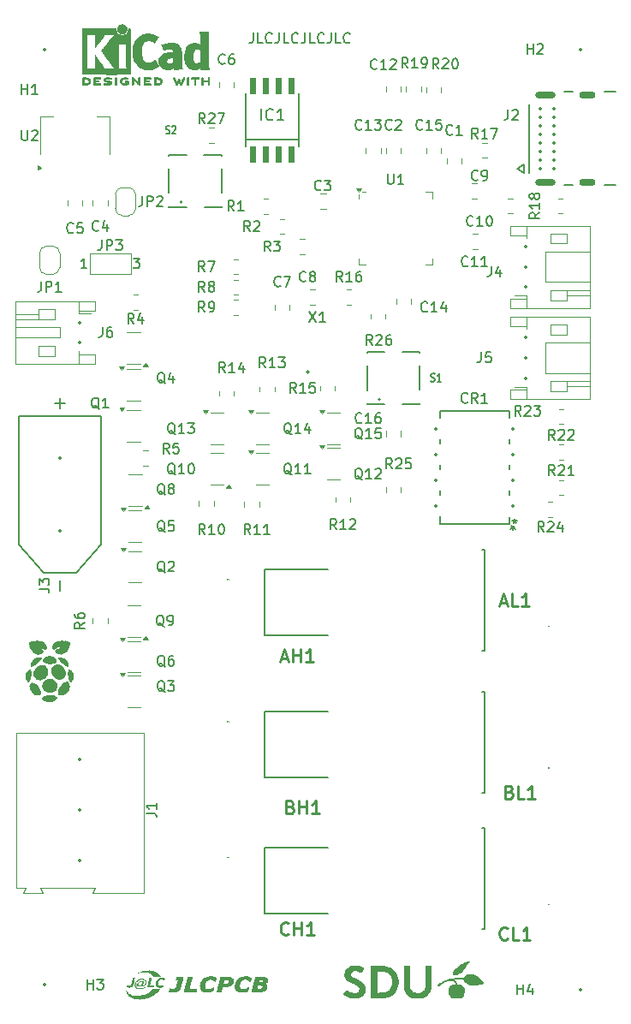
<source format=gbr>
%TF.GenerationSoftware,KiCad,Pcbnew,8.0.5*%
%TF.CreationDate,2024-11-27T15:50:39+01:00*%
%TF.ProjectId,escPCB,65736350-4342-42e6-9b69-6361645f7063,rev?*%
%TF.SameCoordinates,Original*%
%TF.FileFunction,Legend,Top*%
%TF.FilePolarity,Positive*%
%FSLAX46Y46*%
G04 Gerber Fmt 4.6, Leading zero omitted, Abs format (unit mm)*
G04 Created by KiCad (PCBNEW 8.0.5) date 2024-11-27 15:50:39*
%MOMM*%
%LPD*%
G01*
G04 APERTURE LIST*
%ADD10C,0.150000*%
%ADD11C,0.254000*%
%ADD12C,0.010000*%
%ADD13C,0.000000*%
%ADD14C,0.120000*%
%ADD15C,0.152400*%
%ADD16C,0.203200*%
%ADD17C,0.200000*%
%ADD18C,0.100000*%
%ADD19C,0.127000*%
%ADD20C,0.350000*%
%ADD21O,1.600000X0.700000*%
%ADD22O,2.000000X0.700000*%
G04 APERTURE END LIST*
D10*
X84122493Y-50869819D02*
X84122493Y-51584104D01*
X84122493Y-51584104D02*
X84074874Y-51726961D01*
X84074874Y-51726961D02*
X83979636Y-51822200D01*
X83979636Y-51822200D02*
X83836779Y-51869819D01*
X83836779Y-51869819D02*
X83741541Y-51869819D01*
X85074874Y-51869819D02*
X84598684Y-51869819D01*
X84598684Y-51869819D02*
X84598684Y-50869819D01*
X85979636Y-51774580D02*
X85932017Y-51822200D01*
X85932017Y-51822200D02*
X85789160Y-51869819D01*
X85789160Y-51869819D02*
X85693922Y-51869819D01*
X85693922Y-51869819D02*
X85551065Y-51822200D01*
X85551065Y-51822200D02*
X85455827Y-51726961D01*
X85455827Y-51726961D02*
X85408208Y-51631723D01*
X85408208Y-51631723D02*
X85360589Y-51441247D01*
X85360589Y-51441247D02*
X85360589Y-51298390D01*
X85360589Y-51298390D02*
X85408208Y-51107914D01*
X85408208Y-51107914D02*
X85455827Y-51012676D01*
X85455827Y-51012676D02*
X85551065Y-50917438D01*
X85551065Y-50917438D02*
X85693922Y-50869819D01*
X85693922Y-50869819D02*
X85789160Y-50869819D01*
X85789160Y-50869819D02*
X85932017Y-50917438D01*
X85932017Y-50917438D02*
X85979636Y-50965057D01*
X86693922Y-50869819D02*
X86693922Y-51584104D01*
X86693922Y-51584104D02*
X86646303Y-51726961D01*
X86646303Y-51726961D02*
X86551065Y-51822200D01*
X86551065Y-51822200D02*
X86408208Y-51869819D01*
X86408208Y-51869819D02*
X86312970Y-51869819D01*
X87646303Y-51869819D02*
X87170113Y-51869819D01*
X87170113Y-51869819D02*
X87170113Y-50869819D01*
X88551065Y-51774580D02*
X88503446Y-51822200D01*
X88503446Y-51822200D02*
X88360589Y-51869819D01*
X88360589Y-51869819D02*
X88265351Y-51869819D01*
X88265351Y-51869819D02*
X88122494Y-51822200D01*
X88122494Y-51822200D02*
X88027256Y-51726961D01*
X88027256Y-51726961D02*
X87979637Y-51631723D01*
X87979637Y-51631723D02*
X87932018Y-51441247D01*
X87932018Y-51441247D02*
X87932018Y-51298390D01*
X87932018Y-51298390D02*
X87979637Y-51107914D01*
X87979637Y-51107914D02*
X88027256Y-51012676D01*
X88027256Y-51012676D02*
X88122494Y-50917438D01*
X88122494Y-50917438D02*
X88265351Y-50869819D01*
X88265351Y-50869819D02*
X88360589Y-50869819D01*
X88360589Y-50869819D02*
X88503446Y-50917438D01*
X88503446Y-50917438D02*
X88551065Y-50965057D01*
X89265351Y-50869819D02*
X89265351Y-51584104D01*
X89265351Y-51584104D02*
X89217732Y-51726961D01*
X89217732Y-51726961D02*
X89122494Y-51822200D01*
X89122494Y-51822200D02*
X88979637Y-51869819D01*
X88979637Y-51869819D02*
X88884399Y-51869819D01*
X90217732Y-51869819D02*
X89741542Y-51869819D01*
X89741542Y-51869819D02*
X89741542Y-50869819D01*
X91122494Y-51774580D02*
X91074875Y-51822200D01*
X91074875Y-51822200D02*
X90932018Y-51869819D01*
X90932018Y-51869819D02*
X90836780Y-51869819D01*
X90836780Y-51869819D02*
X90693923Y-51822200D01*
X90693923Y-51822200D02*
X90598685Y-51726961D01*
X90598685Y-51726961D02*
X90551066Y-51631723D01*
X90551066Y-51631723D02*
X90503447Y-51441247D01*
X90503447Y-51441247D02*
X90503447Y-51298390D01*
X90503447Y-51298390D02*
X90551066Y-51107914D01*
X90551066Y-51107914D02*
X90598685Y-51012676D01*
X90598685Y-51012676D02*
X90693923Y-50917438D01*
X90693923Y-50917438D02*
X90836780Y-50869819D01*
X90836780Y-50869819D02*
X90932018Y-50869819D01*
X90932018Y-50869819D02*
X91074875Y-50917438D01*
X91074875Y-50917438D02*
X91122494Y-50965057D01*
X91836780Y-50869819D02*
X91836780Y-51584104D01*
X91836780Y-51584104D02*
X91789161Y-51726961D01*
X91789161Y-51726961D02*
X91693923Y-51822200D01*
X91693923Y-51822200D02*
X91551066Y-51869819D01*
X91551066Y-51869819D02*
X91455828Y-51869819D01*
X92789161Y-51869819D02*
X92312971Y-51869819D01*
X92312971Y-51869819D02*
X92312971Y-50869819D01*
X93693923Y-51774580D02*
X93646304Y-51822200D01*
X93646304Y-51822200D02*
X93503447Y-51869819D01*
X93503447Y-51869819D02*
X93408209Y-51869819D01*
X93408209Y-51869819D02*
X93265352Y-51822200D01*
X93265352Y-51822200D02*
X93170114Y-51726961D01*
X93170114Y-51726961D02*
X93122495Y-51631723D01*
X93122495Y-51631723D02*
X93074876Y-51441247D01*
X93074876Y-51441247D02*
X93074876Y-51298390D01*
X93074876Y-51298390D02*
X93122495Y-51107914D01*
X93122495Y-51107914D02*
X93170114Y-51012676D01*
X93170114Y-51012676D02*
X93265352Y-50917438D01*
X93265352Y-50917438D02*
X93408209Y-50869819D01*
X93408209Y-50869819D02*
X93503447Y-50869819D01*
X93503447Y-50869819D02*
X93646304Y-50917438D01*
X93646304Y-50917438D02*
X93693923Y-50965057D01*
X94857142Y-60359580D02*
X94809523Y-60407200D01*
X94809523Y-60407200D02*
X94666666Y-60454819D01*
X94666666Y-60454819D02*
X94571428Y-60454819D01*
X94571428Y-60454819D02*
X94428571Y-60407200D01*
X94428571Y-60407200D02*
X94333333Y-60311961D01*
X94333333Y-60311961D02*
X94285714Y-60216723D01*
X94285714Y-60216723D02*
X94238095Y-60026247D01*
X94238095Y-60026247D02*
X94238095Y-59883390D01*
X94238095Y-59883390D02*
X94285714Y-59692914D01*
X94285714Y-59692914D02*
X94333333Y-59597676D01*
X94333333Y-59597676D02*
X94428571Y-59502438D01*
X94428571Y-59502438D02*
X94571428Y-59454819D01*
X94571428Y-59454819D02*
X94666666Y-59454819D01*
X94666666Y-59454819D02*
X94809523Y-59502438D01*
X94809523Y-59502438D02*
X94857142Y-59550057D01*
X95809523Y-60454819D02*
X95238095Y-60454819D01*
X95523809Y-60454819D02*
X95523809Y-59454819D01*
X95523809Y-59454819D02*
X95428571Y-59597676D01*
X95428571Y-59597676D02*
X95333333Y-59692914D01*
X95333333Y-59692914D02*
X95238095Y-59740533D01*
X96142857Y-59454819D02*
X96761904Y-59454819D01*
X96761904Y-59454819D02*
X96428571Y-59835771D01*
X96428571Y-59835771D02*
X96571428Y-59835771D01*
X96571428Y-59835771D02*
X96666666Y-59883390D01*
X96666666Y-59883390D02*
X96714285Y-59931009D01*
X96714285Y-59931009D02*
X96761904Y-60026247D01*
X96761904Y-60026247D02*
X96761904Y-60264342D01*
X96761904Y-60264342D02*
X96714285Y-60359580D01*
X96714285Y-60359580D02*
X96666666Y-60407200D01*
X96666666Y-60407200D02*
X96571428Y-60454819D01*
X96571428Y-60454819D02*
X96285714Y-60454819D01*
X96285714Y-60454819D02*
X96190476Y-60407200D01*
X96190476Y-60407200D02*
X96142857Y-60359580D01*
X89690476Y-78454819D02*
X90357142Y-79454819D01*
X90357142Y-78454819D02*
X89690476Y-79454819D01*
X91261904Y-79454819D02*
X90690476Y-79454819D01*
X90976190Y-79454819D02*
X90976190Y-78454819D01*
X90976190Y-78454819D02*
X90880952Y-78597676D01*
X90880952Y-78597676D02*
X90785714Y-78692914D01*
X90785714Y-78692914D02*
X90690476Y-78740533D01*
X84906666Y-59510333D02*
X84906666Y-58390333D01*
X86079999Y-59403666D02*
X86026666Y-59457000D01*
X86026666Y-59457000D02*
X85866666Y-59510333D01*
X85866666Y-59510333D02*
X85759999Y-59510333D01*
X85759999Y-59510333D02*
X85599999Y-59457000D01*
X85599999Y-59457000D02*
X85493333Y-59350333D01*
X85493333Y-59350333D02*
X85439999Y-59243666D01*
X85439999Y-59243666D02*
X85386666Y-59030333D01*
X85386666Y-59030333D02*
X85386666Y-58870333D01*
X85386666Y-58870333D02*
X85439999Y-58657000D01*
X85439999Y-58657000D02*
X85493333Y-58550333D01*
X85493333Y-58550333D02*
X85599999Y-58443666D01*
X85599999Y-58443666D02*
X85759999Y-58390333D01*
X85759999Y-58390333D02*
X85866666Y-58390333D01*
X85866666Y-58390333D02*
X86026666Y-58443666D01*
X86026666Y-58443666D02*
X86079999Y-58497000D01*
X87146666Y-59510333D02*
X86506666Y-59510333D01*
X86826666Y-59510333D02*
X86826666Y-58390333D01*
X86826666Y-58390333D02*
X86719999Y-58550333D01*
X86719999Y-58550333D02*
X86613333Y-58657000D01*
X86613333Y-58657000D02*
X86506666Y-58710333D01*
X88357142Y-86454819D02*
X88023809Y-85978628D01*
X87785714Y-86454819D02*
X87785714Y-85454819D01*
X87785714Y-85454819D02*
X88166666Y-85454819D01*
X88166666Y-85454819D02*
X88261904Y-85502438D01*
X88261904Y-85502438D02*
X88309523Y-85550057D01*
X88309523Y-85550057D02*
X88357142Y-85645295D01*
X88357142Y-85645295D02*
X88357142Y-85788152D01*
X88357142Y-85788152D02*
X88309523Y-85883390D01*
X88309523Y-85883390D02*
X88261904Y-85931009D01*
X88261904Y-85931009D02*
X88166666Y-85978628D01*
X88166666Y-85978628D02*
X87785714Y-85978628D01*
X89309523Y-86454819D02*
X88738095Y-86454819D01*
X89023809Y-86454819D02*
X89023809Y-85454819D01*
X89023809Y-85454819D02*
X88928571Y-85597676D01*
X88928571Y-85597676D02*
X88833333Y-85692914D01*
X88833333Y-85692914D02*
X88738095Y-85740533D01*
X90214285Y-85454819D02*
X89738095Y-85454819D01*
X89738095Y-85454819D02*
X89690476Y-85931009D01*
X89690476Y-85931009D02*
X89738095Y-85883390D01*
X89738095Y-85883390D02*
X89833333Y-85835771D01*
X89833333Y-85835771D02*
X90071428Y-85835771D01*
X90071428Y-85835771D02*
X90166666Y-85883390D01*
X90166666Y-85883390D02*
X90214285Y-85931009D01*
X90214285Y-85931009D02*
X90261904Y-86026247D01*
X90261904Y-86026247D02*
X90261904Y-86264342D01*
X90261904Y-86264342D02*
X90214285Y-86359580D01*
X90214285Y-86359580D02*
X90166666Y-86407200D01*
X90166666Y-86407200D02*
X90071428Y-86454819D01*
X90071428Y-86454819D02*
X89833333Y-86454819D01*
X89833333Y-86454819D02*
X89738095Y-86407200D01*
X89738095Y-86407200D02*
X89690476Y-86359580D01*
X107666666Y-73954819D02*
X107666666Y-74669104D01*
X107666666Y-74669104D02*
X107619047Y-74811961D01*
X107619047Y-74811961D02*
X107523809Y-74907200D01*
X107523809Y-74907200D02*
X107380952Y-74954819D01*
X107380952Y-74954819D02*
X107285714Y-74954819D01*
X108571428Y-74288152D02*
X108571428Y-74954819D01*
X108333333Y-73907200D02*
X108095238Y-74621485D01*
X108095238Y-74621485D02*
X108714285Y-74621485D01*
X79333333Y-74465551D02*
X79000000Y-73989360D01*
X78761905Y-74465551D02*
X78761905Y-73465551D01*
X78761905Y-73465551D02*
X79142857Y-73465551D01*
X79142857Y-73465551D02*
X79238095Y-73513170D01*
X79238095Y-73513170D02*
X79285714Y-73560789D01*
X79285714Y-73560789D02*
X79333333Y-73656027D01*
X79333333Y-73656027D02*
X79333333Y-73798884D01*
X79333333Y-73798884D02*
X79285714Y-73894122D01*
X79285714Y-73894122D02*
X79238095Y-73941741D01*
X79238095Y-73941741D02*
X79142857Y-73989360D01*
X79142857Y-73989360D02*
X78761905Y-73989360D01*
X79666667Y-73465551D02*
X80333333Y-73465551D01*
X80333333Y-73465551D02*
X79904762Y-74465551D01*
X75404761Y-96550057D02*
X75309523Y-96502438D01*
X75309523Y-96502438D02*
X75214285Y-96407200D01*
X75214285Y-96407200D02*
X75071428Y-96264342D01*
X75071428Y-96264342D02*
X74976190Y-96216723D01*
X74976190Y-96216723D02*
X74880952Y-96216723D01*
X74928571Y-96454819D02*
X74833333Y-96407200D01*
X74833333Y-96407200D02*
X74738095Y-96311961D01*
X74738095Y-96311961D02*
X74690476Y-96121485D01*
X74690476Y-96121485D02*
X74690476Y-95788152D01*
X74690476Y-95788152D02*
X74738095Y-95597676D01*
X74738095Y-95597676D02*
X74833333Y-95502438D01*
X74833333Y-95502438D02*
X74928571Y-95454819D01*
X74928571Y-95454819D02*
X75119047Y-95454819D01*
X75119047Y-95454819D02*
X75214285Y-95502438D01*
X75214285Y-95502438D02*
X75309523Y-95597676D01*
X75309523Y-95597676D02*
X75357142Y-95788152D01*
X75357142Y-95788152D02*
X75357142Y-96121485D01*
X75357142Y-96121485D02*
X75309523Y-96311961D01*
X75309523Y-96311961D02*
X75214285Y-96407200D01*
X75214285Y-96407200D02*
X75119047Y-96454819D01*
X75119047Y-96454819D02*
X74928571Y-96454819D01*
X75928571Y-95883390D02*
X75833333Y-95835771D01*
X75833333Y-95835771D02*
X75785714Y-95788152D01*
X75785714Y-95788152D02*
X75738095Y-95692914D01*
X75738095Y-95692914D02*
X75738095Y-95645295D01*
X75738095Y-95645295D02*
X75785714Y-95550057D01*
X75785714Y-95550057D02*
X75833333Y-95502438D01*
X75833333Y-95502438D02*
X75928571Y-95454819D01*
X75928571Y-95454819D02*
X76119047Y-95454819D01*
X76119047Y-95454819D02*
X76214285Y-95502438D01*
X76214285Y-95502438D02*
X76261904Y-95550057D01*
X76261904Y-95550057D02*
X76309523Y-95645295D01*
X76309523Y-95645295D02*
X76309523Y-95692914D01*
X76309523Y-95692914D02*
X76261904Y-95788152D01*
X76261904Y-95788152D02*
X76214285Y-95835771D01*
X76214285Y-95835771D02*
X76119047Y-95883390D01*
X76119047Y-95883390D02*
X75928571Y-95883390D01*
X75928571Y-95883390D02*
X75833333Y-95931009D01*
X75833333Y-95931009D02*
X75785714Y-95978628D01*
X75785714Y-95978628D02*
X75738095Y-96073866D01*
X75738095Y-96073866D02*
X75738095Y-96264342D01*
X75738095Y-96264342D02*
X75785714Y-96359580D01*
X75785714Y-96359580D02*
X75833333Y-96407200D01*
X75833333Y-96407200D02*
X75928571Y-96454819D01*
X75928571Y-96454819D02*
X76119047Y-96454819D01*
X76119047Y-96454819D02*
X76214285Y-96407200D01*
X76214285Y-96407200D02*
X76261904Y-96359580D01*
X76261904Y-96359580D02*
X76309523Y-96264342D01*
X76309523Y-96264342D02*
X76309523Y-96073866D01*
X76309523Y-96073866D02*
X76261904Y-95978628D01*
X76261904Y-95978628D02*
X76214285Y-95931009D01*
X76214285Y-95931009D02*
X76119047Y-95883390D01*
X79333333Y-78454819D02*
X79000000Y-77978628D01*
X78761905Y-78454819D02*
X78761905Y-77454819D01*
X78761905Y-77454819D02*
X79142857Y-77454819D01*
X79142857Y-77454819D02*
X79238095Y-77502438D01*
X79238095Y-77502438D02*
X79285714Y-77550057D01*
X79285714Y-77550057D02*
X79333333Y-77645295D01*
X79333333Y-77645295D02*
X79333333Y-77788152D01*
X79333333Y-77788152D02*
X79285714Y-77883390D01*
X79285714Y-77883390D02*
X79238095Y-77931009D01*
X79238095Y-77931009D02*
X79142857Y-77978628D01*
X79142857Y-77978628D02*
X78761905Y-77978628D01*
X79809524Y-78454819D02*
X80000000Y-78454819D01*
X80000000Y-78454819D02*
X80095238Y-78407200D01*
X80095238Y-78407200D02*
X80142857Y-78359580D01*
X80142857Y-78359580D02*
X80238095Y-78216723D01*
X80238095Y-78216723D02*
X80285714Y-78026247D01*
X80285714Y-78026247D02*
X80285714Y-77645295D01*
X80285714Y-77645295D02*
X80238095Y-77550057D01*
X80238095Y-77550057D02*
X80190476Y-77502438D01*
X80190476Y-77502438D02*
X80095238Y-77454819D01*
X80095238Y-77454819D02*
X79904762Y-77454819D01*
X79904762Y-77454819D02*
X79809524Y-77502438D01*
X79809524Y-77502438D02*
X79761905Y-77550057D01*
X79761905Y-77550057D02*
X79714286Y-77645295D01*
X79714286Y-77645295D02*
X79714286Y-77883390D01*
X79714286Y-77883390D02*
X79761905Y-77978628D01*
X79761905Y-77978628D02*
X79809524Y-78026247D01*
X79809524Y-78026247D02*
X79904762Y-78073866D01*
X79904762Y-78073866D02*
X80095238Y-78073866D01*
X80095238Y-78073866D02*
X80190476Y-78026247D01*
X80190476Y-78026247D02*
X80238095Y-77978628D01*
X80238095Y-77978628D02*
X80285714Y-77883390D01*
X110612547Y-88727265D02*
X110279214Y-88251074D01*
X110041119Y-88727265D02*
X110041119Y-87727265D01*
X110041119Y-87727265D02*
X110422071Y-87727265D01*
X110422071Y-87727265D02*
X110517309Y-87774884D01*
X110517309Y-87774884D02*
X110564928Y-87822503D01*
X110564928Y-87822503D02*
X110612547Y-87917741D01*
X110612547Y-87917741D02*
X110612547Y-88060598D01*
X110612547Y-88060598D02*
X110564928Y-88155836D01*
X110564928Y-88155836D02*
X110517309Y-88203455D01*
X110517309Y-88203455D02*
X110422071Y-88251074D01*
X110422071Y-88251074D02*
X110041119Y-88251074D01*
X110993500Y-87822503D02*
X111041119Y-87774884D01*
X111041119Y-87774884D02*
X111136357Y-87727265D01*
X111136357Y-87727265D02*
X111374452Y-87727265D01*
X111374452Y-87727265D02*
X111469690Y-87774884D01*
X111469690Y-87774884D02*
X111517309Y-87822503D01*
X111517309Y-87822503D02*
X111564928Y-87917741D01*
X111564928Y-87917741D02*
X111564928Y-88012979D01*
X111564928Y-88012979D02*
X111517309Y-88155836D01*
X111517309Y-88155836D02*
X110945881Y-88727265D01*
X110945881Y-88727265D02*
X111564928Y-88727265D01*
X111898262Y-87727265D02*
X112517309Y-87727265D01*
X112517309Y-87727265D02*
X112183976Y-88108217D01*
X112183976Y-88108217D02*
X112326833Y-88108217D01*
X112326833Y-88108217D02*
X112422071Y-88155836D01*
X112422071Y-88155836D02*
X112469690Y-88203455D01*
X112469690Y-88203455D02*
X112517309Y-88298693D01*
X112517309Y-88298693D02*
X112517309Y-88536788D01*
X112517309Y-88536788D02*
X112469690Y-88632026D01*
X112469690Y-88632026D02*
X112422071Y-88679646D01*
X112422071Y-88679646D02*
X112326833Y-88727265D01*
X112326833Y-88727265D02*
X112041119Y-88727265D01*
X112041119Y-88727265D02*
X111945881Y-88679646D01*
X111945881Y-88679646D02*
X111898262Y-88632026D01*
X76428571Y-94550057D02*
X76333333Y-94502438D01*
X76333333Y-94502438D02*
X76238095Y-94407200D01*
X76238095Y-94407200D02*
X76095238Y-94264342D01*
X76095238Y-94264342D02*
X76000000Y-94216723D01*
X76000000Y-94216723D02*
X75904762Y-94216723D01*
X75952381Y-94454819D02*
X75857143Y-94407200D01*
X75857143Y-94407200D02*
X75761905Y-94311961D01*
X75761905Y-94311961D02*
X75714286Y-94121485D01*
X75714286Y-94121485D02*
X75714286Y-93788152D01*
X75714286Y-93788152D02*
X75761905Y-93597676D01*
X75761905Y-93597676D02*
X75857143Y-93502438D01*
X75857143Y-93502438D02*
X75952381Y-93454819D01*
X75952381Y-93454819D02*
X76142857Y-93454819D01*
X76142857Y-93454819D02*
X76238095Y-93502438D01*
X76238095Y-93502438D02*
X76333333Y-93597676D01*
X76333333Y-93597676D02*
X76380952Y-93788152D01*
X76380952Y-93788152D02*
X76380952Y-94121485D01*
X76380952Y-94121485D02*
X76333333Y-94311961D01*
X76333333Y-94311961D02*
X76238095Y-94407200D01*
X76238095Y-94407200D02*
X76142857Y-94454819D01*
X76142857Y-94454819D02*
X75952381Y-94454819D01*
X77333333Y-94454819D02*
X76761905Y-94454819D01*
X77047619Y-94454819D02*
X77047619Y-93454819D01*
X77047619Y-93454819D02*
X76952381Y-93597676D01*
X76952381Y-93597676D02*
X76857143Y-93692914D01*
X76857143Y-93692914D02*
X76761905Y-93740533D01*
X77952381Y-93454819D02*
X78047619Y-93454819D01*
X78047619Y-93454819D02*
X78142857Y-93502438D01*
X78142857Y-93502438D02*
X78190476Y-93550057D01*
X78190476Y-93550057D02*
X78238095Y-93645295D01*
X78238095Y-93645295D02*
X78285714Y-93835771D01*
X78285714Y-93835771D02*
X78285714Y-94073866D01*
X78285714Y-94073866D02*
X78238095Y-94264342D01*
X78238095Y-94264342D02*
X78190476Y-94359580D01*
X78190476Y-94359580D02*
X78142857Y-94407200D01*
X78142857Y-94407200D02*
X78047619Y-94454819D01*
X78047619Y-94454819D02*
X77952381Y-94454819D01*
X77952381Y-94454819D02*
X77857143Y-94407200D01*
X77857143Y-94407200D02*
X77809524Y-94359580D01*
X77809524Y-94359580D02*
X77761905Y-94264342D01*
X77761905Y-94264342D02*
X77714286Y-94073866D01*
X77714286Y-94073866D02*
X77714286Y-93835771D01*
X77714286Y-93835771D02*
X77761905Y-93645295D01*
X77761905Y-93645295D02*
X77809524Y-93550057D01*
X77809524Y-93550057D02*
X77857143Y-93502438D01*
X77857143Y-93502438D02*
X77952381Y-93454819D01*
X101712380Y-85324200D02*
X101803809Y-85362295D01*
X101803809Y-85362295D02*
X101956190Y-85362295D01*
X101956190Y-85362295D02*
X102017142Y-85324200D01*
X102017142Y-85324200D02*
X102047618Y-85286104D01*
X102047618Y-85286104D02*
X102078095Y-85209914D01*
X102078095Y-85209914D02*
X102078095Y-85133723D01*
X102078095Y-85133723D02*
X102047618Y-85057533D01*
X102047618Y-85057533D02*
X102017142Y-85019438D01*
X102017142Y-85019438D02*
X101956190Y-84981342D01*
X101956190Y-84981342D02*
X101834285Y-84943247D01*
X101834285Y-84943247D02*
X101773333Y-84905152D01*
X101773333Y-84905152D02*
X101742856Y-84867057D01*
X101742856Y-84867057D02*
X101712380Y-84790866D01*
X101712380Y-84790866D02*
X101712380Y-84714676D01*
X101712380Y-84714676D02*
X101742856Y-84638485D01*
X101742856Y-84638485D02*
X101773333Y-84600390D01*
X101773333Y-84600390D02*
X101834285Y-84562295D01*
X101834285Y-84562295D02*
X101986666Y-84562295D01*
X101986666Y-84562295D02*
X102078095Y-84600390D01*
X102687619Y-85362295D02*
X102321904Y-85362295D01*
X102504761Y-85362295D02*
X102504761Y-84562295D01*
X102504761Y-84562295D02*
X102443809Y-84676580D01*
X102443809Y-84676580D02*
X102382857Y-84752771D01*
X102382857Y-84752771D02*
X102321904Y-84790866D01*
X105857142Y-69859580D02*
X105809523Y-69907200D01*
X105809523Y-69907200D02*
X105666666Y-69954819D01*
X105666666Y-69954819D02*
X105571428Y-69954819D01*
X105571428Y-69954819D02*
X105428571Y-69907200D01*
X105428571Y-69907200D02*
X105333333Y-69811961D01*
X105333333Y-69811961D02*
X105285714Y-69716723D01*
X105285714Y-69716723D02*
X105238095Y-69526247D01*
X105238095Y-69526247D02*
X105238095Y-69383390D01*
X105238095Y-69383390D02*
X105285714Y-69192914D01*
X105285714Y-69192914D02*
X105333333Y-69097676D01*
X105333333Y-69097676D02*
X105428571Y-69002438D01*
X105428571Y-69002438D02*
X105571428Y-68954819D01*
X105571428Y-68954819D02*
X105666666Y-68954819D01*
X105666666Y-68954819D02*
X105809523Y-69002438D01*
X105809523Y-69002438D02*
X105857142Y-69050057D01*
X106809523Y-69954819D02*
X106238095Y-69954819D01*
X106523809Y-69954819D02*
X106523809Y-68954819D01*
X106523809Y-68954819D02*
X106428571Y-69097676D01*
X106428571Y-69097676D02*
X106333333Y-69192914D01*
X106333333Y-69192914D02*
X106238095Y-69240533D01*
X107428571Y-68954819D02*
X107523809Y-68954819D01*
X107523809Y-68954819D02*
X107619047Y-69002438D01*
X107619047Y-69002438D02*
X107666666Y-69050057D01*
X107666666Y-69050057D02*
X107714285Y-69145295D01*
X107714285Y-69145295D02*
X107761904Y-69335771D01*
X107761904Y-69335771D02*
X107761904Y-69573866D01*
X107761904Y-69573866D02*
X107714285Y-69764342D01*
X107714285Y-69764342D02*
X107666666Y-69859580D01*
X107666666Y-69859580D02*
X107619047Y-69907200D01*
X107619047Y-69907200D02*
X107523809Y-69954819D01*
X107523809Y-69954819D02*
X107428571Y-69954819D01*
X107428571Y-69954819D02*
X107333333Y-69907200D01*
X107333333Y-69907200D02*
X107285714Y-69859580D01*
X107285714Y-69859580D02*
X107238095Y-69764342D01*
X107238095Y-69764342D02*
X107190476Y-69573866D01*
X107190476Y-69573866D02*
X107190476Y-69335771D01*
X107190476Y-69335771D02*
X107238095Y-69145295D01*
X107238095Y-69145295D02*
X107285714Y-69050057D01*
X107285714Y-69050057D02*
X107333333Y-69002438D01*
X107333333Y-69002438D02*
X107428571Y-68954819D01*
X75307493Y-109560789D02*
X75212255Y-109513170D01*
X75212255Y-109513170D02*
X75117017Y-109417932D01*
X75117017Y-109417932D02*
X74974160Y-109275074D01*
X74974160Y-109275074D02*
X74878922Y-109227455D01*
X74878922Y-109227455D02*
X74783684Y-109227455D01*
X74831303Y-109465551D02*
X74736065Y-109417932D01*
X74736065Y-109417932D02*
X74640827Y-109322693D01*
X74640827Y-109322693D02*
X74593208Y-109132217D01*
X74593208Y-109132217D02*
X74593208Y-108798884D01*
X74593208Y-108798884D02*
X74640827Y-108608408D01*
X74640827Y-108608408D02*
X74736065Y-108513170D01*
X74736065Y-108513170D02*
X74831303Y-108465551D01*
X74831303Y-108465551D02*
X75021779Y-108465551D01*
X75021779Y-108465551D02*
X75117017Y-108513170D01*
X75117017Y-108513170D02*
X75212255Y-108608408D01*
X75212255Y-108608408D02*
X75259874Y-108798884D01*
X75259874Y-108798884D02*
X75259874Y-109132217D01*
X75259874Y-109132217D02*
X75212255Y-109322693D01*
X75212255Y-109322693D02*
X75117017Y-109417932D01*
X75117017Y-109417932D02*
X75021779Y-109465551D01*
X75021779Y-109465551D02*
X74831303Y-109465551D01*
X75736065Y-109465551D02*
X75926541Y-109465551D01*
X75926541Y-109465551D02*
X76021779Y-109417932D01*
X76021779Y-109417932D02*
X76069398Y-109370312D01*
X76069398Y-109370312D02*
X76164636Y-109227455D01*
X76164636Y-109227455D02*
X76212255Y-109036979D01*
X76212255Y-109036979D02*
X76212255Y-108656027D01*
X76212255Y-108656027D02*
X76164636Y-108560789D01*
X76164636Y-108560789D02*
X76117017Y-108513170D01*
X76117017Y-108513170D02*
X76021779Y-108465551D01*
X76021779Y-108465551D02*
X75831303Y-108465551D01*
X75831303Y-108465551D02*
X75736065Y-108513170D01*
X75736065Y-108513170D02*
X75688446Y-108560789D01*
X75688446Y-108560789D02*
X75640827Y-108656027D01*
X75640827Y-108656027D02*
X75640827Y-108894122D01*
X75640827Y-108894122D02*
X75688446Y-108989360D01*
X75688446Y-108989360D02*
X75736065Y-109036979D01*
X75736065Y-109036979D02*
X75831303Y-109084598D01*
X75831303Y-109084598D02*
X76021779Y-109084598D01*
X76021779Y-109084598D02*
X76117017Y-109036979D01*
X76117017Y-109036979D02*
X76164636Y-108989360D01*
X76164636Y-108989360D02*
X76212255Y-108894122D01*
X95906066Y-81739552D02*
X95572733Y-81263361D01*
X95334638Y-81739552D02*
X95334638Y-80739552D01*
X95334638Y-80739552D02*
X95715590Y-80739552D01*
X95715590Y-80739552D02*
X95810828Y-80787171D01*
X95810828Y-80787171D02*
X95858447Y-80834790D01*
X95858447Y-80834790D02*
X95906066Y-80930028D01*
X95906066Y-80930028D02*
X95906066Y-81072885D01*
X95906066Y-81072885D02*
X95858447Y-81168123D01*
X95858447Y-81168123D02*
X95810828Y-81215742D01*
X95810828Y-81215742D02*
X95715590Y-81263361D01*
X95715590Y-81263361D02*
X95334638Y-81263361D01*
X96287019Y-80834790D02*
X96334638Y-80787171D01*
X96334638Y-80787171D02*
X96429876Y-80739552D01*
X96429876Y-80739552D02*
X96667971Y-80739552D01*
X96667971Y-80739552D02*
X96763209Y-80787171D01*
X96763209Y-80787171D02*
X96810828Y-80834790D01*
X96810828Y-80834790D02*
X96858447Y-80930028D01*
X96858447Y-80930028D02*
X96858447Y-81025266D01*
X96858447Y-81025266D02*
X96810828Y-81168123D01*
X96810828Y-81168123D02*
X96239400Y-81739552D01*
X96239400Y-81739552D02*
X96858447Y-81739552D01*
X97715590Y-80739552D02*
X97525114Y-80739552D01*
X97525114Y-80739552D02*
X97429876Y-80787171D01*
X97429876Y-80787171D02*
X97382257Y-80834790D01*
X97382257Y-80834790D02*
X97287019Y-80977647D01*
X97287019Y-80977647D02*
X97239400Y-81168123D01*
X97239400Y-81168123D02*
X97239400Y-81549075D01*
X97239400Y-81549075D02*
X97287019Y-81644313D01*
X97287019Y-81644313D02*
X97334638Y-81691933D01*
X97334638Y-81691933D02*
X97429876Y-81739552D01*
X97429876Y-81739552D02*
X97620352Y-81739552D01*
X97620352Y-81739552D02*
X97715590Y-81691933D01*
X97715590Y-81691933D02*
X97763209Y-81644313D01*
X97763209Y-81644313D02*
X97810828Y-81549075D01*
X97810828Y-81549075D02*
X97810828Y-81310980D01*
X97810828Y-81310980D02*
X97763209Y-81215742D01*
X97763209Y-81215742D02*
X97715590Y-81168123D01*
X97715590Y-81168123D02*
X97620352Y-81120504D01*
X97620352Y-81120504D02*
X97429876Y-81120504D01*
X97429876Y-81120504D02*
X97334638Y-81168123D01*
X97334638Y-81168123D02*
X97287019Y-81215742D01*
X97287019Y-81215742D02*
X97239400Y-81310980D01*
X75512380Y-60824200D02*
X75603809Y-60862295D01*
X75603809Y-60862295D02*
X75756190Y-60862295D01*
X75756190Y-60862295D02*
X75817142Y-60824200D01*
X75817142Y-60824200D02*
X75847618Y-60786104D01*
X75847618Y-60786104D02*
X75878095Y-60709914D01*
X75878095Y-60709914D02*
X75878095Y-60633723D01*
X75878095Y-60633723D02*
X75847618Y-60557533D01*
X75847618Y-60557533D02*
X75817142Y-60519438D01*
X75817142Y-60519438D02*
X75756190Y-60481342D01*
X75756190Y-60481342D02*
X75634285Y-60443247D01*
X75634285Y-60443247D02*
X75573333Y-60405152D01*
X75573333Y-60405152D02*
X75542856Y-60367057D01*
X75542856Y-60367057D02*
X75512380Y-60290866D01*
X75512380Y-60290866D02*
X75512380Y-60214676D01*
X75512380Y-60214676D02*
X75542856Y-60138485D01*
X75542856Y-60138485D02*
X75573333Y-60100390D01*
X75573333Y-60100390D02*
X75634285Y-60062295D01*
X75634285Y-60062295D02*
X75786666Y-60062295D01*
X75786666Y-60062295D02*
X75878095Y-60100390D01*
X76121904Y-60138485D02*
X76152380Y-60100390D01*
X76152380Y-60100390D02*
X76213333Y-60062295D01*
X76213333Y-60062295D02*
X76365714Y-60062295D01*
X76365714Y-60062295D02*
X76426666Y-60100390D01*
X76426666Y-60100390D02*
X76457142Y-60138485D01*
X76457142Y-60138485D02*
X76487619Y-60214676D01*
X76487619Y-60214676D02*
X76487619Y-60290866D01*
X76487619Y-60290866D02*
X76457142Y-60405152D01*
X76457142Y-60405152D02*
X76091428Y-60862295D01*
X76091428Y-60862295D02*
X76487619Y-60862295D01*
X79357142Y-100454819D02*
X79023809Y-99978628D01*
X78785714Y-100454819D02*
X78785714Y-99454819D01*
X78785714Y-99454819D02*
X79166666Y-99454819D01*
X79166666Y-99454819D02*
X79261904Y-99502438D01*
X79261904Y-99502438D02*
X79309523Y-99550057D01*
X79309523Y-99550057D02*
X79357142Y-99645295D01*
X79357142Y-99645295D02*
X79357142Y-99788152D01*
X79357142Y-99788152D02*
X79309523Y-99883390D01*
X79309523Y-99883390D02*
X79261904Y-99931009D01*
X79261904Y-99931009D02*
X79166666Y-99978628D01*
X79166666Y-99978628D02*
X78785714Y-99978628D01*
X80309523Y-100454819D02*
X79738095Y-100454819D01*
X80023809Y-100454819D02*
X80023809Y-99454819D01*
X80023809Y-99454819D02*
X79928571Y-99597676D01*
X79928571Y-99597676D02*
X79833333Y-99692914D01*
X79833333Y-99692914D02*
X79738095Y-99740533D01*
X80928571Y-99454819D02*
X81023809Y-99454819D01*
X81023809Y-99454819D02*
X81119047Y-99502438D01*
X81119047Y-99502438D02*
X81166666Y-99550057D01*
X81166666Y-99550057D02*
X81214285Y-99645295D01*
X81214285Y-99645295D02*
X81261904Y-99835771D01*
X81261904Y-99835771D02*
X81261904Y-100073866D01*
X81261904Y-100073866D02*
X81214285Y-100264342D01*
X81214285Y-100264342D02*
X81166666Y-100359580D01*
X81166666Y-100359580D02*
X81119047Y-100407200D01*
X81119047Y-100407200D02*
X81023809Y-100454819D01*
X81023809Y-100454819D02*
X80928571Y-100454819D01*
X80928571Y-100454819D02*
X80833333Y-100407200D01*
X80833333Y-100407200D02*
X80785714Y-100359580D01*
X80785714Y-100359580D02*
X80738095Y-100264342D01*
X80738095Y-100264342D02*
X80690476Y-100073866D01*
X80690476Y-100073866D02*
X80690476Y-99835771D01*
X80690476Y-99835771D02*
X80738095Y-99645295D01*
X80738095Y-99645295D02*
X80785714Y-99550057D01*
X80785714Y-99550057D02*
X80833333Y-99502438D01*
X80833333Y-99502438D02*
X80928571Y-99454819D01*
X102474842Y-54402198D02*
X102141509Y-53926007D01*
X101903414Y-54402198D02*
X101903414Y-53402198D01*
X101903414Y-53402198D02*
X102284366Y-53402198D01*
X102284366Y-53402198D02*
X102379604Y-53449817D01*
X102379604Y-53449817D02*
X102427223Y-53497436D01*
X102427223Y-53497436D02*
X102474842Y-53592674D01*
X102474842Y-53592674D02*
X102474842Y-53735531D01*
X102474842Y-53735531D02*
X102427223Y-53830769D01*
X102427223Y-53830769D02*
X102379604Y-53878388D01*
X102379604Y-53878388D02*
X102284366Y-53926007D01*
X102284366Y-53926007D02*
X101903414Y-53926007D01*
X102855795Y-53497436D02*
X102903414Y-53449817D01*
X102903414Y-53449817D02*
X102998652Y-53402198D01*
X102998652Y-53402198D02*
X103236747Y-53402198D01*
X103236747Y-53402198D02*
X103331985Y-53449817D01*
X103331985Y-53449817D02*
X103379604Y-53497436D01*
X103379604Y-53497436D02*
X103427223Y-53592674D01*
X103427223Y-53592674D02*
X103427223Y-53687912D01*
X103427223Y-53687912D02*
X103379604Y-53830769D01*
X103379604Y-53830769D02*
X102808176Y-54402198D01*
X102808176Y-54402198D02*
X103427223Y-54402198D01*
X104046271Y-53402198D02*
X104141509Y-53402198D01*
X104141509Y-53402198D02*
X104236747Y-53449817D01*
X104236747Y-53449817D02*
X104284366Y-53497436D01*
X104284366Y-53497436D02*
X104331985Y-53592674D01*
X104331985Y-53592674D02*
X104379604Y-53783150D01*
X104379604Y-53783150D02*
X104379604Y-54021245D01*
X104379604Y-54021245D02*
X104331985Y-54211721D01*
X104331985Y-54211721D02*
X104284366Y-54306959D01*
X104284366Y-54306959D02*
X104236747Y-54354579D01*
X104236747Y-54354579D02*
X104141509Y-54402198D01*
X104141509Y-54402198D02*
X104046271Y-54402198D01*
X104046271Y-54402198D02*
X103951033Y-54354579D01*
X103951033Y-54354579D02*
X103903414Y-54306959D01*
X103903414Y-54306959D02*
X103855795Y-54211721D01*
X103855795Y-54211721D02*
X103808176Y-54021245D01*
X103808176Y-54021245D02*
X103808176Y-53783150D01*
X103808176Y-53783150D02*
X103855795Y-53592674D01*
X103855795Y-53592674D02*
X103903414Y-53497436D01*
X103903414Y-53497436D02*
X103951033Y-53449817D01*
X103951033Y-53449817D02*
X104046271Y-53402198D01*
X106357142Y-61304819D02*
X106023809Y-60828628D01*
X105785714Y-61304819D02*
X105785714Y-60304819D01*
X105785714Y-60304819D02*
X106166666Y-60304819D01*
X106166666Y-60304819D02*
X106261904Y-60352438D01*
X106261904Y-60352438D02*
X106309523Y-60400057D01*
X106309523Y-60400057D02*
X106357142Y-60495295D01*
X106357142Y-60495295D02*
X106357142Y-60638152D01*
X106357142Y-60638152D02*
X106309523Y-60733390D01*
X106309523Y-60733390D02*
X106261904Y-60781009D01*
X106261904Y-60781009D02*
X106166666Y-60828628D01*
X106166666Y-60828628D02*
X105785714Y-60828628D01*
X107309523Y-61304819D02*
X106738095Y-61304819D01*
X107023809Y-61304819D02*
X107023809Y-60304819D01*
X107023809Y-60304819D02*
X106928571Y-60447676D01*
X106928571Y-60447676D02*
X106833333Y-60542914D01*
X106833333Y-60542914D02*
X106738095Y-60590533D01*
X107642857Y-60304819D02*
X108309523Y-60304819D01*
X108309523Y-60304819D02*
X107880952Y-61304819D01*
X112454819Y-68642857D02*
X111978628Y-68976190D01*
X112454819Y-69214285D02*
X111454819Y-69214285D01*
X111454819Y-69214285D02*
X111454819Y-68833333D01*
X111454819Y-68833333D02*
X111502438Y-68738095D01*
X111502438Y-68738095D02*
X111550057Y-68690476D01*
X111550057Y-68690476D02*
X111645295Y-68642857D01*
X111645295Y-68642857D02*
X111788152Y-68642857D01*
X111788152Y-68642857D02*
X111883390Y-68690476D01*
X111883390Y-68690476D02*
X111931009Y-68738095D01*
X111931009Y-68738095D02*
X111978628Y-68833333D01*
X111978628Y-68833333D02*
X111978628Y-69214285D01*
X112454819Y-67690476D02*
X112454819Y-68261904D01*
X112454819Y-67976190D02*
X111454819Y-67976190D01*
X111454819Y-67976190D02*
X111597676Y-68071428D01*
X111597676Y-68071428D02*
X111692914Y-68166666D01*
X111692914Y-68166666D02*
X111740533Y-68261904D01*
X111883390Y-67119047D02*
X111835771Y-67214285D01*
X111835771Y-67214285D02*
X111788152Y-67261904D01*
X111788152Y-67261904D02*
X111692914Y-67309523D01*
X111692914Y-67309523D02*
X111645295Y-67309523D01*
X111645295Y-67309523D02*
X111550057Y-67261904D01*
X111550057Y-67261904D02*
X111502438Y-67214285D01*
X111502438Y-67214285D02*
X111454819Y-67119047D01*
X111454819Y-67119047D02*
X111454819Y-66928571D01*
X111454819Y-66928571D02*
X111502438Y-66833333D01*
X111502438Y-66833333D02*
X111550057Y-66785714D01*
X111550057Y-66785714D02*
X111645295Y-66738095D01*
X111645295Y-66738095D02*
X111692914Y-66738095D01*
X111692914Y-66738095D02*
X111788152Y-66785714D01*
X111788152Y-66785714D02*
X111835771Y-66833333D01*
X111835771Y-66833333D02*
X111883390Y-66928571D01*
X111883390Y-66928571D02*
X111883390Y-67119047D01*
X111883390Y-67119047D02*
X111931009Y-67214285D01*
X111931009Y-67214285D02*
X111978628Y-67261904D01*
X111978628Y-67261904D02*
X112073866Y-67309523D01*
X112073866Y-67309523D02*
X112264342Y-67309523D01*
X112264342Y-67309523D02*
X112359580Y-67261904D01*
X112359580Y-67261904D02*
X112407200Y-67214285D01*
X112407200Y-67214285D02*
X112454819Y-67119047D01*
X112454819Y-67119047D02*
X112454819Y-66928571D01*
X112454819Y-66928571D02*
X112407200Y-66833333D01*
X112407200Y-66833333D02*
X112359580Y-66785714D01*
X112359580Y-66785714D02*
X112264342Y-66738095D01*
X112264342Y-66738095D02*
X112073866Y-66738095D01*
X112073866Y-66738095D02*
X111978628Y-66785714D01*
X111978628Y-66785714D02*
X111931009Y-66833333D01*
X111931009Y-66833333D02*
X111883390Y-66928571D01*
X92944642Y-75454819D02*
X92611309Y-74978628D01*
X92373214Y-75454819D02*
X92373214Y-74454819D01*
X92373214Y-74454819D02*
X92754166Y-74454819D01*
X92754166Y-74454819D02*
X92849404Y-74502438D01*
X92849404Y-74502438D02*
X92897023Y-74550057D01*
X92897023Y-74550057D02*
X92944642Y-74645295D01*
X92944642Y-74645295D02*
X92944642Y-74788152D01*
X92944642Y-74788152D02*
X92897023Y-74883390D01*
X92897023Y-74883390D02*
X92849404Y-74931009D01*
X92849404Y-74931009D02*
X92754166Y-74978628D01*
X92754166Y-74978628D02*
X92373214Y-74978628D01*
X93897023Y-75454819D02*
X93325595Y-75454819D01*
X93611309Y-75454819D02*
X93611309Y-74454819D01*
X93611309Y-74454819D02*
X93516071Y-74597676D01*
X93516071Y-74597676D02*
X93420833Y-74692914D01*
X93420833Y-74692914D02*
X93325595Y-74740533D01*
X94754166Y-74454819D02*
X94563690Y-74454819D01*
X94563690Y-74454819D02*
X94468452Y-74502438D01*
X94468452Y-74502438D02*
X94420833Y-74550057D01*
X94420833Y-74550057D02*
X94325595Y-74692914D01*
X94325595Y-74692914D02*
X94277976Y-74883390D01*
X94277976Y-74883390D02*
X94277976Y-75264342D01*
X94277976Y-75264342D02*
X94325595Y-75359580D01*
X94325595Y-75359580D02*
X94373214Y-75407200D01*
X94373214Y-75407200D02*
X94468452Y-75454819D01*
X94468452Y-75454819D02*
X94658928Y-75454819D01*
X94658928Y-75454819D02*
X94754166Y-75407200D01*
X94754166Y-75407200D02*
X94801785Y-75359580D01*
X94801785Y-75359580D02*
X94849404Y-75264342D01*
X94849404Y-75264342D02*
X94849404Y-75026247D01*
X94849404Y-75026247D02*
X94801785Y-74931009D01*
X94801785Y-74931009D02*
X94754166Y-74883390D01*
X94754166Y-74883390D02*
X94658928Y-74835771D01*
X94658928Y-74835771D02*
X94468452Y-74835771D01*
X94468452Y-74835771D02*
X94373214Y-74883390D01*
X94373214Y-74883390D02*
X94325595Y-74931009D01*
X94325595Y-74931009D02*
X94277976Y-75026247D01*
X75833333Y-92454819D02*
X75500000Y-91978628D01*
X75261905Y-92454819D02*
X75261905Y-91454819D01*
X75261905Y-91454819D02*
X75642857Y-91454819D01*
X75642857Y-91454819D02*
X75738095Y-91502438D01*
X75738095Y-91502438D02*
X75785714Y-91550057D01*
X75785714Y-91550057D02*
X75833333Y-91645295D01*
X75833333Y-91645295D02*
X75833333Y-91788152D01*
X75833333Y-91788152D02*
X75785714Y-91883390D01*
X75785714Y-91883390D02*
X75738095Y-91931009D01*
X75738095Y-91931009D02*
X75642857Y-91978628D01*
X75642857Y-91978628D02*
X75261905Y-91978628D01*
X76738095Y-91454819D02*
X76261905Y-91454819D01*
X76261905Y-91454819D02*
X76214286Y-91931009D01*
X76214286Y-91931009D02*
X76261905Y-91883390D01*
X76261905Y-91883390D02*
X76357143Y-91835771D01*
X76357143Y-91835771D02*
X76595238Y-91835771D01*
X76595238Y-91835771D02*
X76690476Y-91883390D01*
X76690476Y-91883390D02*
X76738095Y-91931009D01*
X76738095Y-91931009D02*
X76785714Y-92026247D01*
X76785714Y-92026247D02*
X76785714Y-92264342D01*
X76785714Y-92264342D02*
X76738095Y-92359580D01*
X76738095Y-92359580D02*
X76690476Y-92407200D01*
X76690476Y-92407200D02*
X76595238Y-92454819D01*
X76595238Y-92454819D02*
X76357143Y-92454819D01*
X76357143Y-92454819D02*
X76261905Y-92407200D01*
X76261905Y-92407200D02*
X76214286Y-92359580D01*
X87928571Y-90550057D02*
X87833333Y-90502438D01*
X87833333Y-90502438D02*
X87738095Y-90407200D01*
X87738095Y-90407200D02*
X87595238Y-90264342D01*
X87595238Y-90264342D02*
X87500000Y-90216723D01*
X87500000Y-90216723D02*
X87404762Y-90216723D01*
X87452381Y-90454819D02*
X87357143Y-90407200D01*
X87357143Y-90407200D02*
X87261905Y-90311961D01*
X87261905Y-90311961D02*
X87214286Y-90121485D01*
X87214286Y-90121485D02*
X87214286Y-89788152D01*
X87214286Y-89788152D02*
X87261905Y-89597676D01*
X87261905Y-89597676D02*
X87357143Y-89502438D01*
X87357143Y-89502438D02*
X87452381Y-89454819D01*
X87452381Y-89454819D02*
X87642857Y-89454819D01*
X87642857Y-89454819D02*
X87738095Y-89502438D01*
X87738095Y-89502438D02*
X87833333Y-89597676D01*
X87833333Y-89597676D02*
X87880952Y-89788152D01*
X87880952Y-89788152D02*
X87880952Y-90121485D01*
X87880952Y-90121485D02*
X87833333Y-90311961D01*
X87833333Y-90311961D02*
X87738095Y-90407200D01*
X87738095Y-90407200D02*
X87642857Y-90454819D01*
X87642857Y-90454819D02*
X87452381Y-90454819D01*
X88833333Y-90454819D02*
X88261905Y-90454819D01*
X88547619Y-90454819D02*
X88547619Y-89454819D01*
X88547619Y-89454819D02*
X88452381Y-89597676D01*
X88452381Y-89597676D02*
X88357143Y-89692914D01*
X88357143Y-89692914D02*
X88261905Y-89740533D01*
X89690476Y-89788152D02*
X89690476Y-90454819D01*
X89452381Y-89407200D02*
X89214286Y-90121485D01*
X89214286Y-90121485D02*
X89833333Y-90121485D01*
X75404761Y-113550057D02*
X75309523Y-113502438D01*
X75309523Y-113502438D02*
X75214285Y-113407200D01*
X75214285Y-113407200D02*
X75071428Y-113264342D01*
X75071428Y-113264342D02*
X74976190Y-113216723D01*
X74976190Y-113216723D02*
X74880952Y-113216723D01*
X74928571Y-113454819D02*
X74833333Y-113407200D01*
X74833333Y-113407200D02*
X74738095Y-113311961D01*
X74738095Y-113311961D02*
X74690476Y-113121485D01*
X74690476Y-113121485D02*
X74690476Y-112788152D01*
X74690476Y-112788152D02*
X74738095Y-112597676D01*
X74738095Y-112597676D02*
X74833333Y-112502438D01*
X74833333Y-112502438D02*
X74928571Y-112454819D01*
X74928571Y-112454819D02*
X75119047Y-112454819D01*
X75119047Y-112454819D02*
X75214285Y-112502438D01*
X75214285Y-112502438D02*
X75309523Y-112597676D01*
X75309523Y-112597676D02*
X75357142Y-112788152D01*
X75357142Y-112788152D02*
X75357142Y-113121485D01*
X75357142Y-113121485D02*
X75309523Y-113311961D01*
X75309523Y-113311961D02*
X75214285Y-113407200D01*
X75214285Y-113407200D02*
X75119047Y-113454819D01*
X75119047Y-113454819D02*
X74928571Y-113454819D01*
X76214285Y-112454819D02*
X76023809Y-112454819D01*
X76023809Y-112454819D02*
X75928571Y-112502438D01*
X75928571Y-112502438D02*
X75880952Y-112550057D01*
X75880952Y-112550057D02*
X75785714Y-112692914D01*
X75785714Y-112692914D02*
X75738095Y-112883390D01*
X75738095Y-112883390D02*
X75738095Y-113264342D01*
X75738095Y-113264342D02*
X75785714Y-113359580D01*
X75785714Y-113359580D02*
X75833333Y-113407200D01*
X75833333Y-113407200D02*
X75928571Y-113454819D01*
X75928571Y-113454819D02*
X76119047Y-113454819D01*
X76119047Y-113454819D02*
X76214285Y-113407200D01*
X76214285Y-113407200D02*
X76261904Y-113359580D01*
X76261904Y-113359580D02*
X76309523Y-113264342D01*
X76309523Y-113264342D02*
X76309523Y-113026247D01*
X76309523Y-113026247D02*
X76261904Y-112931009D01*
X76261904Y-112931009D02*
X76214285Y-112883390D01*
X76214285Y-112883390D02*
X76119047Y-112835771D01*
X76119047Y-112835771D02*
X75928571Y-112835771D01*
X75928571Y-112835771D02*
X75833333Y-112883390D01*
X75833333Y-112883390D02*
X75785714Y-112931009D01*
X75785714Y-112931009D02*
X75738095Y-113026247D01*
X68833333Y-70359580D02*
X68785714Y-70407200D01*
X68785714Y-70407200D02*
X68642857Y-70454819D01*
X68642857Y-70454819D02*
X68547619Y-70454819D01*
X68547619Y-70454819D02*
X68404762Y-70407200D01*
X68404762Y-70407200D02*
X68309524Y-70311961D01*
X68309524Y-70311961D02*
X68261905Y-70216723D01*
X68261905Y-70216723D02*
X68214286Y-70026247D01*
X68214286Y-70026247D02*
X68214286Y-69883390D01*
X68214286Y-69883390D02*
X68261905Y-69692914D01*
X68261905Y-69692914D02*
X68309524Y-69597676D01*
X68309524Y-69597676D02*
X68404762Y-69502438D01*
X68404762Y-69502438D02*
X68547619Y-69454819D01*
X68547619Y-69454819D02*
X68642857Y-69454819D01*
X68642857Y-69454819D02*
X68785714Y-69502438D01*
X68785714Y-69502438D02*
X68833333Y-69550057D01*
X69690476Y-69788152D02*
X69690476Y-70454819D01*
X69452381Y-69407200D02*
X69214286Y-70121485D01*
X69214286Y-70121485D02*
X69833333Y-70121485D01*
X87928571Y-94550057D02*
X87833333Y-94502438D01*
X87833333Y-94502438D02*
X87738095Y-94407200D01*
X87738095Y-94407200D02*
X87595238Y-94264342D01*
X87595238Y-94264342D02*
X87500000Y-94216723D01*
X87500000Y-94216723D02*
X87404762Y-94216723D01*
X87452381Y-94454819D02*
X87357143Y-94407200D01*
X87357143Y-94407200D02*
X87261905Y-94311961D01*
X87261905Y-94311961D02*
X87214286Y-94121485D01*
X87214286Y-94121485D02*
X87214286Y-93788152D01*
X87214286Y-93788152D02*
X87261905Y-93597676D01*
X87261905Y-93597676D02*
X87357143Y-93502438D01*
X87357143Y-93502438D02*
X87452381Y-93454819D01*
X87452381Y-93454819D02*
X87642857Y-93454819D01*
X87642857Y-93454819D02*
X87738095Y-93502438D01*
X87738095Y-93502438D02*
X87833333Y-93597676D01*
X87833333Y-93597676D02*
X87880952Y-93788152D01*
X87880952Y-93788152D02*
X87880952Y-94121485D01*
X87880952Y-94121485D02*
X87833333Y-94311961D01*
X87833333Y-94311961D02*
X87738095Y-94407200D01*
X87738095Y-94407200D02*
X87642857Y-94454819D01*
X87642857Y-94454819D02*
X87452381Y-94454819D01*
X88833333Y-94454819D02*
X88261905Y-94454819D01*
X88547619Y-94454819D02*
X88547619Y-93454819D01*
X88547619Y-93454819D02*
X88452381Y-93597676D01*
X88452381Y-93597676D02*
X88357143Y-93692914D01*
X88357143Y-93692914D02*
X88261905Y-93740533D01*
X89785714Y-94454819D02*
X89214286Y-94454819D01*
X89500000Y-94454819D02*
X89500000Y-93454819D01*
X89500000Y-93454819D02*
X89404762Y-93597676D01*
X89404762Y-93597676D02*
X89309524Y-93692914D01*
X89309524Y-93692914D02*
X89214286Y-93740533D01*
X75404761Y-116050057D02*
X75309523Y-116002438D01*
X75309523Y-116002438D02*
X75214285Y-115907200D01*
X75214285Y-115907200D02*
X75071428Y-115764342D01*
X75071428Y-115764342D02*
X74976190Y-115716723D01*
X74976190Y-115716723D02*
X74880952Y-115716723D01*
X74928571Y-115954819D02*
X74833333Y-115907200D01*
X74833333Y-115907200D02*
X74738095Y-115811961D01*
X74738095Y-115811961D02*
X74690476Y-115621485D01*
X74690476Y-115621485D02*
X74690476Y-115288152D01*
X74690476Y-115288152D02*
X74738095Y-115097676D01*
X74738095Y-115097676D02*
X74833333Y-115002438D01*
X74833333Y-115002438D02*
X74928571Y-114954819D01*
X74928571Y-114954819D02*
X75119047Y-114954819D01*
X75119047Y-114954819D02*
X75214285Y-115002438D01*
X75214285Y-115002438D02*
X75309523Y-115097676D01*
X75309523Y-115097676D02*
X75357142Y-115288152D01*
X75357142Y-115288152D02*
X75357142Y-115621485D01*
X75357142Y-115621485D02*
X75309523Y-115811961D01*
X75309523Y-115811961D02*
X75214285Y-115907200D01*
X75214285Y-115907200D02*
X75119047Y-115954819D01*
X75119047Y-115954819D02*
X74928571Y-115954819D01*
X75690476Y-114954819D02*
X76309523Y-114954819D01*
X76309523Y-114954819D02*
X75976190Y-115335771D01*
X75976190Y-115335771D02*
X76119047Y-115335771D01*
X76119047Y-115335771D02*
X76214285Y-115383390D01*
X76214285Y-115383390D02*
X76261904Y-115431009D01*
X76261904Y-115431009D02*
X76309523Y-115526247D01*
X76309523Y-115526247D02*
X76309523Y-115764342D01*
X76309523Y-115764342D02*
X76261904Y-115859580D01*
X76261904Y-115859580D02*
X76214285Y-115907200D01*
X76214285Y-115907200D02*
X76119047Y-115954819D01*
X76119047Y-115954819D02*
X75833333Y-115954819D01*
X75833333Y-115954819D02*
X75738095Y-115907200D01*
X75738095Y-115907200D02*
X75690476Y-115859580D01*
X112893835Y-100204332D02*
X112560502Y-99728141D01*
X112322407Y-100204332D02*
X112322407Y-99204332D01*
X112322407Y-99204332D02*
X112703359Y-99204332D01*
X112703359Y-99204332D02*
X112798597Y-99251951D01*
X112798597Y-99251951D02*
X112846216Y-99299570D01*
X112846216Y-99299570D02*
X112893835Y-99394808D01*
X112893835Y-99394808D02*
X112893835Y-99537665D01*
X112893835Y-99537665D02*
X112846216Y-99632903D01*
X112846216Y-99632903D02*
X112798597Y-99680522D01*
X112798597Y-99680522D02*
X112703359Y-99728141D01*
X112703359Y-99728141D02*
X112322407Y-99728141D01*
X113274788Y-99299570D02*
X113322407Y-99251951D01*
X113322407Y-99251951D02*
X113417645Y-99204332D01*
X113417645Y-99204332D02*
X113655740Y-99204332D01*
X113655740Y-99204332D02*
X113750978Y-99251951D01*
X113750978Y-99251951D02*
X113798597Y-99299570D01*
X113798597Y-99299570D02*
X113846216Y-99394808D01*
X113846216Y-99394808D02*
X113846216Y-99490046D01*
X113846216Y-99490046D02*
X113798597Y-99632903D01*
X113798597Y-99632903D02*
X113227169Y-100204332D01*
X113227169Y-100204332D02*
X113846216Y-100204332D01*
X114703359Y-99537665D02*
X114703359Y-100204332D01*
X114465264Y-99156713D02*
X114227169Y-99870998D01*
X114227169Y-99870998D02*
X114846216Y-99870998D01*
X75404761Y-85550057D02*
X75309523Y-85502438D01*
X75309523Y-85502438D02*
X75214285Y-85407200D01*
X75214285Y-85407200D02*
X75071428Y-85264342D01*
X75071428Y-85264342D02*
X74976190Y-85216723D01*
X74976190Y-85216723D02*
X74880952Y-85216723D01*
X74928571Y-85454819D02*
X74833333Y-85407200D01*
X74833333Y-85407200D02*
X74738095Y-85311961D01*
X74738095Y-85311961D02*
X74690476Y-85121485D01*
X74690476Y-85121485D02*
X74690476Y-84788152D01*
X74690476Y-84788152D02*
X74738095Y-84597676D01*
X74738095Y-84597676D02*
X74833333Y-84502438D01*
X74833333Y-84502438D02*
X74928571Y-84454819D01*
X74928571Y-84454819D02*
X75119047Y-84454819D01*
X75119047Y-84454819D02*
X75214285Y-84502438D01*
X75214285Y-84502438D02*
X75309523Y-84597676D01*
X75309523Y-84597676D02*
X75357142Y-84788152D01*
X75357142Y-84788152D02*
X75357142Y-85121485D01*
X75357142Y-85121485D02*
X75309523Y-85311961D01*
X75309523Y-85311961D02*
X75214285Y-85407200D01*
X75214285Y-85407200D02*
X75119047Y-85454819D01*
X75119047Y-85454819D02*
X74928571Y-85454819D01*
X76214285Y-84788152D02*
X76214285Y-85454819D01*
X75976190Y-84407200D02*
X75738095Y-85121485D01*
X75738095Y-85121485D02*
X76357142Y-85121485D01*
X63166666Y-75454819D02*
X63166666Y-76169104D01*
X63166666Y-76169104D02*
X63119047Y-76311961D01*
X63119047Y-76311961D02*
X63023809Y-76407200D01*
X63023809Y-76407200D02*
X62880952Y-76454819D01*
X62880952Y-76454819D02*
X62785714Y-76454819D01*
X63642857Y-76454819D02*
X63642857Y-75454819D01*
X63642857Y-75454819D02*
X64023809Y-75454819D01*
X64023809Y-75454819D02*
X64119047Y-75502438D01*
X64119047Y-75502438D02*
X64166666Y-75550057D01*
X64166666Y-75550057D02*
X64214285Y-75645295D01*
X64214285Y-75645295D02*
X64214285Y-75788152D01*
X64214285Y-75788152D02*
X64166666Y-75883390D01*
X64166666Y-75883390D02*
X64119047Y-75931009D01*
X64119047Y-75931009D02*
X64023809Y-75978628D01*
X64023809Y-75978628D02*
X63642857Y-75978628D01*
X65166666Y-76454819D02*
X64595238Y-76454819D01*
X64880952Y-76454819D02*
X64880952Y-75454819D01*
X64880952Y-75454819D02*
X64785714Y-75597676D01*
X64785714Y-75597676D02*
X64690476Y-75692914D01*
X64690476Y-75692914D02*
X64595238Y-75740533D01*
X89333333Y-75359580D02*
X89285714Y-75407200D01*
X89285714Y-75407200D02*
X89142857Y-75454819D01*
X89142857Y-75454819D02*
X89047619Y-75454819D01*
X89047619Y-75454819D02*
X88904762Y-75407200D01*
X88904762Y-75407200D02*
X88809524Y-75311961D01*
X88809524Y-75311961D02*
X88761905Y-75216723D01*
X88761905Y-75216723D02*
X88714286Y-75026247D01*
X88714286Y-75026247D02*
X88714286Y-74883390D01*
X88714286Y-74883390D02*
X88761905Y-74692914D01*
X88761905Y-74692914D02*
X88809524Y-74597676D01*
X88809524Y-74597676D02*
X88904762Y-74502438D01*
X88904762Y-74502438D02*
X89047619Y-74454819D01*
X89047619Y-74454819D02*
X89142857Y-74454819D01*
X89142857Y-74454819D02*
X89285714Y-74502438D01*
X89285714Y-74502438D02*
X89333333Y-74550057D01*
X89904762Y-74883390D02*
X89809524Y-74835771D01*
X89809524Y-74835771D02*
X89761905Y-74788152D01*
X89761905Y-74788152D02*
X89714286Y-74692914D01*
X89714286Y-74692914D02*
X89714286Y-74645295D01*
X89714286Y-74645295D02*
X89761905Y-74550057D01*
X89761905Y-74550057D02*
X89809524Y-74502438D01*
X89809524Y-74502438D02*
X89904762Y-74454819D01*
X89904762Y-74454819D02*
X90095238Y-74454819D01*
X90095238Y-74454819D02*
X90190476Y-74502438D01*
X90190476Y-74502438D02*
X90238095Y-74550057D01*
X90238095Y-74550057D02*
X90285714Y-74645295D01*
X90285714Y-74645295D02*
X90285714Y-74692914D01*
X90285714Y-74692914D02*
X90238095Y-74788152D01*
X90238095Y-74788152D02*
X90190476Y-74835771D01*
X90190476Y-74835771D02*
X90095238Y-74883390D01*
X90095238Y-74883390D02*
X89904762Y-74883390D01*
X89904762Y-74883390D02*
X89809524Y-74931009D01*
X89809524Y-74931009D02*
X89761905Y-74978628D01*
X89761905Y-74978628D02*
X89714286Y-75073866D01*
X89714286Y-75073866D02*
X89714286Y-75264342D01*
X89714286Y-75264342D02*
X89761905Y-75359580D01*
X89761905Y-75359580D02*
X89809524Y-75407200D01*
X89809524Y-75407200D02*
X89904762Y-75454819D01*
X89904762Y-75454819D02*
X90095238Y-75454819D01*
X90095238Y-75454819D02*
X90190476Y-75407200D01*
X90190476Y-75407200D02*
X90238095Y-75359580D01*
X90238095Y-75359580D02*
X90285714Y-75264342D01*
X90285714Y-75264342D02*
X90285714Y-75073866D01*
X90285714Y-75073866D02*
X90238095Y-74978628D01*
X90238095Y-74978628D02*
X90190476Y-74931009D01*
X90190476Y-74931009D02*
X90095238Y-74883390D01*
X113944642Y-91114819D02*
X113611309Y-90638628D01*
X113373214Y-91114819D02*
X113373214Y-90114819D01*
X113373214Y-90114819D02*
X113754166Y-90114819D01*
X113754166Y-90114819D02*
X113849404Y-90162438D01*
X113849404Y-90162438D02*
X113897023Y-90210057D01*
X113897023Y-90210057D02*
X113944642Y-90305295D01*
X113944642Y-90305295D02*
X113944642Y-90448152D01*
X113944642Y-90448152D02*
X113897023Y-90543390D01*
X113897023Y-90543390D02*
X113849404Y-90591009D01*
X113849404Y-90591009D02*
X113754166Y-90638628D01*
X113754166Y-90638628D02*
X113373214Y-90638628D01*
X114325595Y-90210057D02*
X114373214Y-90162438D01*
X114373214Y-90162438D02*
X114468452Y-90114819D01*
X114468452Y-90114819D02*
X114706547Y-90114819D01*
X114706547Y-90114819D02*
X114801785Y-90162438D01*
X114801785Y-90162438D02*
X114849404Y-90210057D01*
X114849404Y-90210057D02*
X114897023Y-90305295D01*
X114897023Y-90305295D02*
X114897023Y-90400533D01*
X114897023Y-90400533D02*
X114849404Y-90543390D01*
X114849404Y-90543390D02*
X114277976Y-91114819D01*
X114277976Y-91114819D02*
X114897023Y-91114819D01*
X115277976Y-90210057D02*
X115325595Y-90162438D01*
X115325595Y-90162438D02*
X115420833Y-90114819D01*
X115420833Y-90114819D02*
X115658928Y-90114819D01*
X115658928Y-90114819D02*
X115754166Y-90162438D01*
X115754166Y-90162438D02*
X115801785Y-90210057D01*
X115801785Y-90210057D02*
X115849404Y-90305295D01*
X115849404Y-90305295D02*
X115849404Y-90400533D01*
X115849404Y-90400533D02*
X115801785Y-90543390D01*
X115801785Y-90543390D02*
X115230357Y-91114819D01*
X115230357Y-91114819D02*
X115849404Y-91114819D01*
X67454819Y-109166666D02*
X66978628Y-109499999D01*
X67454819Y-109738094D02*
X66454819Y-109738094D01*
X66454819Y-109738094D02*
X66454819Y-109357142D01*
X66454819Y-109357142D02*
X66502438Y-109261904D01*
X66502438Y-109261904D02*
X66550057Y-109214285D01*
X66550057Y-109214285D02*
X66645295Y-109166666D01*
X66645295Y-109166666D02*
X66788152Y-109166666D01*
X66788152Y-109166666D02*
X66883390Y-109214285D01*
X66883390Y-109214285D02*
X66931009Y-109261904D01*
X66931009Y-109261904D02*
X66978628Y-109357142D01*
X66978628Y-109357142D02*
X66978628Y-109738094D01*
X66454819Y-108309523D02*
X66454819Y-108499999D01*
X66454819Y-108499999D02*
X66502438Y-108595237D01*
X66502438Y-108595237D02*
X66550057Y-108642856D01*
X66550057Y-108642856D02*
X66692914Y-108738094D01*
X66692914Y-108738094D02*
X66883390Y-108785713D01*
X66883390Y-108785713D02*
X67264342Y-108785713D01*
X67264342Y-108785713D02*
X67359580Y-108738094D01*
X67359580Y-108738094D02*
X67407200Y-108690475D01*
X67407200Y-108690475D02*
X67454819Y-108595237D01*
X67454819Y-108595237D02*
X67454819Y-108404761D01*
X67454819Y-108404761D02*
X67407200Y-108309523D01*
X67407200Y-108309523D02*
X67359580Y-108261904D01*
X67359580Y-108261904D02*
X67264342Y-108214285D01*
X67264342Y-108214285D02*
X67026247Y-108214285D01*
X67026247Y-108214285D02*
X66931009Y-108261904D01*
X66931009Y-108261904D02*
X66883390Y-108309523D01*
X66883390Y-108309523D02*
X66835771Y-108404761D01*
X66835771Y-108404761D02*
X66835771Y-108595237D01*
X66835771Y-108595237D02*
X66883390Y-108690475D01*
X66883390Y-108690475D02*
X66931009Y-108738094D01*
X66931009Y-108738094D02*
X67026247Y-108785713D01*
X81333333Y-53859580D02*
X81285714Y-53907200D01*
X81285714Y-53907200D02*
X81142857Y-53954819D01*
X81142857Y-53954819D02*
X81047619Y-53954819D01*
X81047619Y-53954819D02*
X80904762Y-53907200D01*
X80904762Y-53907200D02*
X80809524Y-53811961D01*
X80809524Y-53811961D02*
X80761905Y-53716723D01*
X80761905Y-53716723D02*
X80714286Y-53526247D01*
X80714286Y-53526247D02*
X80714286Y-53383390D01*
X80714286Y-53383390D02*
X80761905Y-53192914D01*
X80761905Y-53192914D02*
X80809524Y-53097676D01*
X80809524Y-53097676D02*
X80904762Y-53002438D01*
X80904762Y-53002438D02*
X81047619Y-52954819D01*
X81047619Y-52954819D02*
X81142857Y-52954819D01*
X81142857Y-52954819D02*
X81285714Y-53002438D01*
X81285714Y-53002438D02*
X81333333Y-53050057D01*
X82190476Y-52954819D02*
X82000000Y-52954819D01*
X82000000Y-52954819D02*
X81904762Y-53002438D01*
X81904762Y-53002438D02*
X81857143Y-53050057D01*
X81857143Y-53050057D02*
X81761905Y-53192914D01*
X81761905Y-53192914D02*
X81714286Y-53383390D01*
X81714286Y-53383390D02*
X81714286Y-53764342D01*
X81714286Y-53764342D02*
X81761905Y-53859580D01*
X81761905Y-53859580D02*
X81809524Y-53907200D01*
X81809524Y-53907200D02*
X81904762Y-53954819D01*
X81904762Y-53954819D02*
X82095238Y-53954819D01*
X82095238Y-53954819D02*
X82190476Y-53907200D01*
X82190476Y-53907200D02*
X82238095Y-53859580D01*
X82238095Y-53859580D02*
X82285714Y-53764342D01*
X82285714Y-53764342D02*
X82285714Y-53526247D01*
X82285714Y-53526247D02*
X82238095Y-53431009D01*
X82238095Y-53431009D02*
X82190476Y-53383390D01*
X82190476Y-53383390D02*
X82095238Y-53335771D01*
X82095238Y-53335771D02*
X81904762Y-53335771D01*
X81904762Y-53335771D02*
X81809524Y-53383390D01*
X81809524Y-53383390D02*
X81761905Y-53431009D01*
X81761905Y-53431009D02*
X81714286Y-53526247D01*
D11*
X86927619Y-112711461D02*
X87532381Y-112711461D01*
X86806667Y-113074318D02*
X87230000Y-111804318D01*
X87230000Y-111804318D02*
X87653334Y-113074318D01*
X88076666Y-113074318D02*
X88076666Y-111804318D01*
X88076666Y-112409080D02*
X88802381Y-112409080D01*
X88802381Y-113074318D02*
X88802381Y-111804318D01*
X90072381Y-113074318D02*
X89346666Y-113074318D01*
X89709523Y-113074318D02*
X89709523Y-111804318D01*
X89709523Y-111804318D02*
X89588571Y-111985746D01*
X89588571Y-111985746D02*
X89467619Y-112106699D01*
X89467619Y-112106699D02*
X89346666Y-112167175D01*
D10*
X69166666Y-71354819D02*
X69166666Y-72069104D01*
X69166666Y-72069104D02*
X69119047Y-72211961D01*
X69119047Y-72211961D02*
X69023809Y-72307200D01*
X69023809Y-72307200D02*
X68880952Y-72354819D01*
X68880952Y-72354819D02*
X68785714Y-72354819D01*
X69642857Y-72354819D02*
X69642857Y-71354819D01*
X69642857Y-71354819D02*
X70023809Y-71354819D01*
X70023809Y-71354819D02*
X70119047Y-71402438D01*
X70119047Y-71402438D02*
X70166666Y-71450057D01*
X70166666Y-71450057D02*
X70214285Y-71545295D01*
X70214285Y-71545295D02*
X70214285Y-71688152D01*
X70214285Y-71688152D02*
X70166666Y-71783390D01*
X70166666Y-71783390D02*
X70119047Y-71831009D01*
X70119047Y-71831009D02*
X70023809Y-71878628D01*
X70023809Y-71878628D02*
X69642857Y-71878628D01*
X70547619Y-71354819D02*
X71166666Y-71354819D01*
X71166666Y-71354819D02*
X70833333Y-71735771D01*
X70833333Y-71735771D02*
X70976190Y-71735771D01*
X70976190Y-71735771D02*
X71071428Y-71783390D01*
X71071428Y-71783390D02*
X71119047Y-71831009D01*
X71119047Y-71831009D02*
X71166666Y-71926247D01*
X71166666Y-71926247D02*
X71166666Y-72164342D01*
X71166666Y-72164342D02*
X71119047Y-72259580D01*
X71119047Y-72259580D02*
X71071428Y-72307200D01*
X71071428Y-72307200D02*
X70976190Y-72354819D01*
X70976190Y-72354819D02*
X70690476Y-72354819D01*
X70690476Y-72354819D02*
X70595238Y-72307200D01*
X70595238Y-72307200D02*
X70547619Y-72259580D01*
X72266667Y-73154819D02*
X72885714Y-73154819D01*
X72885714Y-73154819D02*
X72552381Y-73535771D01*
X72552381Y-73535771D02*
X72695238Y-73535771D01*
X72695238Y-73535771D02*
X72790476Y-73583390D01*
X72790476Y-73583390D02*
X72838095Y-73631009D01*
X72838095Y-73631009D02*
X72885714Y-73726247D01*
X72885714Y-73726247D02*
X72885714Y-73964342D01*
X72885714Y-73964342D02*
X72838095Y-74059580D01*
X72838095Y-74059580D02*
X72790476Y-74107200D01*
X72790476Y-74107200D02*
X72695238Y-74154819D01*
X72695238Y-74154819D02*
X72409524Y-74154819D01*
X72409524Y-74154819D02*
X72314286Y-74107200D01*
X72314286Y-74107200D02*
X72266667Y-74059580D01*
X67685714Y-74154819D02*
X67114286Y-74154819D01*
X67400000Y-74154819D02*
X67400000Y-73154819D01*
X67400000Y-73154819D02*
X67304762Y-73297676D01*
X67304762Y-73297676D02*
X67209524Y-73392914D01*
X67209524Y-73392914D02*
X67114286Y-73440533D01*
X85357142Y-83954819D02*
X85023809Y-83478628D01*
X84785714Y-83954819D02*
X84785714Y-82954819D01*
X84785714Y-82954819D02*
X85166666Y-82954819D01*
X85166666Y-82954819D02*
X85261904Y-83002438D01*
X85261904Y-83002438D02*
X85309523Y-83050057D01*
X85309523Y-83050057D02*
X85357142Y-83145295D01*
X85357142Y-83145295D02*
X85357142Y-83288152D01*
X85357142Y-83288152D02*
X85309523Y-83383390D01*
X85309523Y-83383390D02*
X85261904Y-83431009D01*
X85261904Y-83431009D02*
X85166666Y-83478628D01*
X85166666Y-83478628D02*
X84785714Y-83478628D01*
X86309523Y-83954819D02*
X85738095Y-83954819D01*
X86023809Y-83954819D02*
X86023809Y-82954819D01*
X86023809Y-82954819D02*
X85928571Y-83097676D01*
X85928571Y-83097676D02*
X85833333Y-83192914D01*
X85833333Y-83192914D02*
X85738095Y-83240533D01*
X86642857Y-82954819D02*
X87261904Y-82954819D01*
X87261904Y-82954819D02*
X86928571Y-83335771D01*
X86928571Y-83335771D02*
X87071428Y-83335771D01*
X87071428Y-83335771D02*
X87166666Y-83383390D01*
X87166666Y-83383390D02*
X87214285Y-83431009D01*
X87214285Y-83431009D02*
X87261904Y-83526247D01*
X87261904Y-83526247D02*
X87261904Y-83764342D01*
X87261904Y-83764342D02*
X87214285Y-83859580D01*
X87214285Y-83859580D02*
X87166666Y-83907200D01*
X87166666Y-83907200D02*
X87071428Y-83954819D01*
X87071428Y-83954819D02*
X86785714Y-83954819D01*
X86785714Y-83954819D02*
X86690476Y-83907200D01*
X86690476Y-83907200D02*
X86642857Y-83859580D01*
X105357142Y-73859580D02*
X105309523Y-73907200D01*
X105309523Y-73907200D02*
X105166666Y-73954819D01*
X105166666Y-73954819D02*
X105071428Y-73954819D01*
X105071428Y-73954819D02*
X104928571Y-73907200D01*
X104928571Y-73907200D02*
X104833333Y-73811961D01*
X104833333Y-73811961D02*
X104785714Y-73716723D01*
X104785714Y-73716723D02*
X104738095Y-73526247D01*
X104738095Y-73526247D02*
X104738095Y-73383390D01*
X104738095Y-73383390D02*
X104785714Y-73192914D01*
X104785714Y-73192914D02*
X104833333Y-73097676D01*
X104833333Y-73097676D02*
X104928571Y-73002438D01*
X104928571Y-73002438D02*
X105071428Y-72954819D01*
X105071428Y-72954819D02*
X105166666Y-72954819D01*
X105166666Y-72954819D02*
X105309523Y-73002438D01*
X105309523Y-73002438D02*
X105357142Y-73050057D01*
X106309523Y-73954819D02*
X105738095Y-73954819D01*
X106023809Y-73954819D02*
X106023809Y-72954819D01*
X106023809Y-72954819D02*
X105928571Y-73097676D01*
X105928571Y-73097676D02*
X105833333Y-73192914D01*
X105833333Y-73192914D02*
X105738095Y-73240533D01*
X107261904Y-73954819D02*
X106690476Y-73954819D01*
X106976190Y-73954819D02*
X106976190Y-72954819D01*
X106976190Y-72954819D02*
X106880952Y-73097676D01*
X106880952Y-73097676D02*
X106785714Y-73192914D01*
X106785714Y-73192914D02*
X106690476Y-73240533D01*
X97833333Y-60359580D02*
X97785714Y-60407200D01*
X97785714Y-60407200D02*
X97642857Y-60454819D01*
X97642857Y-60454819D02*
X97547619Y-60454819D01*
X97547619Y-60454819D02*
X97404762Y-60407200D01*
X97404762Y-60407200D02*
X97309524Y-60311961D01*
X97309524Y-60311961D02*
X97261905Y-60216723D01*
X97261905Y-60216723D02*
X97214286Y-60026247D01*
X97214286Y-60026247D02*
X97214286Y-59883390D01*
X97214286Y-59883390D02*
X97261905Y-59692914D01*
X97261905Y-59692914D02*
X97309524Y-59597676D01*
X97309524Y-59597676D02*
X97404762Y-59502438D01*
X97404762Y-59502438D02*
X97547619Y-59454819D01*
X97547619Y-59454819D02*
X97642857Y-59454819D01*
X97642857Y-59454819D02*
X97785714Y-59502438D01*
X97785714Y-59502438D02*
X97833333Y-59550057D01*
X98214286Y-59550057D02*
X98261905Y-59502438D01*
X98261905Y-59502438D02*
X98357143Y-59454819D01*
X98357143Y-59454819D02*
X98595238Y-59454819D01*
X98595238Y-59454819D02*
X98690476Y-59502438D01*
X98690476Y-59502438D02*
X98738095Y-59550057D01*
X98738095Y-59550057D02*
X98785714Y-59645295D01*
X98785714Y-59645295D02*
X98785714Y-59740533D01*
X98785714Y-59740533D02*
X98738095Y-59883390D01*
X98738095Y-59883390D02*
X98166667Y-60454819D01*
X98166667Y-60454819D02*
X98785714Y-60454819D01*
X99428391Y-54327894D02*
X99095058Y-53851703D01*
X98856963Y-54327894D02*
X98856963Y-53327894D01*
X98856963Y-53327894D02*
X99237915Y-53327894D01*
X99237915Y-53327894D02*
X99333153Y-53375513D01*
X99333153Y-53375513D02*
X99380772Y-53423132D01*
X99380772Y-53423132D02*
X99428391Y-53518370D01*
X99428391Y-53518370D02*
X99428391Y-53661227D01*
X99428391Y-53661227D02*
X99380772Y-53756465D01*
X99380772Y-53756465D02*
X99333153Y-53804084D01*
X99333153Y-53804084D02*
X99237915Y-53851703D01*
X99237915Y-53851703D02*
X98856963Y-53851703D01*
X100380772Y-54327894D02*
X99809344Y-54327894D01*
X100095058Y-54327894D02*
X100095058Y-53327894D01*
X100095058Y-53327894D02*
X99999820Y-53470751D01*
X99999820Y-53470751D02*
X99904582Y-53565989D01*
X99904582Y-53565989D02*
X99809344Y-53613608D01*
X100856963Y-54327894D02*
X101047439Y-54327894D01*
X101047439Y-54327894D02*
X101142677Y-54280275D01*
X101142677Y-54280275D02*
X101190296Y-54232655D01*
X101190296Y-54232655D02*
X101285534Y-54089798D01*
X101285534Y-54089798D02*
X101333153Y-53899322D01*
X101333153Y-53899322D02*
X101333153Y-53518370D01*
X101333153Y-53518370D02*
X101285534Y-53423132D01*
X101285534Y-53423132D02*
X101237915Y-53375513D01*
X101237915Y-53375513D02*
X101142677Y-53327894D01*
X101142677Y-53327894D02*
X100952201Y-53327894D01*
X100952201Y-53327894D02*
X100856963Y-53375513D01*
X100856963Y-53375513D02*
X100809344Y-53423132D01*
X100809344Y-53423132D02*
X100761725Y-53518370D01*
X100761725Y-53518370D02*
X100761725Y-53756465D01*
X100761725Y-53756465D02*
X100809344Y-53851703D01*
X100809344Y-53851703D02*
X100856963Y-53899322D01*
X100856963Y-53899322D02*
X100952201Y-53946941D01*
X100952201Y-53946941D02*
X101142677Y-53946941D01*
X101142677Y-53946941D02*
X101237915Y-53899322D01*
X101237915Y-53899322D02*
X101285534Y-53851703D01*
X101285534Y-53851703D02*
X101333153Y-53756465D01*
D11*
X87623095Y-139953365D02*
X87562619Y-140013842D01*
X87562619Y-140013842D02*
X87381190Y-140074318D01*
X87381190Y-140074318D02*
X87260238Y-140074318D01*
X87260238Y-140074318D02*
X87078809Y-140013842D01*
X87078809Y-140013842D02*
X86957857Y-139892889D01*
X86957857Y-139892889D02*
X86897380Y-139771937D01*
X86897380Y-139771937D02*
X86836904Y-139530032D01*
X86836904Y-139530032D02*
X86836904Y-139348603D01*
X86836904Y-139348603D02*
X86897380Y-139106699D01*
X86897380Y-139106699D02*
X86957857Y-138985746D01*
X86957857Y-138985746D02*
X87078809Y-138864794D01*
X87078809Y-138864794D02*
X87260238Y-138804318D01*
X87260238Y-138804318D02*
X87381190Y-138804318D01*
X87381190Y-138804318D02*
X87562619Y-138864794D01*
X87562619Y-138864794D02*
X87623095Y-138925270D01*
X88167380Y-140074318D02*
X88167380Y-138804318D01*
X88167380Y-139409080D02*
X88893095Y-139409080D01*
X88893095Y-140074318D02*
X88893095Y-138804318D01*
X90163095Y-140074318D02*
X89437380Y-140074318D01*
X89800237Y-140074318D02*
X89800237Y-138804318D01*
X89800237Y-138804318D02*
X89679285Y-138985746D01*
X89679285Y-138985746D02*
X89558333Y-139106699D01*
X89558333Y-139106699D02*
X89437380Y-139167175D01*
D10*
X90833333Y-66359580D02*
X90785714Y-66407200D01*
X90785714Y-66407200D02*
X90642857Y-66454819D01*
X90642857Y-66454819D02*
X90547619Y-66454819D01*
X90547619Y-66454819D02*
X90404762Y-66407200D01*
X90404762Y-66407200D02*
X90309524Y-66311961D01*
X90309524Y-66311961D02*
X90261905Y-66216723D01*
X90261905Y-66216723D02*
X90214286Y-66026247D01*
X90214286Y-66026247D02*
X90214286Y-65883390D01*
X90214286Y-65883390D02*
X90261905Y-65692914D01*
X90261905Y-65692914D02*
X90309524Y-65597676D01*
X90309524Y-65597676D02*
X90404762Y-65502438D01*
X90404762Y-65502438D02*
X90547619Y-65454819D01*
X90547619Y-65454819D02*
X90642857Y-65454819D01*
X90642857Y-65454819D02*
X90785714Y-65502438D01*
X90785714Y-65502438D02*
X90833333Y-65550057D01*
X91166667Y-65454819D02*
X91785714Y-65454819D01*
X91785714Y-65454819D02*
X91452381Y-65835771D01*
X91452381Y-65835771D02*
X91595238Y-65835771D01*
X91595238Y-65835771D02*
X91690476Y-65883390D01*
X91690476Y-65883390D02*
X91738095Y-65931009D01*
X91738095Y-65931009D02*
X91785714Y-66026247D01*
X91785714Y-66026247D02*
X91785714Y-66264342D01*
X91785714Y-66264342D02*
X91738095Y-66359580D01*
X91738095Y-66359580D02*
X91690476Y-66407200D01*
X91690476Y-66407200D02*
X91595238Y-66454819D01*
X91595238Y-66454819D02*
X91309524Y-66454819D01*
X91309524Y-66454819D02*
X91214286Y-66407200D01*
X91214286Y-66407200D02*
X91166667Y-66359580D01*
X72333333Y-79604819D02*
X72000000Y-79128628D01*
X71761905Y-79604819D02*
X71761905Y-78604819D01*
X71761905Y-78604819D02*
X72142857Y-78604819D01*
X72142857Y-78604819D02*
X72238095Y-78652438D01*
X72238095Y-78652438D02*
X72285714Y-78700057D01*
X72285714Y-78700057D02*
X72333333Y-78795295D01*
X72333333Y-78795295D02*
X72333333Y-78938152D01*
X72333333Y-78938152D02*
X72285714Y-79033390D01*
X72285714Y-79033390D02*
X72238095Y-79081009D01*
X72238095Y-79081009D02*
X72142857Y-79128628D01*
X72142857Y-79128628D02*
X71761905Y-79128628D01*
X73190476Y-78938152D02*
X73190476Y-79604819D01*
X72952381Y-78557200D02*
X72714286Y-79271485D01*
X72714286Y-79271485D02*
X73333333Y-79271485D01*
X73554819Y-128038333D02*
X74269104Y-128038333D01*
X74269104Y-128038333D02*
X74411961Y-128085952D01*
X74411961Y-128085952D02*
X74507200Y-128181190D01*
X74507200Y-128181190D02*
X74554819Y-128324047D01*
X74554819Y-128324047D02*
X74554819Y-128419285D01*
X74554819Y-127038333D02*
X74554819Y-127609761D01*
X74554819Y-127324047D02*
X73554819Y-127324047D01*
X73554819Y-127324047D02*
X73697676Y-127419285D01*
X73697676Y-127419285D02*
X73792914Y-127514523D01*
X73792914Y-127514523D02*
X73840533Y-127609761D01*
D11*
X87820714Y-127409080D02*
X88002142Y-127469556D01*
X88002142Y-127469556D02*
X88062619Y-127530032D01*
X88062619Y-127530032D02*
X88123095Y-127650984D01*
X88123095Y-127650984D02*
X88123095Y-127832413D01*
X88123095Y-127832413D02*
X88062619Y-127953365D01*
X88062619Y-127953365D02*
X88002142Y-128013842D01*
X88002142Y-128013842D02*
X87881190Y-128074318D01*
X87881190Y-128074318D02*
X87397380Y-128074318D01*
X87397380Y-128074318D02*
X87397380Y-126804318D01*
X87397380Y-126804318D02*
X87820714Y-126804318D01*
X87820714Y-126804318D02*
X87941666Y-126864794D01*
X87941666Y-126864794D02*
X88002142Y-126925270D01*
X88002142Y-126925270D02*
X88062619Y-127046222D01*
X88062619Y-127046222D02*
X88062619Y-127167175D01*
X88062619Y-127167175D02*
X88002142Y-127288127D01*
X88002142Y-127288127D02*
X87941666Y-127348603D01*
X87941666Y-127348603D02*
X87820714Y-127409080D01*
X87820714Y-127409080D02*
X87397380Y-127409080D01*
X88667380Y-128074318D02*
X88667380Y-126804318D01*
X88667380Y-127409080D02*
X89393095Y-127409080D01*
X89393095Y-128074318D02*
X89393095Y-126804318D01*
X90663095Y-128074318D02*
X89937380Y-128074318D01*
X90300237Y-128074318D02*
X90300237Y-126804318D01*
X90300237Y-126804318D02*
X90179285Y-126985746D01*
X90179285Y-126985746D02*
X90058333Y-127106699D01*
X90058333Y-127106699D02*
X89937380Y-127167175D01*
D10*
X68904761Y-88050057D02*
X68809523Y-88002438D01*
X68809523Y-88002438D02*
X68714285Y-87907200D01*
X68714285Y-87907200D02*
X68571428Y-87764342D01*
X68571428Y-87764342D02*
X68476190Y-87716723D01*
X68476190Y-87716723D02*
X68380952Y-87716723D01*
X68428571Y-87954819D02*
X68333333Y-87907200D01*
X68333333Y-87907200D02*
X68238095Y-87811961D01*
X68238095Y-87811961D02*
X68190476Y-87621485D01*
X68190476Y-87621485D02*
X68190476Y-87288152D01*
X68190476Y-87288152D02*
X68238095Y-87097676D01*
X68238095Y-87097676D02*
X68333333Y-87002438D01*
X68333333Y-87002438D02*
X68428571Y-86954819D01*
X68428571Y-86954819D02*
X68619047Y-86954819D01*
X68619047Y-86954819D02*
X68714285Y-87002438D01*
X68714285Y-87002438D02*
X68809523Y-87097676D01*
X68809523Y-87097676D02*
X68857142Y-87288152D01*
X68857142Y-87288152D02*
X68857142Y-87621485D01*
X68857142Y-87621485D02*
X68809523Y-87811961D01*
X68809523Y-87811961D02*
X68714285Y-87907200D01*
X68714285Y-87907200D02*
X68619047Y-87954819D01*
X68619047Y-87954819D02*
X68428571Y-87954819D01*
X69809523Y-87954819D02*
X69238095Y-87954819D01*
X69523809Y-87954819D02*
X69523809Y-86954819D01*
X69523809Y-86954819D02*
X69428571Y-87097676D01*
X69428571Y-87097676D02*
X69333333Y-87192914D01*
X69333333Y-87192914D02*
X69238095Y-87240533D01*
X97857142Y-93954819D02*
X97523809Y-93478628D01*
X97285714Y-93954819D02*
X97285714Y-92954819D01*
X97285714Y-92954819D02*
X97666666Y-92954819D01*
X97666666Y-92954819D02*
X97761904Y-93002438D01*
X97761904Y-93002438D02*
X97809523Y-93050057D01*
X97809523Y-93050057D02*
X97857142Y-93145295D01*
X97857142Y-93145295D02*
X97857142Y-93288152D01*
X97857142Y-93288152D02*
X97809523Y-93383390D01*
X97809523Y-93383390D02*
X97761904Y-93431009D01*
X97761904Y-93431009D02*
X97666666Y-93478628D01*
X97666666Y-93478628D02*
X97285714Y-93478628D01*
X98238095Y-93050057D02*
X98285714Y-93002438D01*
X98285714Y-93002438D02*
X98380952Y-92954819D01*
X98380952Y-92954819D02*
X98619047Y-92954819D01*
X98619047Y-92954819D02*
X98714285Y-93002438D01*
X98714285Y-93002438D02*
X98761904Y-93050057D01*
X98761904Y-93050057D02*
X98809523Y-93145295D01*
X98809523Y-93145295D02*
X98809523Y-93240533D01*
X98809523Y-93240533D02*
X98761904Y-93383390D01*
X98761904Y-93383390D02*
X98190476Y-93954819D01*
X98190476Y-93954819D02*
X98809523Y-93954819D01*
X99714285Y-92954819D02*
X99238095Y-92954819D01*
X99238095Y-92954819D02*
X99190476Y-93431009D01*
X99190476Y-93431009D02*
X99238095Y-93383390D01*
X99238095Y-93383390D02*
X99333333Y-93335771D01*
X99333333Y-93335771D02*
X99571428Y-93335771D01*
X99571428Y-93335771D02*
X99666666Y-93383390D01*
X99666666Y-93383390D02*
X99714285Y-93431009D01*
X99714285Y-93431009D02*
X99761904Y-93526247D01*
X99761904Y-93526247D02*
X99761904Y-93764342D01*
X99761904Y-93764342D02*
X99714285Y-93859580D01*
X99714285Y-93859580D02*
X99666666Y-93907200D01*
X99666666Y-93907200D02*
X99571428Y-93954819D01*
X99571428Y-93954819D02*
X99333333Y-93954819D01*
X99333333Y-93954819D02*
X99238095Y-93907200D01*
X99238095Y-93907200D02*
X99190476Y-93859580D01*
X83823565Y-70465551D02*
X83490232Y-69989360D01*
X83252137Y-70465551D02*
X83252137Y-69465551D01*
X83252137Y-69465551D02*
X83633089Y-69465551D01*
X83633089Y-69465551D02*
X83728327Y-69513170D01*
X83728327Y-69513170D02*
X83775946Y-69560789D01*
X83775946Y-69560789D02*
X83823565Y-69656027D01*
X83823565Y-69656027D02*
X83823565Y-69798884D01*
X83823565Y-69798884D02*
X83775946Y-69894122D01*
X83775946Y-69894122D02*
X83728327Y-69941741D01*
X83728327Y-69941741D02*
X83633089Y-69989360D01*
X83633089Y-69989360D02*
X83252137Y-69989360D01*
X84204518Y-69560789D02*
X84252137Y-69513170D01*
X84252137Y-69513170D02*
X84347375Y-69465551D01*
X84347375Y-69465551D02*
X84585470Y-69465551D01*
X84585470Y-69465551D02*
X84680708Y-69513170D01*
X84680708Y-69513170D02*
X84728327Y-69560789D01*
X84728327Y-69560789D02*
X84775946Y-69656027D01*
X84775946Y-69656027D02*
X84775946Y-69751265D01*
X84775946Y-69751265D02*
X84728327Y-69894122D01*
X84728327Y-69894122D02*
X84156899Y-70465551D01*
X84156899Y-70465551D02*
X84775946Y-70465551D01*
X62954819Y-105833333D02*
X63669104Y-105833333D01*
X63669104Y-105833333D02*
X63811961Y-105880952D01*
X63811961Y-105880952D02*
X63907200Y-105976190D01*
X63907200Y-105976190D02*
X63954819Y-106119047D01*
X63954819Y-106119047D02*
X63954819Y-106214285D01*
X62954819Y-105452380D02*
X62954819Y-104833333D01*
X62954819Y-104833333D02*
X63335771Y-105166666D01*
X63335771Y-105166666D02*
X63335771Y-105023809D01*
X63335771Y-105023809D02*
X63383390Y-104928571D01*
X63383390Y-104928571D02*
X63431009Y-104880952D01*
X63431009Y-104880952D02*
X63526247Y-104833333D01*
X63526247Y-104833333D02*
X63764342Y-104833333D01*
X63764342Y-104833333D02*
X63859580Y-104880952D01*
X63859580Y-104880952D02*
X63907200Y-104928571D01*
X63907200Y-104928571D02*
X63954819Y-105023809D01*
X63954819Y-105023809D02*
X63954819Y-105309523D01*
X63954819Y-105309523D02*
X63907200Y-105404761D01*
X63907200Y-105404761D02*
X63859580Y-105452380D01*
X96357142Y-54359580D02*
X96309523Y-54407200D01*
X96309523Y-54407200D02*
X96166666Y-54454819D01*
X96166666Y-54454819D02*
X96071428Y-54454819D01*
X96071428Y-54454819D02*
X95928571Y-54407200D01*
X95928571Y-54407200D02*
X95833333Y-54311961D01*
X95833333Y-54311961D02*
X95785714Y-54216723D01*
X95785714Y-54216723D02*
X95738095Y-54026247D01*
X95738095Y-54026247D02*
X95738095Y-53883390D01*
X95738095Y-53883390D02*
X95785714Y-53692914D01*
X95785714Y-53692914D02*
X95833333Y-53597676D01*
X95833333Y-53597676D02*
X95928571Y-53502438D01*
X95928571Y-53502438D02*
X96071428Y-53454819D01*
X96071428Y-53454819D02*
X96166666Y-53454819D01*
X96166666Y-53454819D02*
X96309523Y-53502438D01*
X96309523Y-53502438D02*
X96357142Y-53550057D01*
X97309523Y-54454819D02*
X96738095Y-54454819D01*
X97023809Y-54454819D02*
X97023809Y-53454819D01*
X97023809Y-53454819D02*
X96928571Y-53597676D01*
X96928571Y-53597676D02*
X96833333Y-53692914D01*
X96833333Y-53692914D02*
X96738095Y-53740533D01*
X97690476Y-53550057D02*
X97738095Y-53502438D01*
X97738095Y-53502438D02*
X97833333Y-53454819D01*
X97833333Y-53454819D02*
X98071428Y-53454819D01*
X98071428Y-53454819D02*
X98166666Y-53502438D01*
X98166666Y-53502438D02*
X98214285Y-53550057D01*
X98214285Y-53550057D02*
X98261904Y-53645295D01*
X98261904Y-53645295D02*
X98261904Y-53740533D01*
X98261904Y-53740533D02*
X98214285Y-53883390D01*
X98214285Y-53883390D02*
X97642857Y-54454819D01*
X97642857Y-54454819D02*
X98261904Y-54454819D01*
X81357142Y-84454819D02*
X81023809Y-83978628D01*
X80785714Y-84454819D02*
X80785714Y-83454819D01*
X80785714Y-83454819D02*
X81166666Y-83454819D01*
X81166666Y-83454819D02*
X81261904Y-83502438D01*
X81261904Y-83502438D02*
X81309523Y-83550057D01*
X81309523Y-83550057D02*
X81357142Y-83645295D01*
X81357142Y-83645295D02*
X81357142Y-83788152D01*
X81357142Y-83788152D02*
X81309523Y-83883390D01*
X81309523Y-83883390D02*
X81261904Y-83931009D01*
X81261904Y-83931009D02*
X81166666Y-83978628D01*
X81166666Y-83978628D02*
X80785714Y-83978628D01*
X82309523Y-84454819D02*
X81738095Y-84454819D01*
X82023809Y-84454819D02*
X82023809Y-83454819D01*
X82023809Y-83454819D02*
X81928571Y-83597676D01*
X81928571Y-83597676D02*
X81833333Y-83692914D01*
X81833333Y-83692914D02*
X81738095Y-83740533D01*
X83166666Y-83788152D02*
X83166666Y-84454819D01*
X82928571Y-83407200D02*
X82690476Y-84121485D01*
X82690476Y-84121485D02*
X83309523Y-84121485D01*
X79357142Y-59804819D02*
X79023809Y-59328628D01*
X78785714Y-59804819D02*
X78785714Y-58804819D01*
X78785714Y-58804819D02*
X79166666Y-58804819D01*
X79166666Y-58804819D02*
X79261904Y-58852438D01*
X79261904Y-58852438D02*
X79309523Y-58900057D01*
X79309523Y-58900057D02*
X79357142Y-58995295D01*
X79357142Y-58995295D02*
X79357142Y-59138152D01*
X79357142Y-59138152D02*
X79309523Y-59233390D01*
X79309523Y-59233390D02*
X79261904Y-59281009D01*
X79261904Y-59281009D02*
X79166666Y-59328628D01*
X79166666Y-59328628D02*
X78785714Y-59328628D01*
X79738095Y-58900057D02*
X79785714Y-58852438D01*
X79785714Y-58852438D02*
X79880952Y-58804819D01*
X79880952Y-58804819D02*
X80119047Y-58804819D01*
X80119047Y-58804819D02*
X80214285Y-58852438D01*
X80214285Y-58852438D02*
X80261904Y-58900057D01*
X80261904Y-58900057D02*
X80309523Y-58995295D01*
X80309523Y-58995295D02*
X80309523Y-59090533D01*
X80309523Y-59090533D02*
X80261904Y-59233390D01*
X80261904Y-59233390D02*
X79690476Y-59804819D01*
X79690476Y-59804819D02*
X80309523Y-59804819D01*
X80642857Y-58804819D02*
X81309523Y-58804819D01*
X81309523Y-58804819D02*
X80880952Y-59804819D01*
X67738095Y-145454819D02*
X67738095Y-144454819D01*
X67738095Y-144931009D02*
X68309523Y-144931009D01*
X68309523Y-145454819D02*
X68309523Y-144454819D01*
X68690476Y-144454819D02*
X69309523Y-144454819D01*
X69309523Y-144454819D02*
X68976190Y-144835771D01*
X68976190Y-144835771D02*
X69119047Y-144835771D01*
X69119047Y-144835771D02*
X69214285Y-144883390D01*
X69214285Y-144883390D02*
X69261904Y-144931009D01*
X69261904Y-144931009D02*
X69309523Y-145026247D01*
X69309523Y-145026247D02*
X69309523Y-145264342D01*
X69309523Y-145264342D02*
X69261904Y-145359580D01*
X69261904Y-145359580D02*
X69214285Y-145407200D01*
X69214285Y-145407200D02*
X69119047Y-145454819D01*
X69119047Y-145454819D02*
X68833333Y-145454819D01*
X68833333Y-145454819D02*
X68738095Y-145407200D01*
X68738095Y-145407200D02*
X68690476Y-145359580D01*
X85823565Y-72465551D02*
X85490232Y-71989360D01*
X85252137Y-72465551D02*
X85252137Y-71465551D01*
X85252137Y-71465551D02*
X85633089Y-71465551D01*
X85633089Y-71465551D02*
X85728327Y-71513170D01*
X85728327Y-71513170D02*
X85775946Y-71560789D01*
X85775946Y-71560789D02*
X85823565Y-71656027D01*
X85823565Y-71656027D02*
X85823565Y-71798884D01*
X85823565Y-71798884D02*
X85775946Y-71894122D01*
X85775946Y-71894122D02*
X85728327Y-71941741D01*
X85728327Y-71941741D02*
X85633089Y-71989360D01*
X85633089Y-71989360D02*
X85252137Y-71989360D01*
X86156899Y-71465551D02*
X86775946Y-71465551D01*
X86775946Y-71465551D02*
X86442613Y-71846503D01*
X86442613Y-71846503D02*
X86585470Y-71846503D01*
X86585470Y-71846503D02*
X86680708Y-71894122D01*
X86680708Y-71894122D02*
X86728327Y-71941741D01*
X86728327Y-71941741D02*
X86775946Y-72036979D01*
X86775946Y-72036979D02*
X86775946Y-72275074D01*
X86775946Y-72275074D02*
X86728327Y-72370312D01*
X86728327Y-72370312D02*
X86680708Y-72417932D01*
X86680708Y-72417932D02*
X86585470Y-72465551D01*
X86585470Y-72465551D02*
X86299756Y-72465551D01*
X86299756Y-72465551D02*
X86204518Y-72417932D01*
X86204518Y-72417932D02*
X86156899Y-72370312D01*
X83857142Y-100454819D02*
X83523809Y-99978628D01*
X83285714Y-100454819D02*
X83285714Y-99454819D01*
X83285714Y-99454819D02*
X83666666Y-99454819D01*
X83666666Y-99454819D02*
X83761904Y-99502438D01*
X83761904Y-99502438D02*
X83809523Y-99550057D01*
X83809523Y-99550057D02*
X83857142Y-99645295D01*
X83857142Y-99645295D02*
X83857142Y-99788152D01*
X83857142Y-99788152D02*
X83809523Y-99883390D01*
X83809523Y-99883390D02*
X83761904Y-99931009D01*
X83761904Y-99931009D02*
X83666666Y-99978628D01*
X83666666Y-99978628D02*
X83285714Y-99978628D01*
X84809523Y-100454819D02*
X84238095Y-100454819D01*
X84523809Y-100454819D02*
X84523809Y-99454819D01*
X84523809Y-99454819D02*
X84428571Y-99597676D01*
X84428571Y-99597676D02*
X84333333Y-99692914D01*
X84333333Y-99692914D02*
X84238095Y-99740533D01*
X85761904Y-100454819D02*
X85190476Y-100454819D01*
X85476190Y-100454819D02*
X85476190Y-99454819D01*
X85476190Y-99454819D02*
X85380952Y-99597676D01*
X85380952Y-99597676D02*
X85285714Y-99692914D01*
X85285714Y-99692914D02*
X85190476Y-99740533D01*
X82236065Y-68465551D02*
X81902732Y-67989360D01*
X81664637Y-68465551D02*
X81664637Y-67465551D01*
X81664637Y-67465551D02*
X82045589Y-67465551D01*
X82045589Y-67465551D02*
X82140827Y-67513170D01*
X82140827Y-67513170D02*
X82188446Y-67560789D01*
X82188446Y-67560789D02*
X82236065Y-67656027D01*
X82236065Y-67656027D02*
X82236065Y-67798884D01*
X82236065Y-67798884D02*
X82188446Y-67894122D01*
X82188446Y-67894122D02*
X82140827Y-67941741D01*
X82140827Y-67941741D02*
X82045589Y-67989360D01*
X82045589Y-67989360D02*
X81664637Y-67989360D01*
X83188446Y-68465551D02*
X82617018Y-68465551D01*
X82902732Y-68465551D02*
X82902732Y-67465551D01*
X82902732Y-67465551D02*
X82807494Y-67608408D01*
X82807494Y-67608408D02*
X82712256Y-67703646D01*
X82712256Y-67703646D02*
X82617018Y-67751265D01*
X73166666Y-67004819D02*
X73166666Y-67719104D01*
X73166666Y-67719104D02*
X73119047Y-67861961D01*
X73119047Y-67861961D02*
X73023809Y-67957200D01*
X73023809Y-67957200D02*
X72880952Y-68004819D01*
X72880952Y-68004819D02*
X72785714Y-68004819D01*
X73642857Y-68004819D02*
X73642857Y-67004819D01*
X73642857Y-67004819D02*
X74023809Y-67004819D01*
X74023809Y-67004819D02*
X74119047Y-67052438D01*
X74119047Y-67052438D02*
X74166666Y-67100057D01*
X74166666Y-67100057D02*
X74214285Y-67195295D01*
X74214285Y-67195295D02*
X74214285Y-67338152D01*
X74214285Y-67338152D02*
X74166666Y-67433390D01*
X74166666Y-67433390D02*
X74119047Y-67481009D01*
X74119047Y-67481009D02*
X74023809Y-67528628D01*
X74023809Y-67528628D02*
X73642857Y-67528628D01*
X74595238Y-67100057D02*
X74642857Y-67052438D01*
X74642857Y-67052438D02*
X74738095Y-67004819D01*
X74738095Y-67004819D02*
X74976190Y-67004819D01*
X74976190Y-67004819D02*
X75071428Y-67052438D01*
X75071428Y-67052438D02*
X75119047Y-67100057D01*
X75119047Y-67100057D02*
X75166666Y-67195295D01*
X75166666Y-67195295D02*
X75166666Y-67290533D01*
X75166666Y-67290533D02*
X75119047Y-67433390D01*
X75119047Y-67433390D02*
X74547619Y-68004819D01*
X74547619Y-68004819D02*
X75166666Y-68004819D01*
X110238095Y-145954819D02*
X110238095Y-144954819D01*
X110238095Y-145431009D02*
X110809523Y-145431009D01*
X110809523Y-145954819D02*
X110809523Y-144954819D01*
X111714285Y-145288152D02*
X111714285Y-145954819D01*
X111476190Y-144907200D02*
X111238095Y-145621485D01*
X111238095Y-145621485D02*
X111857142Y-145621485D01*
X61238095Y-56954819D02*
X61238095Y-55954819D01*
X61238095Y-56431009D02*
X61809523Y-56431009D01*
X61809523Y-56954819D02*
X61809523Y-55954819D01*
X62809523Y-56954819D02*
X62238095Y-56954819D01*
X62523809Y-56954819D02*
X62523809Y-55954819D01*
X62523809Y-55954819D02*
X62428571Y-56097676D01*
X62428571Y-56097676D02*
X62333333Y-56192914D01*
X62333333Y-56192914D02*
X62238095Y-56240533D01*
D11*
X109274286Y-140453365D02*
X109213810Y-140513842D01*
X109213810Y-140513842D02*
X109032381Y-140574318D01*
X109032381Y-140574318D02*
X108911429Y-140574318D01*
X108911429Y-140574318D02*
X108730000Y-140513842D01*
X108730000Y-140513842D02*
X108609048Y-140392889D01*
X108609048Y-140392889D02*
X108548571Y-140271937D01*
X108548571Y-140271937D02*
X108488095Y-140030032D01*
X108488095Y-140030032D02*
X108488095Y-139848603D01*
X108488095Y-139848603D02*
X108548571Y-139606699D01*
X108548571Y-139606699D02*
X108609048Y-139485746D01*
X108609048Y-139485746D02*
X108730000Y-139364794D01*
X108730000Y-139364794D02*
X108911429Y-139304318D01*
X108911429Y-139304318D02*
X109032381Y-139304318D01*
X109032381Y-139304318D02*
X109213810Y-139364794D01*
X109213810Y-139364794D02*
X109274286Y-139425270D01*
X110423333Y-140574318D02*
X109818571Y-140574318D01*
X109818571Y-140574318D02*
X109818571Y-139304318D01*
X111511905Y-140574318D02*
X110786190Y-140574318D01*
X111149047Y-140574318D02*
X111149047Y-139304318D01*
X111149047Y-139304318D02*
X111028095Y-139485746D01*
X111028095Y-139485746D02*
X110907143Y-139606699D01*
X110907143Y-139606699D02*
X110786190Y-139667175D01*
D10*
X61238095Y-60504819D02*
X61238095Y-61314342D01*
X61238095Y-61314342D02*
X61285714Y-61409580D01*
X61285714Y-61409580D02*
X61333333Y-61457200D01*
X61333333Y-61457200D02*
X61428571Y-61504819D01*
X61428571Y-61504819D02*
X61619047Y-61504819D01*
X61619047Y-61504819D02*
X61714285Y-61457200D01*
X61714285Y-61457200D02*
X61761904Y-61409580D01*
X61761904Y-61409580D02*
X61809523Y-61314342D01*
X61809523Y-61314342D02*
X61809523Y-60504819D01*
X62238095Y-60600057D02*
X62285714Y-60552438D01*
X62285714Y-60552438D02*
X62380952Y-60504819D01*
X62380952Y-60504819D02*
X62619047Y-60504819D01*
X62619047Y-60504819D02*
X62714285Y-60552438D01*
X62714285Y-60552438D02*
X62761904Y-60600057D01*
X62761904Y-60600057D02*
X62809523Y-60695295D01*
X62809523Y-60695295D02*
X62809523Y-60790533D01*
X62809523Y-60790533D02*
X62761904Y-60933390D01*
X62761904Y-60933390D02*
X62190476Y-61504819D01*
X62190476Y-61504819D02*
X62809523Y-61504819D01*
X100857142Y-60359580D02*
X100809523Y-60407200D01*
X100809523Y-60407200D02*
X100666666Y-60454819D01*
X100666666Y-60454819D02*
X100571428Y-60454819D01*
X100571428Y-60454819D02*
X100428571Y-60407200D01*
X100428571Y-60407200D02*
X100333333Y-60311961D01*
X100333333Y-60311961D02*
X100285714Y-60216723D01*
X100285714Y-60216723D02*
X100238095Y-60026247D01*
X100238095Y-60026247D02*
X100238095Y-59883390D01*
X100238095Y-59883390D02*
X100285714Y-59692914D01*
X100285714Y-59692914D02*
X100333333Y-59597676D01*
X100333333Y-59597676D02*
X100428571Y-59502438D01*
X100428571Y-59502438D02*
X100571428Y-59454819D01*
X100571428Y-59454819D02*
X100666666Y-59454819D01*
X100666666Y-59454819D02*
X100809523Y-59502438D01*
X100809523Y-59502438D02*
X100857142Y-59550057D01*
X101809523Y-60454819D02*
X101238095Y-60454819D01*
X101523809Y-60454819D02*
X101523809Y-59454819D01*
X101523809Y-59454819D02*
X101428571Y-59597676D01*
X101428571Y-59597676D02*
X101333333Y-59692914D01*
X101333333Y-59692914D02*
X101238095Y-59740533D01*
X102714285Y-59454819D02*
X102238095Y-59454819D01*
X102238095Y-59454819D02*
X102190476Y-59931009D01*
X102190476Y-59931009D02*
X102238095Y-59883390D01*
X102238095Y-59883390D02*
X102333333Y-59835771D01*
X102333333Y-59835771D02*
X102571428Y-59835771D01*
X102571428Y-59835771D02*
X102666666Y-59883390D01*
X102666666Y-59883390D02*
X102714285Y-59931009D01*
X102714285Y-59931009D02*
X102761904Y-60026247D01*
X102761904Y-60026247D02*
X102761904Y-60264342D01*
X102761904Y-60264342D02*
X102714285Y-60359580D01*
X102714285Y-60359580D02*
X102666666Y-60407200D01*
X102666666Y-60407200D02*
X102571428Y-60454819D01*
X102571428Y-60454819D02*
X102333333Y-60454819D01*
X102333333Y-60454819D02*
X102238095Y-60407200D01*
X102238095Y-60407200D02*
X102190476Y-60359580D01*
X105333333Y-87359580D02*
X105285714Y-87407200D01*
X105285714Y-87407200D02*
X105142857Y-87454819D01*
X105142857Y-87454819D02*
X105047619Y-87454819D01*
X105047619Y-87454819D02*
X104904762Y-87407200D01*
X104904762Y-87407200D02*
X104809524Y-87311961D01*
X104809524Y-87311961D02*
X104761905Y-87216723D01*
X104761905Y-87216723D02*
X104714286Y-87026247D01*
X104714286Y-87026247D02*
X104714286Y-86883390D01*
X104714286Y-86883390D02*
X104761905Y-86692914D01*
X104761905Y-86692914D02*
X104809524Y-86597676D01*
X104809524Y-86597676D02*
X104904762Y-86502438D01*
X104904762Y-86502438D02*
X105047619Y-86454819D01*
X105047619Y-86454819D02*
X105142857Y-86454819D01*
X105142857Y-86454819D02*
X105285714Y-86502438D01*
X105285714Y-86502438D02*
X105333333Y-86550057D01*
X106333333Y-87454819D02*
X106000000Y-86978628D01*
X105761905Y-87454819D02*
X105761905Y-86454819D01*
X105761905Y-86454819D02*
X106142857Y-86454819D01*
X106142857Y-86454819D02*
X106238095Y-86502438D01*
X106238095Y-86502438D02*
X106285714Y-86550057D01*
X106285714Y-86550057D02*
X106333333Y-86645295D01*
X106333333Y-86645295D02*
X106333333Y-86788152D01*
X106333333Y-86788152D02*
X106285714Y-86883390D01*
X106285714Y-86883390D02*
X106238095Y-86931009D01*
X106238095Y-86931009D02*
X106142857Y-86978628D01*
X106142857Y-86978628D02*
X105761905Y-86978628D01*
X107285714Y-87454819D02*
X106714286Y-87454819D01*
X107000000Y-87454819D02*
X107000000Y-86454819D01*
X107000000Y-86454819D02*
X106904762Y-86597676D01*
X106904762Y-86597676D02*
X106809524Y-86692914D01*
X106809524Y-86692914D02*
X106714286Y-86740533D01*
X110000000Y-98954819D02*
X110000000Y-99192914D01*
X109761905Y-99097676D02*
X110000000Y-99192914D01*
X110000000Y-99192914D02*
X110238095Y-99097676D01*
X109857143Y-99383390D02*
X110000000Y-99192914D01*
X110000000Y-99192914D02*
X110142857Y-99383390D01*
X109809999Y-100045180D02*
X109809999Y-99807085D01*
X110048094Y-99902323D02*
X109809999Y-99807085D01*
X109809999Y-99807085D02*
X109571904Y-99902323D01*
X109952856Y-99616609D02*
X109809999Y-99807085D01*
X109809999Y-99807085D02*
X109667142Y-99616609D01*
X75404761Y-100220057D02*
X75309523Y-100172438D01*
X75309523Y-100172438D02*
X75214285Y-100077200D01*
X75214285Y-100077200D02*
X75071428Y-99934342D01*
X75071428Y-99934342D02*
X74976190Y-99886723D01*
X74976190Y-99886723D02*
X74880952Y-99886723D01*
X74928571Y-100124819D02*
X74833333Y-100077200D01*
X74833333Y-100077200D02*
X74738095Y-99981961D01*
X74738095Y-99981961D02*
X74690476Y-99791485D01*
X74690476Y-99791485D02*
X74690476Y-99458152D01*
X74690476Y-99458152D02*
X74738095Y-99267676D01*
X74738095Y-99267676D02*
X74833333Y-99172438D01*
X74833333Y-99172438D02*
X74928571Y-99124819D01*
X74928571Y-99124819D02*
X75119047Y-99124819D01*
X75119047Y-99124819D02*
X75214285Y-99172438D01*
X75214285Y-99172438D02*
X75309523Y-99267676D01*
X75309523Y-99267676D02*
X75357142Y-99458152D01*
X75357142Y-99458152D02*
X75357142Y-99791485D01*
X75357142Y-99791485D02*
X75309523Y-99981961D01*
X75309523Y-99981961D02*
X75214285Y-100077200D01*
X75214285Y-100077200D02*
X75119047Y-100124819D01*
X75119047Y-100124819D02*
X74928571Y-100124819D01*
X76261904Y-99124819D02*
X75785714Y-99124819D01*
X75785714Y-99124819D02*
X75738095Y-99601009D01*
X75738095Y-99601009D02*
X75785714Y-99553390D01*
X75785714Y-99553390D02*
X75880952Y-99505771D01*
X75880952Y-99505771D02*
X76119047Y-99505771D01*
X76119047Y-99505771D02*
X76214285Y-99553390D01*
X76214285Y-99553390D02*
X76261904Y-99601009D01*
X76261904Y-99601009D02*
X76309523Y-99696247D01*
X76309523Y-99696247D02*
X76309523Y-99934342D01*
X76309523Y-99934342D02*
X76261904Y-100029580D01*
X76261904Y-100029580D02*
X76214285Y-100077200D01*
X76214285Y-100077200D02*
X76119047Y-100124819D01*
X76119047Y-100124819D02*
X75880952Y-100124819D01*
X75880952Y-100124819D02*
X75785714Y-100077200D01*
X75785714Y-100077200D02*
X75738095Y-100029580D01*
X113944642Y-94614819D02*
X113611309Y-94138628D01*
X113373214Y-94614819D02*
X113373214Y-93614819D01*
X113373214Y-93614819D02*
X113754166Y-93614819D01*
X113754166Y-93614819D02*
X113849404Y-93662438D01*
X113849404Y-93662438D02*
X113897023Y-93710057D01*
X113897023Y-93710057D02*
X113944642Y-93805295D01*
X113944642Y-93805295D02*
X113944642Y-93948152D01*
X113944642Y-93948152D02*
X113897023Y-94043390D01*
X113897023Y-94043390D02*
X113849404Y-94091009D01*
X113849404Y-94091009D02*
X113754166Y-94138628D01*
X113754166Y-94138628D02*
X113373214Y-94138628D01*
X114325595Y-93710057D02*
X114373214Y-93662438D01*
X114373214Y-93662438D02*
X114468452Y-93614819D01*
X114468452Y-93614819D02*
X114706547Y-93614819D01*
X114706547Y-93614819D02*
X114801785Y-93662438D01*
X114801785Y-93662438D02*
X114849404Y-93710057D01*
X114849404Y-93710057D02*
X114897023Y-93805295D01*
X114897023Y-93805295D02*
X114897023Y-93900533D01*
X114897023Y-93900533D02*
X114849404Y-94043390D01*
X114849404Y-94043390D02*
X114277976Y-94614819D01*
X114277976Y-94614819D02*
X114897023Y-94614819D01*
X115849404Y-94614819D02*
X115277976Y-94614819D01*
X115563690Y-94614819D02*
X115563690Y-93614819D01*
X115563690Y-93614819D02*
X115468452Y-93757676D01*
X115468452Y-93757676D02*
X115373214Y-93852914D01*
X115373214Y-93852914D02*
X115277976Y-93900533D01*
X66333333Y-70559580D02*
X66285714Y-70607200D01*
X66285714Y-70607200D02*
X66142857Y-70654819D01*
X66142857Y-70654819D02*
X66047619Y-70654819D01*
X66047619Y-70654819D02*
X65904762Y-70607200D01*
X65904762Y-70607200D02*
X65809524Y-70511961D01*
X65809524Y-70511961D02*
X65761905Y-70416723D01*
X65761905Y-70416723D02*
X65714286Y-70226247D01*
X65714286Y-70226247D02*
X65714286Y-70083390D01*
X65714286Y-70083390D02*
X65761905Y-69892914D01*
X65761905Y-69892914D02*
X65809524Y-69797676D01*
X65809524Y-69797676D02*
X65904762Y-69702438D01*
X65904762Y-69702438D02*
X66047619Y-69654819D01*
X66047619Y-69654819D02*
X66142857Y-69654819D01*
X66142857Y-69654819D02*
X66285714Y-69702438D01*
X66285714Y-69702438D02*
X66333333Y-69750057D01*
X67238095Y-69654819D02*
X66761905Y-69654819D01*
X66761905Y-69654819D02*
X66714286Y-70131009D01*
X66714286Y-70131009D02*
X66761905Y-70083390D01*
X66761905Y-70083390D02*
X66857143Y-70035771D01*
X66857143Y-70035771D02*
X67095238Y-70035771D01*
X67095238Y-70035771D02*
X67190476Y-70083390D01*
X67190476Y-70083390D02*
X67238095Y-70131009D01*
X67238095Y-70131009D02*
X67285714Y-70226247D01*
X67285714Y-70226247D02*
X67285714Y-70464342D01*
X67285714Y-70464342D02*
X67238095Y-70559580D01*
X67238095Y-70559580D02*
X67190476Y-70607200D01*
X67190476Y-70607200D02*
X67095238Y-70654819D01*
X67095238Y-70654819D02*
X66857143Y-70654819D01*
X66857143Y-70654819D02*
X66761905Y-70607200D01*
X66761905Y-70607200D02*
X66714286Y-70559580D01*
X97438095Y-64824819D02*
X97438095Y-65634342D01*
X97438095Y-65634342D02*
X97485714Y-65729580D01*
X97485714Y-65729580D02*
X97533333Y-65777200D01*
X97533333Y-65777200D02*
X97628571Y-65824819D01*
X97628571Y-65824819D02*
X97819047Y-65824819D01*
X97819047Y-65824819D02*
X97914285Y-65777200D01*
X97914285Y-65777200D02*
X97961904Y-65729580D01*
X97961904Y-65729580D02*
X98009523Y-65634342D01*
X98009523Y-65634342D02*
X98009523Y-64824819D01*
X99009523Y-65824819D02*
X98438095Y-65824819D01*
X98723809Y-65824819D02*
X98723809Y-64824819D01*
X98723809Y-64824819D02*
X98628571Y-64967676D01*
X98628571Y-64967676D02*
X98533333Y-65062914D01*
X98533333Y-65062914D02*
X98438095Y-65110533D01*
X92357142Y-99954819D02*
X92023809Y-99478628D01*
X91785714Y-99954819D02*
X91785714Y-98954819D01*
X91785714Y-98954819D02*
X92166666Y-98954819D01*
X92166666Y-98954819D02*
X92261904Y-99002438D01*
X92261904Y-99002438D02*
X92309523Y-99050057D01*
X92309523Y-99050057D02*
X92357142Y-99145295D01*
X92357142Y-99145295D02*
X92357142Y-99288152D01*
X92357142Y-99288152D02*
X92309523Y-99383390D01*
X92309523Y-99383390D02*
X92261904Y-99431009D01*
X92261904Y-99431009D02*
X92166666Y-99478628D01*
X92166666Y-99478628D02*
X91785714Y-99478628D01*
X93309523Y-99954819D02*
X92738095Y-99954819D01*
X93023809Y-99954819D02*
X93023809Y-98954819D01*
X93023809Y-98954819D02*
X92928571Y-99097676D01*
X92928571Y-99097676D02*
X92833333Y-99192914D01*
X92833333Y-99192914D02*
X92738095Y-99240533D01*
X93690476Y-99050057D02*
X93738095Y-99002438D01*
X93738095Y-99002438D02*
X93833333Y-98954819D01*
X93833333Y-98954819D02*
X94071428Y-98954819D01*
X94071428Y-98954819D02*
X94166666Y-99002438D01*
X94166666Y-99002438D02*
X94214285Y-99050057D01*
X94214285Y-99050057D02*
X94261904Y-99145295D01*
X94261904Y-99145295D02*
X94261904Y-99240533D01*
X94261904Y-99240533D02*
X94214285Y-99383390D01*
X94214285Y-99383390D02*
X93642857Y-99954819D01*
X93642857Y-99954819D02*
X94261904Y-99954819D01*
X106333333Y-65359580D02*
X106285714Y-65407200D01*
X106285714Y-65407200D02*
X106142857Y-65454819D01*
X106142857Y-65454819D02*
X106047619Y-65454819D01*
X106047619Y-65454819D02*
X105904762Y-65407200D01*
X105904762Y-65407200D02*
X105809524Y-65311961D01*
X105809524Y-65311961D02*
X105761905Y-65216723D01*
X105761905Y-65216723D02*
X105714286Y-65026247D01*
X105714286Y-65026247D02*
X105714286Y-64883390D01*
X105714286Y-64883390D02*
X105761905Y-64692914D01*
X105761905Y-64692914D02*
X105809524Y-64597676D01*
X105809524Y-64597676D02*
X105904762Y-64502438D01*
X105904762Y-64502438D02*
X106047619Y-64454819D01*
X106047619Y-64454819D02*
X106142857Y-64454819D01*
X106142857Y-64454819D02*
X106285714Y-64502438D01*
X106285714Y-64502438D02*
X106333333Y-64550057D01*
X106809524Y-65454819D02*
X107000000Y-65454819D01*
X107000000Y-65454819D02*
X107095238Y-65407200D01*
X107095238Y-65407200D02*
X107142857Y-65359580D01*
X107142857Y-65359580D02*
X107238095Y-65216723D01*
X107238095Y-65216723D02*
X107285714Y-65026247D01*
X107285714Y-65026247D02*
X107285714Y-64645295D01*
X107285714Y-64645295D02*
X107238095Y-64550057D01*
X107238095Y-64550057D02*
X107190476Y-64502438D01*
X107190476Y-64502438D02*
X107095238Y-64454819D01*
X107095238Y-64454819D02*
X106904762Y-64454819D01*
X106904762Y-64454819D02*
X106809524Y-64502438D01*
X106809524Y-64502438D02*
X106761905Y-64550057D01*
X106761905Y-64550057D02*
X106714286Y-64645295D01*
X106714286Y-64645295D02*
X106714286Y-64883390D01*
X106714286Y-64883390D02*
X106761905Y-64978628D01*
X106761905Y-64978628D02*
X106809524Y-65026247D01*
X106809524Y-65026247D02*
X106904762Y-65073866D01*
X106904762Y-65073866D02*
X107095238Y-65073866D01*
X107095238Y-65073866D02*
X107190476Y-65026247D01*
X107190476Y-65026247D02*
X107238095Y-64978628D01*
X107238095Y-64978628D02*
X107285714Y-64883390D01*
X76428571Y-90550057D02*
X76333333Y-90502438D01*
X76333333Y-90502438D02*
X76238095Y-90407200D01*
X76238095Y-90407200D02*
X76095238Y-90264342D01*
X76095238Y-90264342D02*
X76000000Y-90216723D01*
X76000000Y-90216723D02*
X75904762Y-90216723D01*
X75952381Y-90454819D02*
X75857143Y-90407200D01*
X75857143Y-90407200D02*
X75761905Y-90311961D01*
X75761905Y-90311961D02*
X75714286Y-90121485D01*
X75714286Y-90121485D02*
X75714286Y-89788152D01*
X75714286Y-89788152D02*
X75761905Y-89597676D01*
X75761905Y-89597676D02*
X75857143Y-89502438D01*
X75857143Y-89502438D02*
X75952381Y-89454819D01*
X75952381Y-89454819D02*
X76142857Y-89454819D01*
X76142857Y-89454819D02*
X76238095Y-89502438D01*
X76238095Y-89502438D02*
X76333333Y-89597676D01*
X76333333Y-89597676D02*
X76380952Y-89788152D01*
X76380952Y-89788152D02*
X76380952Y-90121485D01*
X76380952Y-90121485D02*
X76333333Y-90311961D01*
X76333333Y-90311961D02*
X76238095Y-90407200D01*
X76238095Y-90407200D02*
X76142857Y-90454819D01*
X76142857Y-90454819D02*
X75952381Y-90454819D01*
X77333333Y-90454819D02*
X76761905Y-90454819D01*
X77047619Y-90454819D02*
X77047619Y-89454819D01*
X77047619Y-89454819D02*
X76952381Y-89597676D01*
X76952381Y-89597676D02*
X76857143Y-89692914D01*
X76857143Y-89692914D02*
X76761905Y-89740533D01*
X77666667Y-89454819D02*
X78285714Y-89454819D01*
X78285714Y-89454819D02*
X77952381Y-89835771D01*
X77952381Y-89835771D02*
X78095238Y-89835771D01*
X78095238Y-89835771D02*
X78190476Y-89883390D01*
X78190476Y-89883390D02*
X78238095Y-89931009D01*
X78238095Y-89931009D02*
X78285714Y-90026247D01*
X78285714Y-90026247D02*
X78285714Y-90264342D01*
X78285714Y-90264342D02*
X78238095Y-90359580D01*
X78238095Y-90359580D02*
X78190476Y-90407200D01*
X78190476Y-90407200D02*
X78095238Y-90454819D01*
X78095238Y-90454819D02*
X77809524Y-90454819D01*
X77809524Y-90454819D02*
X77714286Y-90407200D01*
X77714286Y-90407200D02*
X77666667Y-90359580D01*
X111238095Y-52954819D02*
X111238095Y-51954819D01*
X111238095Y-52431009D02*
X111809523Y-52431009D01*
X111809523Y-52954819D02*
X111809523Y-51954819D01*
X112238095Y-52050057D02*
X112285714Y-52002438D01*
X112285714Y-52002438D02*
X112380952Y-51954819D01*
X112380952Y-51954819D02*
X112619047Y-51954819D01*
X112619047Y-51954819D02*
X112714285Y-52002438D01*
X112714285Y-52002438D02*
X112761904Y-52050057D01*
X112761904Y-52050057D02*
X112809523Y-52145295D01*
X112809523Y-52145295D02*
X112809523Y-52240533D01*
X112809523Y-52240533D02*
X112761904Y-52383390D01*
X112761904Y-52383390D02*
X112190476Y-52954819D01*
X112190476Y-52954819D02*
X112809523Y-52954819D01*
X79333333Y-76465551D02*
X79000000Y-75989360D01*
X78761905Y-76465551D02*
X78761905Y-75465551D01*
X78761905Y-75465551D02*
X79142857Y-75465551D01*
X79142857Y-75465551D02*
X79238095Y-75513170D01*
X79238095Y-75513170D02*
X79285714Y-75560789D01*
X79285714Y-75560789D02*
X79333333Y-75656027D01*
X79333333Y-75656027D02*
X79333333Y-75798884D01*
X79333333Y-75798884D02*
X79285714Y-75894122D01*
X79285714Y-75894122D02*
X79238095Y-75941741D01*
X79238095Y-75941741D02*
X79142857Y-75989360D01*
X79142857Y-75989360D02*
X78761905Y-75989360D01*
X79904762Y-75894122D02*
X79809524Y-75846503D01*
X79809524Y-75846503D02*
X79761905Y-75798884D01*
X79761905Y-75798884D02*
X79714286Y-75703646D01*
X79714286Y-75703646D02*
X79714286Y-75656027D01*
X79714286Y-75656027D02*
X79761905Y-75560789D01*
X79761905Y-75560789D02*
X79809524Y-75513170D01*
X79809524Y-75513170D02*
X79904762Y-75465551D01*
X79904762Y-75465551D02*
X80095238Y-75465551D01*
X80095238Y-75465551D02*
X80190476Y-75513170D01*
X80190476Y-75513170D02*
X80238095Y-75560789D01*
X80238095Y-75560789D02*
X80285714Y-75656027D01*
X80285714Y-75656027D02*
X80285714Y-75703646D01*
X80285714Y-75703646D02*
X80238095Y-75798884D01*
X80238095Y-75798884D02*
X80190476Y-75846503D01*
X80190476Y-75846503D02*
X80095238Y-75894122D01*
X80095238Y-75894122D02*
X79904762Y-75894122D01*
X79904762Y-75894122D02*
X79809524Y-75941741D01*
X79809524Y-75941741D02*
X79761905Y-75989360D01*
X79761905Y-75989360D02*
X79714286Y-76084598D01*
X79714286Y-76084598D02*
X79714286Y-76275074D01*
X79714286Y-76275074D02*
X79761905Y-76370312D01*
X79761905Y-76370312D02*
X79809524Y-76417932D01*
X79809524Y-76417932D02*
X79904762Y-76465551D01*
X79904762Y-76465551D02*
X80095238Y-76465551D01*
X80095238Y-76465551D02*
X80190476Y-76417932D01*
X80190476Y-76417932D02*
X80238095Y-76370312D01*
X80238095Y-76370312D02*
X80285714Y-76275074D01*
X80285714Y-76275074D02*
X80285714Y-76084598D01*
X80285714Y-76084598D02*
X80238095Y-75989360D01*
X80238095Y-75989360D02*
X80190476Y-75941741D01*
X80190476Y-75941741D02*
X80095238Y-75894122D01*
X94928571Y-91050057D02*
X94833333Y-91002438D01*
X94833333Y-91002438D02*
X94738095Y-90907200D01*
X94738095Y-90907200D02*
X94595238Y-90764342D01*
X94595238Y-90764342D02*
X94500000Y-90716723D01*
X94500000Y-90716723D02*
X94404762Y-90716723D01*
X94452381Y-90954819D02*
X94357143Y-90907200D01*
X94357143Y-90907200D02*
X94261905Y-90811961D01*
X94261905Y-90811961D02*
X94214286Y-90621485D01*
X94214286Y-90621485D02*
X94214286Y-90288152D01*
X94214286Y-90288152D02*
X94261905Y-90097676D01*
X94261905Y-90097676D02*
X94357143Y-90002438D01*
X94357143Y-90002438D02*
X94452381Y-89954819D01*
X94452381Y-89954819D02*
X94642857Y-89954819D01*
X94642857Y-89954819D02*
X94738095Y-90002438D01*
X94738095Y-90002438D02*
X94833333Y-90097676D01*
X94833333Y-90097676D02*
X94880952Y-90288152D01*
X94880952Y-90288152D02*
X94880952Y-90621485D01*
X94880952Y-90621485D02*
X94833333Y-90811961D01*
X94833333Y-90811961D02*
X94738095Y-90907200D01*
X94738095Y-90907200D02*
X94642857Y-90954819D01*
X94642857Y-90954819D02*
X94452381Y-90954819D01*
X95833333Y-90954819D02*
X95261905Y-90954819D01*
X95547619Y-90954819D02*
X95547619Y-89954819D01*
X95547619Y-89954819D02*
X95452381Y-90097676D01*
X95452381Y-90097676D02*
X95357143Y-90192914D01*
X95357143Y-90192914D02*
X95261905Y-90240533D01*
X96738095Y-89954819D02*
X96261905Y-89954819D01*
X96261905Y-89954819D02*
X96214286Y-90431009D01*
X96214286Y-90431009D02*
X96261905Y-90383390D01*
X96261905Y-90383390D02*
X96357143Y-90335771D01*
X96357143Y-90335771D02*
X96595238Y-90335771D01*
X96595238Y-90335771D02*
X96690476Y-90383390D01*
X96690476Y-90383390D02*
X96738095Y-90431009D01*
X96738095Y-90431009D02*
X96785714Y-90526247D01*
X96785714Y-90526247D02*
X96785714Y-90764342D01*
X96785714Y-90764342D02*
X96738095Y-90859580D01*
X96738095Y-90859580D02*
X96690476Y-90907200D01*
X96690476Y-90907200D02*
X96595238Y-90954819D01*
X96595238Y-90954819D02*
X96357143Y-90954819D01*
X96357143Y-90954819D02*
X96261905Y-90907200D01*
X96261905Y-90907200D02*
X96214286Y-90859580D01*
D11*
X109471905Y-125909080D02*
X109653333Y-125969556D01*
X109653333Y-125969556D02*
X109713810Y-126030032D01*
X109713810Y-126030032D02*
X109774286Y-126150984D01*
X109774286Y-126150984D02*
X109774286Y-126332413D01*
X109774286Y-126332413D02*
X109713810Y-126453365D01*
X109713810Y-126453365D02*
X109653333Y-126513842D01*
X109653333Y-126513842D02*
X109532381Y-126574318D01*
X109532381Y-126574318D02*
X109048571Y-126574318D01*
X109048571Y-126574318D02*
X109048571Y-125304318D01*
X109048571Y-125304318D02*
X109471905Y-125304318D01*
X109471905Y-125304318D02*
X109592857Y-125364794D01*
X109592857Y-125364794D02*
X109653333Y-125425270D01*
X109653333Y-125425270D02*
X109713810Y-125546222D01*
X109713810Y-125546222D02*
X109713810Y-125667175D01*
X109713810Y-125667175D02*
X109653333Y-125788127D01*
X109653333Y-125788127D02*
X109592857Y-125848603D01*
X109592857Y-125848603D02*
X109471905Y-125909080D01*
X109471905Y-125909080D02*
X109048571Y-125909080D01*
X110923333Y-126574318D02*
X110318571Y-126574318D01*
X110318571Y-126574318D02*
X110318571Y-125304318D01*
X112011905Y-126574318D02*
X111286190Y-126574318D01*
X111649047Y-126574318D02*
X111649047Y-125304318D01*
X111649047Y-125304318D02*
X111528095Y-125485746D01*
X111528095Y-125485746D02*
X111407143Y-125606699D01*
X111407143Y-125606699D02*
X111286190Y-125667175D01*
D10*
X86833333Y-75859580D02*
X86785714Y-75907200D01*
X86785714Y-75907200D02*
X86642857Y-75954819D01*
X86642857Y-75954819D02*
X86547619Y-75954819D01*
X86547619Y-75954819D02*
X86404762Y-75907200D01*
X86404762Y-75907200D02*
X86309524Y-75811961D01*
X86309524Y-75811961D02*
X86261905Y-75716723D01*
X86261905Y-75716723D02*
X86214286Y-75526247D01*
X86214286Y-75526247D02*
X86214286Y-75383390D01*
X86214286Y-75383390D02*
X86261905Y-75192914D01*
X86261905Y-75192914D02*
X86309524Y-75097676D01*
X86309524Y-75097676D02*
X86404762Y-75002438D01*
X86404762Y-75002438D02*
X86547619Y-74954819D01*
X86547619Y-74954819D02*
X86642857Y-74954819D01*
X86642857Y-74954819D02*
X86785714Y-75002438D01*
X86785714Y-75002438D02*
X86833333Y-75050057D01*
X87166667Y-74954819D02*
X87833333Y-74954819D01*
X87833333Y-74954819D02*
X87404762Y-75954819D01*
D11*
X108578809Y-107211461D02*
X109183571Y-107211461D01*
X108457857Y-107574318D02*
X108881190Y-106304318D01*
X108881190Y-106304318D02*
X109304524Y-107574318D01*
X110332618Y-107574318D02*
X109727856Y-107574318D01*
X109727856Y-107574318D02*
X109727856Y-106304318D01*
X111421190Y-107574318D02*
X110695475Y-107574318D01*
X111058332Y-107574318D02*
X111058332Y-106304318D01*
X111058332Y-106304318D02*
X110937380Y-106485746D01*
X110937380Y-106485746D02*
X110816428Y-106606699D01*
X110816428Y-106606699D02*
X110695475Y-106667175D01*
D10*
X69216666Y-79954819D02*
X69216666Y-80669104D01*
X69216666Y-80669104D02*
X69169047Y-80811961D01*
X69169047Y-80811961D02*
X69073809Y-80907200D01*
X69073809Y-80907200D02*
X68930952Y-80954819D01*
X68930952Y-80954819D02*
X68835714Y-80954819D01*
X70121428Y-79954819D02*
X69930952Y-79954819D01*
X69930952Y-79954819D02*
X69835714Y-80002438D01*
X69835714Y-80002438D02*
X69788095Y-80050057D01*
X69788095Y-80050057D02*
X69692857Y-80192914D01*
X69692857Y-80192914D02*
X69645238Y-80383390D01*
X69645238Y-80383390D02*
X69645238Y-80764342D01*
X69645238Y-80764342D02*
X69692857Y-80859580D01*
X69692857Y-80859580D02*
X69740476Y-80907200D01*
X69740476Y-80907200D02*
X69835714Y-80954819D01*
X69835714Y-80954819D02*
X70026190Y-80954819D01*
X70026190Y-80954819D02*
X70121428Y-80907200D01*
X70121428Y-80907200D02*
X70169047Y-80859580D01*
X70169047Y-80859580D02*
X70216666Y-80764342D01*
X70216666Y-80764342D02*
X70216666Y-80526247D01*
X70216666Y-80526247D02*
X70169047Y-80431009D01*
X70169047Y-80431009D02*
X70121428Y-80383390D01*
X70121428Y-80383390D02*
X70026190Y-80335771D01*
X70026190Y-80335771D02*
X69835714Y-80335771D01*
X69835714Y-80335771D02*
X69740476Y-80383390D01*
X69740476Y-80383390D02*
X69692857Y-80431009D01*
X69692857Y-80431009D02*
X69645238Y-80526247D01*
X101357142Y-78359580D02*
X101309523Y-78407200D01*
X101309523Y-78407200D02*
X101166666Y-78454819D01*
X101166666Y-78454819D02*
X101071428Y-78454819D01*
X101071428Y-78454819D02*
X100928571Y-78407200D01*
X100928571Y-78407200D02*
X100833333Y-78311961D01*
X100833333Y-78311961D02*
X100785714Y-78216723D01*
X100785714Y-78216723D02*
X100738095Y-78026247D01*
X100738095Y-78026247D02*
X100738095Y-77883390D01*
X100738095Y-77883390D02*
X100785714Y-77692914D01*
X100785714Y-77692914D02*
X100833333Y-77597676D01*
X100833333Y-77597676D02*
X100928571Y-77502438D01*
X100928571Y-77502438D02*
X101071428Y-77454819D01*
X101071428Y-77454819D02*
X101166666Y-77454819D01*
X101166666Y-77454819D02*
X101309523Y-77502438D01*
X101309523Y-77502438D02*
X101357142Y-77550057D01*
X102309523Y-78454819D02*
X101738095Y-78454819D01*
X102023809Y-78454819D02*
X102023809Y-77454819D01*
X102023809Y-77454819D02*
X101928571Y-77597676D01*
X101928571Y-77597676D02*
X101833333Y-77692914D01*
X101833333Y-77692914D02*
X101738095Y-77740533D01*
X103166666Y-77788152D02*
X103166666Y-78454819D01*
X102928571Y-77407200D02*
X102690476Y-78121485D01*
X102690476Y-78121485D02*
X103309523Y-78121485D01*
X106666666Y-82454819D02*
X106666666Y-83169104D01*
X106666666Y-83169104D02*
X106619047Y-83311961D01*
X106619047Y-83311961D02*
X106523809Y-83407200D01*
X106523809Y-83407200D02*
X106380952Y-83454819D01*
X106380952Y-83454819D02*
X106285714Y-83454819D01*
X107619047Y-82454819D02*
X107142857Y-82454819D01*
X107142857Y-82454819D02*
X107095238Y-82931009D01*
X107095238Y-82931009D02*
X107142857Y-82883390D01*
X107142857Y-82883390D02*
X107238095Y-82835771D01*
X107238095Y-82835771D02*
X107476190Y-82835771D01*
X107476190Y-82835771D02*
X107571428Y-82883390D01*
X107571428Y-82883390D02*
X107619047Y-82931009D01*
X107619047Y-82931009D02*
X107666666Y-83026247D01*
X107666666Y-83026247D02*
X107666666Y-83264342D01*
X107666666Y-83264342D02*
X107619047Y-83359580D01*
X107619047Y-83359580D02*
X107571428Y-83407200D01*
X107571428Y-83407200D02*
X107476190Y-83454819D01*
X107476190Y-83454819D02*
X107238095Y-83454819D01*
X107238095Y-83454819D02*
X107142857Y-83407200D01*
X107142857Y-83407200D02*
X107095238Y-83359580D01*
X75404761Y-104220057D02*
X75309523Y-104172438D01*
X75309523Y-104172438D02*
X75214285Y-104077200D01*
X75214285Y-104077200D02*
X75071428Y-103934342D01*
X75071428Y-103934342D02*
X74976190Y-103886723D01*
X74976190Y-103886723D02*
X74880952Y-103886723D01*
X74928571Y-104124819D02*
X74833333Y-104077200D01*
X74833333Y-104077200D02*
X74738095Y-103981961D01*
X74738095Y-103981961D02*
X74690476Y-103791485D01*
X74690476Y-103791485D02*
X74690476Y-103458152D01*
X74690476Y-103458152D02*
X74738095Y-103267676D01*
X74738095Y-103267676D02*
X74833333Y-103172438D01*
X74833333Y-103172438D02*
X74928571Y-103124819D01*
X74928571Y-103124819D02*
X75119047Y-103124819D01*
X75119047Y-103124819D02*
X75214285Y-103172438D01*
X75214285Y-103172438D02*
X75309523Y-103267676D01*
X75309523Y-103267676D02*
X75357142Y-103458152D01*
X75357142Y-103458152D02*
X75357142Y-103791485D01*
X75357142Y-103791485D02*
X75309523Y-103981961D01*
X75309523Y-103981961D02*
X75214285Y-104077200D01*
X75214285Y-104077200D02*
X75119047Y-104124819D01*
X75119047Y-104124819D02*
X74928571Y-104124819D01*
X75738095Y-103220057D02*
X75785714Y-103172438D01*
X75785714Y-103172438D02*
X75880952Y-103124819D01*
X75880952Y-103124819D02*
X76119047Y-103124819D01*
X76119047Y-103124819D02*
X76214285Y-103172438D01*
X76214285Y-103172438D02*
X76261904Y-103220057D01*
X76261904Y-103220057D02*
X76309523Y-103315295D01*
X76309523Y-103315295D02*
X76309523Y-103410533D01*
X76309523Y-103410533D02*
X76261904Y-103553390D01*
X76261904Y-103553390D02*
X75690476Y-104124819D01*
X75690476Y-104124819D02*
X76309523Y-104124819D01*
X94928571Y-95050057D02*
X94833333Y-95002438D01*
X94833333Y-95002438D02*
X94738095Y-94907200D01*
X94738095Y-94907200D02*
X94595238Y-94764342D01*
X94595238Y-94764342D02*
X94500000Y-94716723D01*
X94500000Y-94716723D02*
X94404762Y-94716723D01*
X94452381Y-94954819D02*
X94357143Y-94907200D01*
X94357143Y-94907200D02*
X94261905Y-94811961D01*
X94261905Y-94811961D02*
X94214286Y-94621485D01*
X94214286Y-94621485D02*
X94214286Y-94288152D01*
X94214286Y-94288152D02*
X94261905Y-94097676D01*
X94261905Y-94097676D02*
X94357143Y-94002438D01*
X94357143Y-94002438D02*
X94452381Y-93954819D01*
X94452381Y-93954819D02*
X94642857Y-93954819D01*
X94642857Y-93954819D02*
X94738095Y-94002438D01*
X94738095Y-94002438D02*
X94833333Y-94097676D01*
X94833333Y-94097676D02*
X94880952Y-94288152D01*
X94880952Y-94288152D02*
X94880952Y-94621485D01*
X94880952Y-94621485D02*
X94833333Y-94811961D01*
X94833333Y-94811961D02*
X94738095Y-94907200D01*
X94738095Y-94907200D02*
X94642857Y-94954819D01*
X94642857Y-94954819D02*
X94452381Y-94954819D01*
X95833333Y-94954819D02*
X95261905Y-94954819D01*
X95547619Y-94954819D02*
X95547619Y-93954819D01*
X95547619Y-93954819D02*
X95452381Y-94097676D01*
X95452381Y-94097676D02*
X95357143Y-94192914D01*
X95357143Y-94192914D02*
X95261905Y-94240533D01*
X96214286Y-94050057D02*
X96261905Y-94002438D01*
X96261905Y-94002438D02*
X96357143Y-93954819D01*
X96357143Y-93954819D02*
X96595238Y-93954819D01*
X96595238Y-93954819D02*
X96690476Y-94002438D01*
X96690476Y-94002438D02*
X96738095Y-94050057D01*
X96738095Y-94050057D02*
X96785714Y-94145295D01*
X96785714Y-94145295D02*
X96785714Y-94240533D01*
X96785714Y-94240533D02*
X96738095Y-94383390D01*
X96738095Y-94383390D02*
X96166667Y-94954819D01*
X96166667Y-94954819D02*
X96785714Y-94954819D01*
X103833333Y-60859580D02*
X103785714Y-60907200D01*
X103785714Y-60907200D02*
X103642857Y-60954819D01*
X103642857Y-60954819D02*
X103547619Y-60954819D01*
X103547619Y-60954819D02*
X103404762Y-60907200D01*
X103404762Y-60907200D02*
X103309524Y-60811961D01*
X103309524Y-60811961D02*
X103261905Y-60716723D01*
X103261905Y-60716723D02*
X103214286Y-60526247D01*
X103214286Y-60526247D02*
X103214286Y-60383390D01*
X103214286Y-60383390D02*
X103261905Y-60192914D01*
X103261905Y-60192914D02*
X103309524Y-60097676D01*
X103309524Y-60097676D02*
X103404762Y-60002438D01*
X103404762Y-60002438D02*
X103547619Y-59954819D01*
X103547619Y-59954819D02*
X103642857Y-59954819D01*
X103642857Y-59954819D02*
X103785714Y-60002438D01*
X103785714Y-60002438D02*
X103833333Y-60050057D01*
X104785714Y-60954819D02*
X104214286Y-60954819D01*
X104500000Y-60954819D02*
X104500000Y-59954819D01*
X104500000Y-59954819D02*
X104404762Y-60097676D01*
X104404762Y-60097676D02*
X104309524Y-60192914D01*
X104309524Y-60192914D02*
X104214286Y-60240533D01*
X94857142Y-89359580D02*
X94809523Y-89407200D01*
X94809523Y-89407200D02*
X94666666Y-89454819D01*
X94666666Y-89454819D02*
X94571428Y-89454819D01*
X94571428Y-89454819D02*
X94428571Y-89407200D01*
X94428571Y-89407200D02*
X94333333Y-89311961D01*
X94333333Y-89311961D02*
X94285714Y-89216723D01*
X94285714Y-89216723D02*
X94238095Y-89026247D01*
X94238095Y-89026247D02*
X94238095Y-88883390D01*
X94238095Y-88883390D02*
X94285714Y-88692914D01*
X94285714Y-88692914D02*
X94333333Y-88597676D01*
X94333333Y-88597676D02*
X94428571Y-88502438D01*
X94428571Y-88502438D02*
X94571428Y-88454819D01*
X94571428Y-88454819D02*
X94666666Y-88454819D01*
X94666666Y-88454819D02*
X94809523Y-88502438D01*
X94809523Y-88502438D02*
X94857142Y-88550057D01*
X95809523Y-89454819D02*
X95238095Y-89454819D01*
X95523809Y-89454819D02*
X95523809Y-88454819D01*
X95523809Y-88454819D02*
X95428571Y-88597676D01*
X95428571Y-88597676D02*
X95333333Y-88692914D01*
X95333333Y-88692914D02*
X95238095Y-88740533D01*
X96666666Y-88454819D02*
X96476190Y-88454819D01*
X96476190Y-88454819D02*
X96380952Y-88502438D01*
X96380952Y-88502438D02*
X96333333Y-88550057D01*
X96333333Y-88550057D02*
X96238095Y-88692914D01*
X96238095Y-88692914D02*
X96190476Y-88883390D01*
X96190476Y-88883390D02*
X96190476Y-89264342D01*
X96190476Y-89264342D02*
X96238095Y-89359580D01*
X96238095Y-89359580D02*
X96285714Y-89407200D01*
X96285714Y-89407200D02*
X96380952Y-89454819D01*
X96380952Y-89454819D02*
X96571428Y-89454819D01*
X96571428Y-89454819D02*
X96666666Y-89407200D01*
X96666666Y-89407200D02*
X96714285Y-89359580D01*
X96714285Y-89359580D02*
X96761904Y-89264342D01*
X96761904Y-89264342D02*
X96761904Y-89026247D01*
X96761904Y-89026247D02*
X96714285Y-88931009D01*
X96714285Y-88931009D02*
X96666666Y-88883390D01*
X96666666Y-88883390D02*
X96571428Y-88835771D01*
X96571428Y-88835771D02*
X96380952Y-88835771D01*
X96380952Y-88835771D02*
X96285714Y-88883390D01*
X96285714Y-88883390D02*
X96238095Y-88931009D01*
X96238095Y-88931009D02*
X96190476Y-89026247D01*
X109326666Y-58454819D02*
X109326666Y-59169104D01*
X109326666Y-59169104D02*
X109279047Y-59311961D01*
X109279047Y-59311961D02*
X109183809Y-59407200D01*
X109183809Y-59407200D02*
X109040952Y-59454819D01*
X109040952Y-59454819D02*
X108945714Y-59454819D01*
X109755238Y-58550057D02*
X109802857Y-58502438D01*
X109802857Y-58502438D02*
X109898095Y-58454819D01*
X109898095Y-58454819D02*
X110136190Y-58454819D01*
X110136190Y-58454819D02*
X110231428Y-58502438D01*
X110231428Y-58502438D02*
X110279047Y-58550057D01*
X110279047Y-58550057D02*
X110326666Y-58645295D01*
X110326666Y-58645295D02*
X110326666Y-58740533D01*
X110326666Y-58740533D02*
X110279047Y-58883390D01*
X110279047Y-58883390D02*
X109707619Y-59454819D01*
X109707619Y-59454819D02*
X110326666Y-59454819D01*
D12*
%TO.C,REF\u002A\u002A*%
X77688614Y-55275877D02*
X77712327Y-55290647D01*
X77738978Y-55312227D01*
X77738978Y-55633773D01*
X77738893Y-55727830D01*
X77738529Y-55801932D01*
X77737724Y-55858704D01*
X77736313Y-55900768D01*
X77734133Y-55930748D01*
X77731021Y-55951267D01*
X77726814Y-55964949D01*
X77721348Y-55974416D01*
X77717472Y-55979082D01*
X77686034Y-55999575D01*
X77650233Y-55998739D01*
X77618873Y-55981264D01*
X77592222Y-55959684D01*
X77592222Y-55312227D01*
X77618873Y-55290647D01*
X77644594Y-55274949D01*
X77665600Y-55269067D01*
X77688614Y-55275877D01*
G36*
X77688614Y-55275877D02*
G01*
X77712327Y-55290647D01*
X77738978Y-55312227D01*
X77738978Y-55633773D01*
X77738893Y-55727830D01*
X77738529Y-55801932D01*
X77737724Y-55858704D01*
X77736313Y-55900768D01*
X77734133Y-55930748D01*
X77731021Y-55951267D01*
X77726814Y-55964949D01*
X77721348Y-55974416D01*
X77717472Y-55979082D01*
X77686034Y-55999575D01*
X77650233Y-55998739D01*
X77618873Y-55981264D01*
X77592222Y-55959684D01*
X77592222Y-55312227D01*
X77618873Y-55290647D01*
X77644594Y-55274949D01*
X77665600Y-55269067D01*
X77688614Y-55275877D01*
G37*
X70576178Y-55291645D02*
X70582758Y-55299218D01*
X70587921Y-55308987D01*
X70591836Y-55323571D01*
X70594676Y-55345585D01*
X70596613Y-55377648D01*
X70597817Y-55422375D01*
X70598461Y-55482385D01*
X70598716Y-55560294D01*
X70598755Y-55635956D01*
X70598686Y-55729802D01*
X70598362Y-55803689D01*
X70597614Y-55860232D01*
X70596268Y-55902049D01*
X70594154Y-55931757D01*
X70591100Y-55951973D01*
X70586934Y-55965314D01*
X70581484Y-55974398D01*
X70576178Y-55980267D01*
X70543174Y-55999947D01*
X70508009Y-55998181D01*
X70476545Y-55976717D01*
X70469316Y-55968337D01*
X70463666Y-55958614D01*
X70459401Y-55944861D01*
X70456327Y-55924389D01*
X70454248Y-55894512D01*
X70452970Y-55852541D01*
X70452299Y-55795789D01*
X70452041Y-55721567D01*
X70452000Y-55637537D01*
X70452000Y-55324485D01*
X70479709Y-55296776D01*
X70513863Y-55273463D01*
X70546994Y-55272623D01*
X70576178Y-55291645D01*
G36*
X70576178Y-55291645D02*
G01*
X70582758Y-55299218D01*
X70587921Y-55308987D01*
X70591836Y-55323571D01*
X70594676Y-55345585D01*
X70596613Y-55377648D01*
X70597817Y-55422375D01*
X70598461Y-55482385D01*
X70598716Y-55560294D01*
X70598755Y-55635956D01*
X70598686Y-55729802D01*
X70598362Y-55803689D01*
X70597614Y-55860232D01*
X70596268Y-55902049D01*
X70594154Y-55931757D01*
X70591100Y-55951973D01*
X70586934Y-55965314D01*
X70581484Y-55974398D01*
X70576178Y-55980267D01*
X70543174Y-55999947D01*
X70508009Y-55998181D01*
X70476545Y-55976717D01*
X70469316Y-55968337D01*
X70463666Y-55958614D01*
X70459401Y-55944861D01*
X70456327Y-55924389D01*
X70454248Y-55894512D01*
X70452970Y-55852541D01*
X70452299Y-55795789D01*
X70452041Y-55721567D01*
X70452000Y-55637537D01*
X70452000Y-55324485D01*
X70479709Y-55296776D01*
X70513863Y-55273463D01*
X70546994Y-55272623D01*
X70576178Y-55291645D01*
G37*
X71226957Y-50026571D02*
X71323232Y-50050809D01*
X71409816Y-50093641D01*
X71484627Y-50153419D01*
X71545582Y-50228494D01*
X71590601Y-50317220D01*
X71616864Y-50413530D01*
X71622714Y-50510795D01*
X71607860Y-50604654D01*
X71574160Y-50692511D01*
X71523472Y-50771770D01*
X71457655Y-50839836D01*
X71378566Y-50894112D01*
X71288066Y-50932002D01*
X71236800Y-50944426D01*
X71192302Y-50951947D01*
X71158001Y-50954919D01*
X71125040Y-50953094D01*
X71084566Y-50946225D01*
X71051469Y-50939250D01*
X70958053Y-50907741D01*
X70874381Y-50856617D01*
X70802335Y-50787429D01*
X70743800Y-50701728D01*
X70729852Y-50674489D01*
X70713414Y-50638122D01*
X70703106Y-50607582D01*
X70697540Y-50575450D01*
X70695331Y-50534307D01*
X70695052Y-50488222D01*
X70699139Y-50403865D01*
X70712554Y-50334586D01*
X70737744Y-50273961D01*
X70777154Y-50215567D01*
X70815702Y-50171302D01*
X70887594Y-50105484D01*
X70962687Y-50060053D01*
X71045438Y-50032850D01*
X71123072Y-50022576D01*
X71226957Y-50026571D01*
G36*
X71226957Y-50026571D02*
G01*
X71323232Y-50050809D01*
X71409816Y-50093641D01*
X71484627Y-50153419D01*
X71545582Y-50228494D01*
X71590601Y-50317220D01*
X71616864Y-50413530D01*
X71622714Y-50510795D01*
X71607860Y-50604654D01*
X71574160Y-50692511D01*
X71523472Y-50771770D01*
X71457655Y-50839836D01*
X71378566Y-50894112D01*
X71288066Y-50932002D01*
X71236800Y-50944426D01*
X71192302Y-50951947D01*
X71158001Y-50954919D01*
X71125040Y-50953094D01*
X71084566Y-50946225D01*
X71051469Y-50939250D01*
X70958053Y-50907741D01*
X70874381Y-50856617D01*
X70802335Y-50787429D01*
X70743800Y-50701728D01*
X70729852Y-50674489D01*
X70713414Y-50638122D01*
X70703106Y-50607582D01*
X70697540Y-50575450D01*
X70695331Y-50534307D01*
X70695052Y-50488222D01*
X70699139Y-50403865D01*
X70712554Y-50334586D01*
X70737744Y-50273961D01*
X70777154Y-50215567D01*
X70815702Y-50171302D01*
X70887594Y-50105484D01*
X70962687Y-50060053D01*
X71045438Y-50032850D01*
X71123072Y-50022576D01*
X71226957Y-50026571D01*
G37*
X78463065Y-55269163D02*
X78541772Y-55269542D01*
X78602863Y-55270333D01*
X78648817Y-55271670D01*
X78682114Y-55273683D01*
X78705236Y-55276506D01*
X78720662Y-55280269D01*
X78730871Y-55285105D01*
X78735813Y-55288822D01*
X78761457Y-55321358D01*
X78764559Y-55355138D01*
X78748711Y-55385826D01*
X78738348Y-55398089D01*
X78727196Y-55406450D01*
X78711035Y-55411657D01*
X78685642Y-55414457D01*
X78646798Y-55415596D01*
X78590280Y-55415821D01*
X78579180Y-55415822D01*
X78433244Y-55415822D01*
X78433244Y-55686756D01*
X78433148Y-55772154D01*
X78432711Y-55837864D01*
X78431712Y-55886774D01*
X78429928Y-55921773D01*
X78427137Y-55945749D01*
X78423117Y-55961593D01*
X78417645Y-55972191D01*
X78410666Y-55980267D01*
X78377734Y-56000112D01*
X78343354Y-55998548D01*
X78312176Y-55975906D01*
X78309886Y-55973100D01*
X78302429Y-55962492D01*
X78296747Y-55950081D01*
X78292601Y-55932850D01*
X78289750Y-55907784D01*
X78287954Y-55871867D01*
X78286972Y-55822083D01*
X78286564Y-55755417D01*
X78286489Y-55679589D01*
X78286489Y-55415822D01*
X78147127Y-55415822D01*
X78087322Y-55415418D01*
X78045918Y-55413840D01*
X78018748Y-55410547D01*
X78001646Y-55404992D01*
X77990443Y-55396631D01*
X77989083Y-55395178D01*
X77972725Y-55361939D01*
X77974172Y-55324362D01*
X77992978Y-55291645D01*
X78000250Y-55285298D01*
X78009627Y-55280266D01*
X78023609Y-55276396D01*
X78044696Y-55273537D01*
X78075389Y-55271535D01*
X78118189Y-55270239D01*
X78175595Y-55269498D01*
X78250110Y-55269158D01*
X78344233Y-55269068D01*
X78364260Y-55269067D01*
X78463065Y-55269163D01*
G36*
X78463065Y-55269163D02*
G01*
X78541772Y-55269542D01*
X78602863Y-55270333D01*
X78648817Y-55271670D01*
X78682114Y-55273683D01*
X78705236Y-55276506D01*
X78720662Y-55280269D01*
X78730871Y-55285105D01*
X78735813Y-55288822D01*
X78761457Y-55321358D01*
X78764559Y-55355138D01*
X78748711Y-55385826D01*
X78738348Y-55398089D01*
X78727196Y-55406450D01*
X78711035Y-55411657D01*
X78685642Y-55414457D01*
X78646798Y-55415596D01*
X78590280Y-55415821D01*
X78579180Y-55415822D01*
X78433244Y-55415822D01*
X78433244Y-55686756D01*
X78433148Y-55772154D01*
X78432711Y-55837864D01*
X78431712Y-55886774D01*
X78429928Y-55921773D01*
X78427137Y-55945749D01*
X78423117Y-55961593D01*
X78417645Y-55972191D01*
X78410666Y-55980267D01*
X78377734Y-56000112D01*
X78343354Y-55998548D01*
X78312176Y-55975906D01*
X78309886Y-55973100D01*
X78302429Y-55962492D01*
X78296747Y-55950081D01*
X78292601Y-55932850D01*
X78289750Y-55907784D01*
X78287954Y-55871867D01*
X78286972Y-55822083D01*
X78286564Y-55755417D01*
X78286489Y-55679589D01*
X78286489Y-55415822D01*
X78147127Y-55415822D01*
X78087322Y-55415418D01*
X78045918Y-55413840D01*
X78018748Y-55410547D01*
X78001646Y-55404992D01*
X77990443Y-55396631D01*
X77989083Y-55395178D01*
X77972725Y-55361939D01*
X77974172Y-55324362D01*
X77992978Y-55291645D01*
X78000250Y-55285298D01*
X78009627Y-55280266D01*
X78023609Y-55276396D01*
X78044696Y-55273537D01*
X78075389Y-55271535D01*
X78118189Y-55270239D01*
X78175595Y-55269498D01*
X78250110Y-55269158D01*
X78344233Y-55269068D01*
X78364260Y-55269067D01*
X78463065Y-55269163D01*
G37*
X79728823Y-55274533D02*
X79760202Y-55296776D01*
X79787911Y-55324485D01*
X79787911Y-55633920D01*
X79787838Y-55725799D01*
X79787495Y-55797840D01*
X79786692Y-55852780D01*
X79785241Y-55893360D01*
X79782952Y-55922317D01*
X79779636Y-55942391D01*
X79775105Y-55956321D01*
X79769169Y-55966845D01*
X79764514Y-55973100D01*
X79733783Y-55997673D01*
X79698496Y-56000341D01*
X79666245Y-55985271D01*
X79655588Y-55976374D01*
X79648464Y-55964557D01*
X79644167Y-55945526D01*
X79641991Y-55914992D01*
X79641228Y-55868662D01*
X79641155Y-55832871D01*
X79641155Y-55698045D01*
X79144444Y-55698045D01*
X79144444Y-55820700D01*
X79143931Y-55876787D01*
X79141876Y-55915333D01*
X79137508Y-55941361D01*
X79130056Y-55959897D01*
X79121047Y-55973100D01*
X79090144Y-55997604D01*
X79055196Y-56000506D01*
X79021738Y-55983089D01*
X79012604Y-55973959D01*
X79006152Y-55961855D01*
X79001897Y-55943001D01*
X78999352Y-55913620D01*
X78998029Y-55869937D01*
X78997443Y-55808175D01*
X78997375Y-55794000D01*
X78996891Y-55677631D01*
X78996641Y-55581727D01*
X78996723Y-55504177D01*
X78997231Y-55442869D01*
X78998262Y-55395690D01*
X78999913Y-55360530D01*
X79002279Y-55335276D01*
X79005457Y-55317817D01*
X79009544Y-55306041D01*
X79014634Y-55297835D01*
X79020266Y-55291645D01*
X79052128Y-55271844D01*
X79085357Y-55274533D01*
X79116735Y-55296776D01*
X79129433Y-55311126D01*
X79137526Y-55326978D01*
X79142042Y-55349554D01*
X79144006Y-55384078D01*
X79144444Y-55435776D01*
X79144444Y-55551289D01*
X79641155Y-55551289D01*
X79641155Y-55432756D01*
X79641662Y-55378148D01*
X79643698Y-55341275D01*
X79648035Y-55317307D01*
X79655447Y-55301415D01*
X79663733Y-55291645D01*
X79695594Y-55271844D01*
X79728823Y-55274533D01*
G36*
X79728823Y-55274533D02*
G01*
X79760202Y-55296776D01*
X79787911Y-55324485D01*
X79787911Y-55633920D01*
X79787838Y-55725799D01*
X79787495Y-55797840D01*
X79786692Y-55852780D01*
X79785241Y-55893360D01*
X79782952Y-55922317D01*
X79779636Y-55942391D01*
X79775105Y-55956321D01*
X79769169Y-55966845D01*
X79764514Y-55973100D01*
X79733783Y-55997673D01*
X79698496Y-56000341D01*
X79666245Y-55985271D01*
X79655588Y-55976374D01*
X79648464Y-55964557D01*
X79644167Y-55945526D01*
X79641991Y-55914992D01*
X79641228Y-55868662D01*
X79641155Y-55832871D01*
X79641155Y-55698045D01*
X79144444Y-55698045D01*
X79144444Y-55820700D01*
X79143931Y-55876787D01*
X79141876Y-55915333D01*
X79137508Y-55941361D01*
X79130056Y-55959897D01*
X79121047Y-55973100D01*
X79090144Y-55997604D01*
X79055196Y-56000506D01*
X79021738Y-55983089D01*
X79012604Y-55973959D01*
X79006152Y-55961855D01*
X79001897Y-55943001D01*
X78999352Y-55913620D01*
X78998029Y-55869937D01*
X78997443Y-55808175D01*
X78997375Y-55794000D01*
X78996891Y-55677631D01*
X78996641Y-55581727D01*
X78996723Y-55504177D01*
X78997231Y-55442869D01*
X78998262Y-55395690D01*
X78999913Y-55360530D01*
X79002279Y-55335276D01*
X79005457Y-55317817D01*
X79009544Y-55306041D01*
X79014634Y-55297835D01*
X79020266Y-55291645D01*
X79052128Y-55271844D01*
X79085357Y-55274533D01*
X79116735Y-55296776D01*
X79129433Y-55311126D01*
X79137526Y-55326978D01*
X79142042Y-55349554D01*
X79144006Y-55384078D01*
X79144444Y-55435776D01*
X79144444Y-55551289D01*
X79641155Y-55551289D01*
X79641155Y-55432756D01*
X79641662Y-55378148D01*
X79643698Y-55341275D01*
X79648035Y-55317307D01*
X79655447Y-55301415D01*
X79663733Y-55291645D01*
X79695594Y-55271844D01*
X79728823Y-55274533D01*
G37*
X74518309Y-55269275D02*
X74647288Y-55273636D01*
X74756991Y-55286861D01*
X74849226Y-55309741D01*
X74925802Y-55343070D01*
X74988527Y-55387638D01*
X75039212Y-55444236D01*
X75079663Y-55513658D01*
X75080459Y-55515351D01*
X75104601Y-55577483D01*
X75113203Y-55632509D01*
X75106231Y-55687887D01*
X75083654Y-55751073D01*
X75079372Y-55760689D01*
X75050172Y-55816966D01*
X75017356Y-55860451D01*
X74975002Y-55897417D01*
X74917190Y-55934135D01*
X74913831Y-55936052D01*
X74863504Y-55960227D01*
X74806621Y-55978282D01*
X74739527Y-55990839D01*
X74658565Y-55998522D01*
X74560082Y-56001953D01*
X74525286Y-56002251D01*
X74359594Y-56002845D01*
X74336197Y-55973100D01*
X74329257Y-55963319D01*
X74323842Y-55951897D01*
X74319765Y-55936095D01*
X74316837Y-55913175D01*
X74314867Y-55880396D01*
X74314225Y-55856089D01*
X74313668Y-55835021D01*
X74313050Y-55774311D01*
X74312825Y-55695526D01*
X74312800Y-55633920D01*
X74312800Y-55415822D01*
X74470844Y-55415822D01*
X74470844Y-55856089D01*
X74564726Y-55856089D01*
X74619664Y-55854483D01*
X74676060Y-55850255D01*
X74722345Y-55844292D01*
X74725139Y-55843790D01*
X74807348Y-55821736D01*
X74871114Y-55788600D01*
X74918452Y-55742847D01*
X74951382Y-55682939D01*
X74957108Y-55667061D01*
X74962721Y-55642333D01*
X74960291Y-55617902D01*
X74948467Y-55585400D01*
X74941340Y-55569434D01*
X74918000Y-55527006D01*
X74889880Y-55497240D01*
X74858940Y-55476511D01*
X74796966Y-55449537D01*
X74717651Y-55429998D01*
X74625253Y-55418746D01*
X74558333Y-55416270D01*
X74470844Y-55415822D01*
X74312800Y-55415822D01*
X74312800Y-55324485D01*
X74340509Y-55296776D01*
X74352806Y-55285544D01*
X74366103Y-55277853D01*
X74384672Y-55273040D01*
X74412786Y-55270446D01*
X74454717Y-55269410D01*
X74514737Y-55269270D01*
X74518309Y-55269275D01*
G36*
X74518309Y-55269275D02*
G01*
X74647288Y-55273636D01*
X74756991Y-55286861D01*
X74849226Y-55309741D01*
X74925802Y-55343070D01*
X74988527Y-55387638D01*
X75039212Y-55444236D01*
X75079663Y-55513658D01*
X75080459Y-55515351D01*
X75104601Y-55577483D01*
X75113203Y-55632509D01*
X75106231Y-55687887D01*
X75083654Y-55751073D01*
X75079372Y-55760689D01*
X75050172Y-55816966D01*
X75017356Y-55860451D01*
X74975002Y-55897417D01*
X74917190Y-55934135D01*
X74913831Y-55936052D01*
X74863504Y-55960227D01*
X74806621Y-55978282D01*
X74739527Y-55990839D01*
X74658565Y-55998522D01*
X74560082Y-56001953D01*
X74525286Y-56002251D01*
X74359594Y-56002845D01*
X74336197Y-55973100D01*
X74329257Y-55963319D01*
X74323842Y-55951897D01*
X74319765Y-55936095D01*
X74316837Y-55913175D01*
X74314867Y-55880396D01*
X74314225Y-55856089D01*
X74313668Y-55835021D01*
X74313050Y-55774311D01*
X74312825Y-55695526D01*
X74312800Y-55633920D01*
X74312800Y-55415822D01*
X74470844Y-55415822D01*
X74470844Y-55856089D01*
X74564726Y-55856089D01*
X74619664Y-55854483D01*
X74676060Y-55850255D01*
X74722345Y-55844292D01*
X74725139Y-55843790D01*
X74807348Y-55821736D01*
X74871114Y-55788600D01*
X74918452Y-55742847D01*
X74951382Y-55682939D01*
X74957108Y-55667061D01*
X74962721Y-55642333D01*
X74960291Y-55617902D01*
X74948467Y-55585400D01*
X74941340Y-55569434D01*
X74918000Y-55527006D01*
X74889880Y-55497240D01*
X74858940Y-55476511D01*
X74796966Y-55449537D01*
X74717651Y-55429998D01*
X74625253Y-55418746D01*
X74558333Y-55416270D01*
X74470844Y-55415822D01*
X74312800Y-55415822D01*
X74312800Y-55324485D01*
X74340509Y-55296776D01*
X74352806Y-55285544D01*
X74366103Y-55277853D01*
X74384672Y-55273040D01*
X74412786Y-55270446D01*
X74454717Y-55269410D01*
X74514737Y-55269270D01*
X74518309Y-55269275D01*
G37*
X67378629Y-55269066D02*
X67418111Y-55269467D01*
X67533800Y-55272259D01*
X67630689Y-55280550D01*
X67712081Y-55295232D01*
X67781277Y-55317193D01*
X67841580Y-55347322D01*
X67896292Y-55386510D01*
X67915833Y-55403532D01*
X67948250Y-55443363D01*
X67977480Y-55497413D01*
X68000009Y-55557323D01*
X68012321Y-55614739D01*
X68013600Y-55635956D01*
X68005583Y-55694769D01*
X67984101Y-55759013D01*
X67953001Y-55819821D01*
X67916134Y-55868330D01*
X67910146Y-55874182D01*
X67859421Y-55915321D01*
X67803875Y-55947435D01*
X67740304Y-55971365D01*
X67665506Y-55987953D01*
X67576278Y-55998041D01*
X67469418Y-56002469D01*
X67420472Y-56002845D01*
X67358238Y-56002545D01*
X67314472Y-56001292D01*
X67285069Y-55998554D01*
X67265921Y-55993801D01*
X67252923Y-55986501D01*
X67245955Y-55980267D01*
X67239374Y-55972694D01*
X67234212Y-55962924D01*
X67230297Y-55948340D01*
X67227457Y-55926326D01*
X67225520Y-55894264D01*
X67224492Y-55856089D01*
X67370133Y-55856089D01*
X67463266Y-55856004D01*
X67519307Y-55854396D01*
X67578001Y-55850256D01*
X67626972Y-55844464D01*
X67628462Y-55844226D01*
X67707608Y-55825090D01*
X67768998Y-55795287D01*
X67815695Y-55752878D01*
X67845365Y-55706961D01*
X67863647Y-55656026D01*
X67862229Y-55608200D01*
X67841012Y-55556933D01*
X67799511Y-55503899D01*
X67742002Y-55464600D01*
X67667250Y-55438331D01*
X67617292Y-55429035D01*
X67560584Y-55422507D01*
X67500481Y-55417782D01*
X67449361Y-55415817D01*
X67446333Y-55415808D01*
X67370133Y-55415822D01*
X67370133Y-55856089D01*
X67224492Y-55856089D01*
X67224316Y-55849536D01*
X67223672Y-55789526D01*
X67223417Y-55711617D01*
X67223378Y-55635956D01*
X67223130Y-55535041D01*
X67223183Y-55454427D01*
X67224143Y-55415822D01*
X67224740Y-55391851D01*
X67229002Y-55345055D01*
X67237170Y-55311778D01*
X67250444Y-55289759D01*
X67270026Y-55276739D01*
X67297117Y-55270457D01*
X67332918Y-55268653D01*
X67378629Y-55269066D01*
G36*
X67378629Y-55269066D02*
G01*
X67418111Y-55269467D01*
X67533800Y-55272259D01*
X67630689Y-55280550D01*
X67712081Y-55295232D01*
X67781277Y-55317193D01*
X67841580Y-55347322D01*
X67896292Y-55386510D01*
X67915833Y-55403532D01*
X67948250Y-55443363D01*
X67977480Y-55497413D01*
X68000009Y-55557323D01*
X68012321Y-55614739D01*
X68013600Y-55635956D01*
X68005583Y-55694769D01*
X67984101Y-55759013D01*
X67953001Y-55819821D01*
X67916134Y-55868330D01*
X67910146Y-55874182D01*
X67859421Y-55915321D01*
X67803875Y-55947435D01*
X67740304Y-55971365D01*
X67665506Y-55987953D01*
X67576278Y-55998041D01*
X67469418Y-56002469D01*
X67420472Y-56002845D01*
X67358238Y-56002545D01*
X67314472Y-56001292D01*
X67285069Y-55998554D01*
X67265921Y-55993801D01*
X67252923Y-55986501D01*
X67245955Y-55980267D01*
X67239374Y-55972694D01*
X67234212Y-55962924D01*
X67230297Y-55948340D01*
X67227457Y-55926326D01*
X67225520Y-55894264D01*
X67224492Y-55856089D01*
X67370133Y-55856089D01*
X67463266Y-55856004D01*
X67519307Y-55854396D01*
X67578001Y-55850256D01*
X67626972Y-55844464D01*
X67628462Y-55844226D01*
X67707608Y-55825090D01*
X67768998Y-55795287D01*
X67815695Y-55752878D01*
X67845365Y-55706961D01*
X67863647Y-55656026D01*
X67862229Y-55608200D01*
X67841012Y-55556933D01*
X67799511Y-55503899D01*
X67742002Y-55464600D01*
X67667250Y-55438331D01*
X67617292Y-55429035D01*
X67560584Y-55422507D01*
X67500481Y-55417782D01*
X67449361Y-55415817D01*
X67446333Y-55415808D01*
X67370133Y-55415822D01*
X67370133Y-55856089D01*
X67224492Y-55856089D01*
X67224316Y-55849536D01*
X67223672Y-55789526D01*
X67223417Y-55711617D01*
X67223378Y-55635956D01*
X67223130Y-55535041D01*
X67223183Y-55454427D01*
X67224143Y-55415822D01*
X67224740Y-55391851D01*
X67229002Y-55345055D01*
X67237170Y-55311778D01*
X67250444Y-55289759D01*
X67270026Y-55276739D01*
X67297117Y-55270457D01*
X67332918Y-55268653D01*
X67378629Y-55269066D01*
G37*
X72199886Y-55273448D02*
X72223452Y-55287273D01*
X72254265Y-55309881D01*
X72293922Y-55342338D01*
X72344020Y-55385708D01*
X72406157Y-55441058D01*
X72481928Y-55509451D01*
X72568666Y-55588084D01*
X72749289Y-55751878D01*
X72754933Y-55532029D01*
X72756971Y-55456351D01*
X72758937Y-55399994D01*
X72761266Y-55359706D01*
X72764394Y-55332235D01*
X72768755Y-55314329D01*
X72774784Y-55302737D01*
X72782916Y-55294208D01*
X72787228Y-55290623D01*
X72821759Y-55271670D01*
X72854617Y-55274441D01*
X72880682Y-55290633D01*
X72907333Y-55312199D01*
X72910648Y-55627151D01*
X72911565Y-55719779D01*
X72912032Y-55792544D01*
X72911887Y-55848161D01*
X72910968Y-55889342D01*
X72909113Y-55918803D01*
X72906161Y-55939255D01*
X72901950Y-55953413D01*
X72896318Y-55963991D01*
X72890073Y-55972474D01*
X72876561Y-55988207D01*
X72863117Y-55998636D01*
X72847876Y-56002639D01*
X72828974Y-55999094D01*
X72804545Y-55986879D01*
X72772727Y-55964871D01*
X72731652Y-55931949D01*
X72679458Y-55886991D01*
X72614278Y-55828875D01*
X72540444Y-55762099D01*
X72275155Y-55521458D01*
X72269511Y-55740589D01*
X72267469Y-55816128D01*
X72265498Y-55872354D01*
X72263161Y-55912524D01*
X72260019Y-55939896D01*
X72255636Y-55957728D01*
X72249576Y-55969279D01*
X72241400Y-55977807D01*
X72237216Y-55981282D01*
X72200235Y-56000372D01*
X72165292Y-55997493D01*
X72134864Y-55973100D01*
X72127903Y-55963286D01*
X72122477Y-55951826D01*
X72118397Y-55935968D01*
X72115471Y-55912963D01*
X72113508Y-55880062D01*
X72112317Y-55834516D01*
X72111708Y-55773573D01*
X72111489Y-55694486D01*
X72111466Y-55635956D01*
X72111540Y-55544407D01*
X72111887Y-55472687D01*
X72112699Y-55418045D01*
X72114167Y-55377732D01*
X72116481Y-55348998D01*
X72119833Y-55329093D01*
X72124412Y-55315268D01*
X72130411Y-55304772D01*
X72134864Y-55298811D01*
X72146150Y-55284691D01*
X72156699Y-55274029D01*
X72168107Y-55267892D01*
X72181970Y-55267343D01*
X72199886Y-55273448D01*
G36*
X72199886Y-55273448D02*
G01*
X72223452Y-55287273D01*
X72254265Y-55309881D01*
X72293922Y-55342338D01*
X72344020Y-55385708D01*
X72406157Y-55441058D01*
X72481928Y-55509451D01*
X72568666Y-55588084D01*
X72749289Y-55751878D01*
X72754933Y-55532029D01*
X72756971Y-55456351D01*
X72758937Y-55399994D01*
X72761266Y-55359706D01*
X72764394Y-55332235D01*
X72768755Y-55314329D01*
X72774784Y-55302737D01*
X72782916Y-55294208D01*
X72787228Y-55290623D01*
X72821759Y-55271670D01*
X72854617Y-55274441D01*
X72880682Y-55290633D01*
X72907333Y-55312199D01*
X72910648Y-55627151D01*
X72911565Y-55719779D01*
X72912032Y-55792544D01*
X72911887Y-55848161D01*
X72910968Y-55889342D01*
X72909113Y-55918803D01*
X72906161Y-55939255D01*
X72901950Y-55953413D01*
X72896318Y-55963991D01*
X72890073Y-55972474D01*
X72876561Y-55988207D01*
X72863117Y-55998636D01*
X72847876Y-56002639D01*
X72828974Y-55999094D01*
X72804545Y-55986879D01*
X72772727Y-55964871D01*
X72731652Y-55931949D01*
X72679458Y-55886991D01*
X72614278Y-55828875D01*
X72540444Y-55762099D01*
X72275155Y-55521458D01*
X72269511Y-55740589D01*
X72267469Y-55816128D01*
X72265498Y-55872354D01*
X72263161Y-55912524D01*
X72260019Y-55939896D01*
X72255636Y-55957728D01*
X72249576Y-55969279D01*
X72241400Y-55977807D01*
X72237216Y-55981282D01*
X72200235Y-56000372D01*
X72165292Y-55997493D01*
X72134864Y-55973100D01*
X72127903Y-55963286D01*
X72122477Y-55951826D01*
X72118397Y-55935968D01*
X72115471Y-55912963D01*
X72113508Y-55880062D01*
X72112317Y-55834516D01*
X72111708Y-55773573D01*
X72111489Y-55694486D01*
X72111466Y-55635956D01*
X72111540Y-55544407D01*
X72111887Y-55472687D01*
X72112699Y-55418045D01*
X72114167Y-55377732D01*
X72116481Y-55348998D01*
X72119833Y-55329093D01*
X72124412Y-55315268D01*
X72130411Y-55304772D01*
X72134864Y-55298811D01*
X72146150Y-55284691D01*
X72156699Y-55274029D01*
X72168107Y-55267892D01*
X72181970Y-55267343D01*
X72199886Y-55273448D01*
G37*
X71549919Y-55274599D02*
X71618435Y-55286095D01*
X71671057Y-55303967D01*
X71705292Y-55327499D01*
X71714621Y-55340924D01*
X71724107Y-55372148D01*
X71717723Y-55400395D01*
X71697570Y-55427182D01*
X71666255Y-55439713D01*
X71620817Y-55438696D01*
X71585674Y-55431906D01*
X71507581Y-55418971D01*
X71427774Y-55417742D01*
X71338445Y-55428241D01*
X71313771Y-55432690D01*
X71230709Y-55456108D01*
X71165727Y-55490945D01*
X71119539Y-55536604D01*
X71092855Y-55592494D01*
X71087337Y-55621388D01*
X71090949Y-55680012D01*
X71114271Y-55731879D01*
X71155176Y-55775978D01*
X71211541Y-55811299D01*
X71281240Y-55836829D01*
X71362148Y-55851559D01*
X71452140Y-55854478D01*
X71549090Y-55844575D01*
X71554564Y-55843641D01*
X71593125Y-55836459D01*
X71614506Y-55829521D01*
X71623773Y-55819227D01*
X71625994Y-55801976D01*
X71626044Y-55792841D01*
X71626044Y-55754489D01*
X71557569Y-55754489D01*
X71497100Y-55750347D01*
X71455835Y-55737147D01*
X71431825Y-55713730D01*
X71423123Y-55678936D01*
X71423017Y-55674394D01*
X71428108Y-55644654D01*
X71445567Y-55623419D01*
X71478061Y-55609366D01*
X71528257Y-55601173D01*
X71576877Y-55598161D01*
X71647544Y-55596433D01*
X71698802Y-55599070D01*
X71733761Y-55608800D01*
X71755530Y-55628353D01*
X71767220Y-55660456D01*
X71771940Y-55707838D01*
X71772800Y-55770071D01*
X71771391Y-55839535D01*
X71767152Y-55886786D01*
X71760064Y-55912012D01*
X71758689Y-55913988D01*
X71719772Y-55945508D01*
X71662714Y-55970470D01*
X71591131Y-55988340D01*
X71508642Y-55998586D01*
X71418861Y-56000673D01*
X71325408Y-55994068D01*
X71270444Y-55985956D01*
X71184234Y-55961554D01*
X71104108Y-55921662D01*
X71037023Y-55869887D01*
X71026827Y-55859539D01*
X70993698Y-55816035D01*
X70963806Y-55762118D01*
X70940643Y-55705592D01*
X70927702Y-55654259D01*
X70926142Y-55634544D01*
X70932782Y-55593419D01*
X70950432Y-55542252D01*
X70975703Y-55488394D01*
X71005211Y-55439195D01*
X71031281Y-55406334D01*
X71092235Y-55357452D01*
X71171031Y-55318545D01*
X71264843Y-55290494D01*
X71370850Y-55274179D01*
X71468000Y-55270192D01*
X71549919Y-55274599D01*
G36*
X71549919Y-55274599D02*
G01*
X71618435Y-55286095D01*
X71671057Y-55303967D01*
X71705292Y-55327499D01*
X71714621Y-55340924D01*
X71724107Y-55372148D01*
X71717723Y-55400395D01*
X71697570Y-55427182D01*
X71666255Y-55439713D01*
X71620817Y-55438696D01*
X71585674Y-55431906D01*
X71507581Y-55418971D01*
X71427774Y-55417742D01*
X71338445Y-55428241D01*
X71313771Y-55432690D01*
X71230709Y-55456108D01*
X71165727Y-55490945D01*
X71119539Y-55536604D01*
X71092855Y-55592494D01*
X71087337Y-55621388D01*
X71090949Y-55680012D01*
X71114271Y-55731879D01*
X71155176Y-55775978D01*
X71211541Y-55811299D01*
X71281240Y-55836829D01*
X71362148Y-55851559D01*
X71452140Y-55854478D01*
X71549090Y-55844575D01*
X71554564Y-55843641D01*
X71593125Y-55836459D01*
X71614506Y-55829521D01*
X71623773Y-55819227D01*
X71625994Y-55801976D01*
X71626044Y-55792841D01*
X71626044Y-55754489D01*
X71557569Y-55754489D01*
X71497100Y-55750347D01*
X71455835Y-55737147D01*
X71431825Y-55713730D01*
X71423123Y-55678936D01*
X71423017Y-55674394D01*
X71428108Y-55644654D01*
X71445567Y-55623419D01*
X71478061Y-55609366D01*
X71528257Y-55601173D01*
X71576877Y-55598161D01*
X71647544Y-55596433D01*
X71698802Y-55599070D01*
X71733761Y-55608800D01*
X71755530Y-55628353D01*
X71767220Y-55660456D01*
X71771940Y-55707838D01*
X71772800Y-55770071D01*
X71771391Y-55839535D01*
X71767152Y-55886786D01*
X71760064Y-55912012D01*
X71758689Y-55913988D01*
X71719772Y-55945508D01*
X71662714Y-55970470D01*
X71591131Y-55988340D01*
X71508642Y-55998586D01*
X71418861Y-56000673D01*
X71325408Y-55994068D01*
X71270444Y-55985956D01*
X71184234Y-55961554D01*
X71104108Y-55921662D01*
X71037023Y-55869887D01*
X71026827Y-55859539D01*
X70993698Y-55816035D01*
X70963806Y-55762118D01*
X70940643Y-55705592D01*
X70927702Y-55654259D01*
X70926142Y-55634544D01*
X70932782Y-55593419D01*
X70950432Y-55542252D01*
X70975703Y-55488394D01*
X71005211Y-55439195D01*
X71031281Y-55406334D01*
X71092235Y-55357452D01*
X71171031Y-55318545D01*
X71264843Y-55290494D01*
X71370850Y-55274179D01*
X71468000Y-55270192D01*
X71549919Y-55274599D01*
G37*
X73730343Y-55269260D02*
X73806701Y-55270174D01*
X73865217Y-55272311D01*
X73908255Y-55276175D01*
X73938183Y-55282267D01*
X73957368Y-55291090D01*
X73968176Y-55303146D01*
X73972973Y-55318939D01*
X73974127Y-55338970D01*
X73974133Y-55341335D01*
X73973131Y-55363992D01*
X73968396Y-55381503D01*
X73957333Y-55394574D01*
X73937348Y-55403913D01*
X73905846Y-55410227D01*
X73860232Y-55414222D01*
X73797913Y-55416606D01*
X73716293Y-55418086D01*
X73691277Y-55418414D01*
X73449200Y-55421467D01*
X73445814Y-55486378D01*
X73442429Y-55551289D01*
X73610576Y-55551289D01*
X73676266Y-55551531D01*
X73723172Y-55552556D01*
X73755083Y-55554811D01*
X73775791Y-55558742D01*
X73789084Y-55564798D01*
X73798755Y-55573424D01*
X73798817Y-55573493D01*
X73816356Y-55607112D01*
X73815722Y-55643448D01*
X73797314Y-55674423D01*
X73793671Y-55677607D01*
X73780741Y-55685812D01*
X73763024Y-55691521D01*
X73736570Y-55695162D01*
X73697432Y-55697167D01*
X73641662Y-55697964D01*
X73605994Y-55698045D01*
X73443555Y-55698045D01*
X73443555Y-55856089D01*
X73690161Y-55856089D01*
X73771580Y-55856231D01*
X73833410Y-55856814D01*
X73878637Y-55858068D01*
X73910248Y-55860227D01*
X73931231Y-55863523D01*
X73944573Y-55868189D01*
X73953261Y-55874457D01*
X73955450Y-55876733D01*
X73971614Y-55908280D01*
X73972797Y-55944168D01*
X73959536Y-55975285D01*
X73949043Y-55985271D01*
X73938129Y-55990769D01*
X73921217Y-55995022D01*
X73895633Y-55998180D01*
X73858701Y-56000392D01*
X73807746Y-56001806D01*
X73740094Y-56002572D01*
X73653069Y-56002838D01*
X73633394Y-56002845D01*
X73544911Y-56002787D01*
X73476227Y-56002467D01*
X73424564Y-56001667D01*
X73387145Y-56000167D01*
X73361190Y-55997749D01*
X73343922Y-55994194D01*
X73332562Y-55989282D01*
X73324332Y-55982795D01*
X73319817Y-55978138D01*
X73313021Y-55969889D01*
X73307712Y-55959669D01*
X73303706Y-55944800D01*
X73300821Y-55922602D01*
X73298874Y-55890393D01*
X73297681Y-55845496D01*
X73297061Y-55785228D01*
X73296829Y-55706911D01*
X73296800Y-55640994D01*
X73296871Y-55548628D01*
X73297208Y-55476117D01*
X73297998Y-55420737D01*
X73299426Y-55379765D01*
X73301679Y-55350478D01*
X73304943Y-55330153D01*
X73309404Y-55316066D01*
X73315248Y-55305495D01*
X73320197Y-55298811D01*
X73343594Y-55269067D01*
X73633774Y-55269067D01*
X73730343Y-55269260D01*
G36*
X73730343Y-55269260D02*
G01*
X73806701Y-55270174D01*
X73865217Y-55272311D01*
X73908255Y-55276175D01*
X73938183Y-55282267D01*
X73957368Y-55291090D01*
X73968176Y-55303146D01*
X73972973Y-55318939D01*
X73974127Y-55338970D01*
X73974133Y-55341335D01*
X73973131Y-55363992D01*
X73968396Y-55381503D01*
X73957333Y-55394574D01*
X73937348Y-55403913D01*
X73905846Y-55410227D01*
X73860232Y-55414222D01*
X73797913Y-55416606D01*
X73716293Y-55418086D01*
X73691277Y-55418414D01*
X73449200Y-55421467D01*
X73445814Y-55486378D01*
X73442429Y-55551289D01*
X73610576Y-55551289D01*
X73676266Y-55551531D01*
X73723172Y-55552556D01*
X73755083Y-55554811D01*
X73775791Y-55558742D01*
X73789084Y-55564798D01*
X73798755Y-55573424D01*
X73798817Y-55573493D01*
X73816356Y-55607112D01*
X73815722Y-55643448D01*
X73797314Y-55674423D01*
X73793671Y-55677607D01*
X73780741Y-55685812D01*
X73763024Y-55691521D01*
X73736570Y-55695162D01*
X73697432Y-55697167D01*
X73641662Y-55697964D01*
X73605994Y-55698045D01*
X73443555Y-55698045D01*
X73443555Y-55856089D01*
X73690161Y-55856089D01*
X73771580Y-55856231D01*
X73833410Y-55856814D01*
X73878637Y-55858068D01*
X73910248Y-55860227D01*
X73931231Y-55863523D01*
X73944573Y-55868189D01*
X73953261Y-55874457D01*
X73955450Y-55876733D01*
X73971614Y-55908280D01*
X73972797Y-55944168D01*
X73959536Y-55975285D01*
X73949043Y-55985271D01*
X73938129Y-55990769D01*
X73921217Y-55995022D01*
X73895633Y-55998180D01*
X73858701Y-56000392D01*
X73807746Y-56001806D01*
X73740094Y-56002572D01*
X73653069Y-56002838D01*
X73633394Y-56002845D01*
X73544911Y-56002787D01*
X73476227Y-56002467D01*
X73424564Y-56001667D01*
X73387145Y-56000167D01*
X73361190Y-55997749D01*
X73343922Y-55994194D01*
X73332562Y-55989282D01*
X73324332Y-55982795D01*
X73319817Y-55978138D01*
X73313021Y-55969889D01*
X73307712Y-55959669D01*
X73303706Y-55944800D01*
X73300821Y-55922602D01*
X73298874Y-55890393D01*
X73297681Y-55845496D01*
X73297061Y-55785228D01*
X73296829Y-55706911D01*
X73296800Y-55640994D01*
X73296871Y-55548628D01*
X73297208Y-55476117D01*
X73297998Y-55420737D01*
X73299426Y-55379765D01*
X73301679Y-55350478D01*
X73304943Y-55330153D01*
X73309404Y-55316066D01*
X73315248Y-55305495D01*
X73320197Y-55298811D01*
X73343594Y-55269067D01*
X73633774Y-55269067D01*
X73730343Y-55269260D01*
G37*
X68787206Y-55269146D02*
X68856614Y-55269518D01*
X68909003Y-55270385D01*
X68947153Y-55271946D01*
X68973841Y-55274403D01*
X68991847Y-55277957D01*
X69003951Y-55282810D01*
X69012931Y-55289161D01*
X69016182Y-55292084D01*
X69035957Y-55323142D01*
X69039518Y-55358828D01*
X69026509Y-55390510D01*
X69020494Y-55396913D01*
X69010765Y-55403121D01*
X68995099Y-55407910D01*
X68970592Y-55411514D01*
X68934339Y-55414164D01*
X68883435Y-55416095D01*
X68814974Y-55417539D01*
X68752383Y-55418418D01*
X68504666Y-55421467D01*
X68501281Y-55486378D01*
X68497895Y-55551289D01*
X68666042Y-55551289D01*
X68739041Y-55551919D01*
X68792483Y-55554553D01*
X68829372Y-55560309D01*
X68852712Y-55570304D01*
X68865506Y-55585656D01*
X68870758Y-55607482D01*
X68871555Y-55627738D01*
X68869077Y-55652592D01*
X68859723Y-55670906D01*
X68840617Y-55683637D01*
X68808882Y-55691741D01*
X68761641Y-55696176D01*
X68696017Y-55697899D01*
X68660199Y-55698045D01*
X68499022Y-55698045D01*
X68499022Y-55856089D01*
X68747378Y-55856089D01*
X68828787Y-55856202D01*
X68890658Y-55856712D01*
X68936032Y-55857870D01*
X68967946Y-55859930D01*
X68989441Y-55863146D01*
X69003557Y-55867772D01*
X69013332Y-55874059D01*
X69018311Y-55878667D01*
X69035390Y-55905560D01*
X69040889Y-55929467D01*
X69033037Y-55958667D01*
X69018311Y-55980267D01*
X69010454Y-55987066D01*
X69000312Y-55992346D01*
X68985156Y-55996298D01*
X68962259Y-55999113D01*
X68928891Y-56000982D01*
X68882325Y-56002098D01*
X68819833Y-56002651D01*
X68738686Y-56002833D01*
X68696578Y-56002845D01*
X68606402Y-56002765D01*
X68536076Y-56002398D01*
X68482871Y-56001552D01*
X68444060Y-56000036D01*
X68416913Y-55997659D01*
X68398702Y-55994229D01*
X68386700Y-55989554D01*
X68378178Y-55983444D01*
X68374844Y-55980267D01*
X68368245Y-55972670D01*
X68363073Y-55962870D01*
X68359154Y-55948239D01*
X68356316Y-55926152D01*
X68354385Y-55893982D01*
X68353188Y-55849103D01*
X68352552Y-55788889D01*
X68352303Y-55710713D01*
X68352266Y-55637923D01*
X68352300Y-55544707D01*
X68352535Y-55471431D01*
X68353170Y-55415458D01*
X68354406Y-55374151D01*
X68356444Y-55344872D01*
X68359483Y-55324984D01*
X68363723Y-55311850D01*
X68369365Y-55302832D01*
X68376609Y-55295293D01*
X68378394Y-55293612D01*
X68387055Y-55286172D01*
X68397118Y-55280409D01*
X68411375Y-55276112D01*
X68432617Y-55273064D01*
X68463636Y-55271051D01*
X68507223Y-55269860D01*
X68566169Y-55269275D01*
X68643266Y-55269083D01*
X68697999Y-55269067D01*
X68787206Y-55269146D01*
G36*
X68787206Y-55269146D02*
G01*
X68856614Y-55269518D01*
X68909003Y-55270385D01*
X68947153Y-55271946D01*
X68973841Y-55274403D01*
X68991847Y-55277957D01*
X69003951Y-55282810D01*
X69012931Y-55289161D01*
X69016182Y-55292084D01*
X69035957Y-55323142D01*
X69039518Y-55358828D01*
X69026509Y-55390510D01*
X69020494Y-55396913D01*
X69010765Y-55403121D01*
X68995099Y-55407910D01*
X68970592Y-55411514D01*
X68934339Y-55414164D01*
X68883435Y-55416095D01*
X68814974Y-55417539D01*
X68752383Y-55418418D01*
X68504666Y-55421467D01*
X68501281Y-55486378D01*
X68497895Y-55551289D01*
X68666042Y-55551289D01*
X68739041Y-55551919D01*
X68792483Y-55554553D01*
X68829372Y-55560309D01*
X68852712Y-55570304D01*
X68865506Y-55585656D01*
X68870758Y-55607482D01*
X68871555Y-55627738D01*
X68869077Y-55652592D01*
X68859723Y-55670906D01*
X68840617Y-55683637D01*
X68808882Y-55691741D01*
X68761641Y-55696176D01*
X68696017Y-55697899D01*
X68660199Y-55698045D01*
X68499022Y-55698045D01*
X68499022Y-55856089D01*
X68747378Y-55856089D01*
X68828787Y-55856202D01*
X68890658Y-55856712D01*
X68936032Y-55857870D01*
X68967946Y-55859930D01*
X68989441Y-55863146D01*
X69003557Y-55867772D01*
X69013332Y-55874059D01*
X69018311Y-55878667D01*
X69035390Y-55905560D01*
X69040889Y-55929467D01*
X69033037Y-55958667D01*
X69018311Y-55980267D01*
X69010454Y-55987066D01*
X69000312Y-55992346D01*
X68985156Y-55996298D01*
X68962259Y-55999113D01*
X68928891Y-56000982D01*
X68882325Y-56002098D01*
X68819833Y-56002651D01*
X68738686Y-56002833D01*
X68696578Y-56002845D01*
X68606402Y-56002765D01*
X68536076Y-56002398D01*
X68482871Y-56001552D01*
X68444060Y-56000036D01*
X68416913Y-55997659D01*
X68398702Y-55994229D01*
X68386700Y-55989554D01*
X68378178Y-55983444D01*
X68374844Y-55980267D01*
X68368245Y-55972670D01*
X68363073Y-55962870D01*
X68359154Y-55948239D01*
X68356316Y-55926152D01*
X68354385Y-55893982D01*
X68353188Y-55849103D01*
X68352552Y-55788889D01*
X68352303Y-55710713D01*
X68352266Y-55637923D01*
X68352300Y-55544707D01*
X68352535Y-55471431D01*
X68353170Y-55415458D01*
X68354406Y-55374151D01*
X68356444Y-55344872D01*
X68359483Y-55324984D01*
X68363723Y-55311850D01*
X68369365Y-55302832D01*
X68376609Y-55295293D01*
X68378394Y-55293612D01*
X68387055Y-55286172D01*
X68397118Y-55280409D01*
X68411375Y-55276112D01*
X68432617Y-55273064D01*
X68463636Y-55271051D01*
X68507223Y-55269860D01*
X68566169Y-55269275D01*
X68643266Y-55269083D01*
X68697999Y-55269067D01*
X68787206Y-55269146D01*
G37*
X77244665Y-55271034D02*
X77264255Y-55278035D01*
X77265010Y-55278377D01*
X77291613Y-55298678D01*
X77306270Y-55319561D01*
X77309138Y-55329352D01*
X77308996Y-55342361D01*
X77304961Y-55360895D01*
X77296146Y-55387257D01*
X77281669Y-55423752D01*
X77260645Y-55472687D01*
X77232188Y-55536365D01*
X77195415Y-55617093D01*
X77175175Y-55661216D01*
X77138625Y-55739985D01*
X77104315Y-55812423D01*
X77073552Y-55875880D01*
X77047648Y-55927708D01*
X77027910Y-55965259D01*
X77015650Y-55985884D01*
X77013224Y-55988733D01*
X76982183Y-56001302D01*
X76947121Y-55999619D01*
X76919000Y-55984332D01*
X76917854Y-55983089D01*
X76906668Y-55966154D01*
X76887904Y-55933170D01*
X76863875Y-55888380D01*
X76836897Y-55836032D01*
X76827201Y-55816742D01*
X76754014Y-55670150D01*
X76674240Y-55829393D01*
X76645767Y-55884415D01*
X76619350Y-55932132D01*
X76597148Y-55968893D01*
X76581319Y-55991044D01*
X76575954Y-55995741D01*
X76534257Y-56002102D01*
X76499849Y-55988733D01*
X76489728Y-55974446D01*
X76472214Y-55942692D01*
X76448735Y-55896597D01*
X76420720Y-55839285D01*
X76389599Y-55773880D01*
X76356799Y-55703507D01*
X76323750Y-55631291D01*
X76291881Y-55560355D01*
X76262619Y-55493825D01*
X76237395Y-55434826D01*
X76217636Y-55386481D01*
X76204772Y-55351915D01*
X76200231Y-55334253D01*
X76200277Y-55333613D01*
X76211326Y-55311388D01*
X76233410Y-55288753D01*
X76234710Y-55287768D01*
X76261853Y-55272425D01*
X76286958Y-55272574D01*
X76296368Y-55275466D01*
X76307834Y-55281718D01*
X76320010Y-55294014D01*
X76334357Y-55314908D01*
X76352336Y-55346949D01*
X76375407Y-55392688D01*
X76405030Y-55454677D01*
X76431745Y-55511898D01*
X76462480Y-55578226D01*
X76490021Y-55637874D01*
X76512938Y-55687725D01*
X76529798Y-55724664D01*
X76539173Y-55745573D01*
X76540540Y-55748845D01*
X76546689Y-55743497D01*
X76560822Y-55721109D01*
X76581057Y-55684946D01*
X76605515Y-55638277D01*
X76615248Y-55619022D01*
X76648217Y-55554004D01*
X76673643Y-55506654D01*
X76693612Y-55474219D01*
X76710210Y-55453946D01*
X76725524Y-55443082D01*
X76741640Y-55438875D01*
X76752143Y-55438400D01*
X76770670Y-55440042D01*
X76786904Y-55446831D01*
X76803035Y-55461566D01*
X76821251Y-55487044D01*
X76843739Y-55526061D01*
X76872689Y-55581414D01*
X76888662Y-55612903D01*
X76914570Y-55663087D01*
X76937167Y-55704704D01*
X76954458Y-55734242D01*
X76964450Y-55748189D01*
X76965809Y-55748770D01*
X76972261Y-55737793D01*
X76986708Y-55709290D01*
X77007703Y-55666244D01*
X77033797Y-55611638D01*
X77063546Y-55548454D01*
X77078180Y-55517071D01*
X77116250Y-55436078D01*
X77146905Y-55373756D01*
X77171737Y-55328071D01*
X77192337Y-55296989D01*
X77210298Y-55278478D01*
X77227210Y-55270504D01*
X77244665Y-55271034D01*
G36*
X77244665Y-55271034D02*
G01*
X77264255Y-55278035D01*
X77265010Y-55278377D01*
X77291613Y-55298678D01*
X77306270Y-55319561D01*
X77309138Y-55329352D01*
X77308996Y-55342361D01*
X77304961Y-55360895D01*
X77296146Y-55387257D01*
X77281669Y-55423752D01*
X77260645Y-55472687D01*
X77232188Y-55536365D01*
X77195415Y-55617093D01*
X77175175Y-55661216D01*
X77138625Y-55739985D01*
X77104315Y-55812423D01*
X77073552Y-55875880D01*
X77047648Y-55927708D01*
X77027910Y-55965259D01*
X77015650Y-55985884D01*
X77013224Y-55988733D01*
X76982183Y-56001302D01*
X76947121Y-55999619D01*
X76919000Y-55984332D01*
X76917854Y-55983089D01*
X76906668Y-55966154D01*
X76887904Y-55933170D01*
X76863875Y-55888380D01*
X76836897Y-55836032D01*
X76827201Y-55816742D01*
X76754014Y-55670150D01*
X76674240Y-55829393D01*
X76645767Y-55884415D01*
X76619350Y-55932132D01*
X76597148Y-55968893D01*
X76581319Y-55991044D01*
X76575954Y-55995741D01*
X76534257Y-56002102D01*
X76499849Y-55988733D01*
X76489728Y-55974446D01*
X76472214Y-55942692D01*
X76448735Y-55896597D01*
X76420720Y-55839285D01*
X76389599Y-55773880D01*
X76356799Y-55703507D01*
X76323750Y-55631291D01*
X76291881Y-55560355D01*
X76262619Y-55493825D01*
X76237395Y-55434826D01*
X76217636Y-55386481D01*
X76204772Y-55351915D01*
X76200231Y-55334253D01*
X76200277Y-55333613D01*
X76211326Y-55311388D01*
X76233410Y-55288753D01*
X76234710Y-55287768D01*
X76261853Y-55272425D01*
X76286958Y-55272574D01*
X76296368Y-55275466D01*
X76307834Y-55281718D01*
X76320010Y-55294014D01*
X76334357Y-55314908D01*
X76352336Y-55346949D01*
X76375407Y-55392688D01*
X76405030Y-55454677D01*
X76431745Y-55511898D01*
X76462480Y-55578226D01*
X76490021Y-55637874D01*
X76512938Y-55687725D01*
X76529798Y-55724664D01*
X76539173Y-55745573D01*
X76540540Y-55748845D01*
X76546689Y-55743497D01*
X76560822Y-55721109D01*
X76581057Y-55684946D01*
X76605515Y-55638277D01*
X76615248Y-55619022D01*
X76648217Y-55554004D01*
X76673643Y-55506654D01*
X76693612Y-55474219D01*
X76710210Y-55453946D01*
X76725524Y-55443082D01*
X76741640Y-55438875D01*
X76752143Y-55438400D01*
X76770670Y-55440042D01*
X76786904Y-55446831D01*
X76803035Y-55461566D01*
X76821251Y-55487044D01*
X76843739Y-55526061D01*
X76872689Y-55581414D01*
X76888662Y-55612903D01*
X76914570Y-55663087D01*
X76937167Y-55704704D01*
X76954458Y-55734242D01*
X76964450Y-55748189D01*
X76965809Y-55748770D01*
X76972261Y-55737793D01*
X76986708Y-55709290D01*
X77007703Y-55666244D01*
X77033797Y-55611638D01*
X77063546Y-55548454D01*
X77078180Y-55517071D01*
X77116250Y-55436078D01*
X77146905Y-55373756D01*
X77171737Y-55328071D01*
X77192337Y-55296989D01*
X77210298Y-55278478D01*
X77227210Y-55270504D01*
X77244665Y-55271034D01*
G37*
X69808297Y-55270351D02*
X69883112Y-55275581D01*
X69952694Y-55283750D01*
X70012998Y-55294550D01*
X70059980Y-55307673D01*
X70089594Y-55322813D01*
X70094140Y-55327269D01*
X70109946Y-55361850D01*
X70105153Y-55397351D01*
X70080636Y-55427725D01*
X70079466Y-55428596D01*
X70065046Y-55437954D01*
X70049992Y-55442876D01*
X70028995Y-55443473D01*
X69996743Y-55439861D01*
X69947927Y-55432154D01*
X69944000Y-55431505D01*
X69871261Y-55422569D01*
X69792783Y-55418161D01*
X69714073Y-55418119D01*
X69640639Y-55422279D01*
X69577989Y-55430479D01*
X69531630Y-55442557D01*
X69528584Y-55443771D01*
X69494952Y-55462615D01*
X69483136Y-55481685D01*
X69492386Y-55500439D01*
X69521953Y-55518337D01*
X69571089Y-55534837D01*
X69639043Y-55549396D01*
X69684355Y-55556406D01*
X69778544Y-55569889D01*
X69853456Y-55582214D01*
X69912283Y-55594449D01*
X69958215Y-55607661D01*
X69994445Y-55622917D01*
X70024162Y-55641285D01*
X70050558Y-55663831D01*
X70071770Y-55685971D01*
X70096935Y-55716819D01*
X70109319Y-55743345D01*
X70113192Y-55776026D01*
X70113333Y-55787995D01*
X70110424Y-55827712D01*
X70098798Y-55857259D01*
X70078677Y-55883486D01*
X70037784Y-55923576D01*
X69992183Y-55954149D01*
X69938487Y-55976203D01*
X69873308Y-55990735D01*
X69793256Y-55998741D01*
X69694943Y-56001218D01*
X69678711Y-56001177D01*
X69613151Y-55999818D01*
X69548134Y-55996730D01*
X69490748Y-55992356D01*
X69448078Y-55987140D01*
X69444628Y-55986541D01*
X69402204Y-55976491D01*
X69366220Y-55963796D01*
X69345850Y-55952190D01*
X69326893Y-55921572D01*
X69325573Y-55885918D01*
X69341915Y-55854144D01*
X69345571Y-55850551D01*
X69360685Y-55839876D01*
X69379585Y-55835276D01*
X69408838Y-55836059D01*
X69444349Y-55840127D01*
X69484030Y-55843762D01*
X69539655Y-55846828D01*
X69604594Y-55849053D01*
X69672215Y-55850164D01*
X69690000Y-55850237D01*
X69757872Y-55849964D01*
X69807546Y-55848646D01*
X69843390Y-55845827D01*
X69869776Y-55841050D01*
X69891074Y-55833857D01*
X69903874Y-55827867D01*
X69932000Y-55811233D01*
X69949932Y-55796168D01*
X69952553Y-55791897D01*
X69947024Y-55774263D01*
X69920740Y-55757192D01*
X69875522Y-55741458D01*
X69813192Y-55727838D01*
X69794829Y-55724804D01*
X69698910Y-55709738D01*
X69622359Y-55697146D01*
X69562220Y-55686111D01*
X69515540Y-55675720D01*
X69479363Y-55665056D01*
X69450735Y-55653205D01*
X69426702Y-55639251D01*
X69404308Y-55622281D01*
X69380598Y-55601378D01*
X69372620Y-55594049D01*
X69344647Y-55566699D01*
X69329840Y-55545029D01*
X69324048Y-55520232D01*
X69323111Y-55488983D01*
X69333425Y-55427705D01*
X69364248Y-55375640D01*
X69415405Y-55332958D01*
X69486717Y-55299825D01*
X69537600Y-55284964D01*
X69592900Y-55275366D01*
X69659147Y-55269936D01*
X69732294Y-55268367D01*
X69808297Y-55270351D01*
G36*
X69808297Y-55270351D02*
G01*
X69883112Y-55275581D01*
X69952694Y-55283750D01*
X70012998Y-55294550D01*
X70059980Y-55307673D01*
X70089594Y-55322813D01*
X70094140Y-55327269D01*
X70109946Y-55361850D01*
X70105153Y-55397351D01*
X70080636Y-55427725D01*
X70079466Y-55428596D01*
X70065046Y-55437954D01*
X70049992Y-55442876D01*
X70028995Y-55443473D01*
X69996743Y-55439861D01*
X69947927Y-55432154D01*
X69944000Y-55431505D01*
X69871261Y-55422569D01*
X69792783Y-55418161D01*
X69714073Y-55418119D01*
X69640639Y-55422279D01*
X69577989Y-55430479D01*
X69531630Y-55442557D01*
X69528584Y-55443771D01*
X69494952Y-55462615D01*
X69483136Y-55481685D01*
X69492386Y-55500439D01*
X69521953Y-55518337D01*
X69571089Y-55534837D01*
X69639043Y-55549396D01*
X69684355Y-55556406D01*
X69778544Y-55569889D01*
X69853456Y-55582214D01*
X69912283Y-55594449D01*
X69958215Y-55607661D01*
X69994445Y-55622917D01*
X70024162Y-55641285D01*
X70050558Y-55663831D01*
X70071770Y-55685971D01*
X70096935Y-55716819D01*
X70109319Y-55743345D01*
X70113192Y-55776026D01*
X70113333Y-55787995D01*
X70110424Y-55827712D01*
X70098798Y-55857259D01*
X70078677Y-55883486D01*
X70037784Y-55923576D01*
X69992183Y-55954149D01*
X69938487Y-55976203D01*
X69873308Y-55990735D01*
X69793256Y-55998741D01*
X69694943Y-56001218D01*
X69678711Y-56001177D01*
X69613151Y-55999818D01*
X69548134Y-55996730D01*
X69490748Y-55992356D01*
X69448078Y-55987140D01*
X69444628Y-55986541D01*
X69402204Y-55976491D01*
X69366220Y-55963796D01*
X69345850Y-55952190D01*
X69326893Y-55921572D01*
X69325573Y-55885918D01*
X69341915Y-55854144D01*
X69345571Y-55850551D01*
X69360685Y-55839876D01*
X69379585Y-55835276D01*
X69408838Y-55836059D01*
X69444349Y-55840127D01*
X69484030Y-55843762D01*
X69539655Y-55846828D01*
X69604594Y-55849053D01*
X69672215Y-55850164D01*
X69690000Y-55850237D01*
X69757872Y-55849964D01*
X69807546Y-55848646D01*
X69843390Y-55845827D01*
X69869776Y-55841050D01*
X69891074Y-55833857D01*
X69903874Y-55827867D01*
X69932000Y-55811233D01*
X69949932Y-55796168D01*
X69952553Y-55791897D01*
X69947024Y-55774263D01*
X69920740Y-55757192D01*
X69875522Y-55741458D01*
X69813192Y-55727838D01*
X69794829Y-55724804D01*
X69698910Y-55709738D01*
X69622359Y-55697146D01*
X69562220Y-55686111D01*
X69515540Y-55675720D01*
X69479363Y-55665056D01*
X69450735Y-55653205D01*
X69426702Y-55639251D01*
X69404308Y-55622281D01*
X69380598Y-55601378D01*
X69372620Y-55594049D01*
X69344647Y-55566699D01*
X69329840Y-55545029D01*
X69324048Y-55520232D01*
X69323111Y-55488983D01*
X69333425Y-55427705D01*
X69364248Y-55375640D01*
X69415405Y-55332958D01*
X69486717Y-55299825D01*
X69537600Y-55284964D01*
X69592900Y-55275366D01*
X69659147Y-55269936D01*
X69732294Y-55268367D01*
X69808297Y-55270351D01*
G37*
X73828429Y-50949071D02*
X73988570Y-50970245D01*
X74152510Y-51010385D01*
X74322313Y-51069889D01*
X74500043Y-51149154D01*
X74511310Y-51154699D01*
X74569005Y-51182725D01*
X74620552Y-51206802D01*
X74662191Y-51225249D01*
X74690162Y-51236386D01*
X74699733Y-51238933D01*
X74718950Y-51243941D01*
X74723561Y-51248147D01*
X74718458Y-51258580D01*
X74702418Y-51284868D01*
X74677288Y-51324257D01*
X74644914Y-51373991D01*
X74607143Y-51431315D01*
X74565822Y-51493476D01*
X74522798Y-51557718D01*
X74479917Y-51621285D01*
X74439026Y-51681425D01*
X74401971Y-51735380D01*
X74370600Y-51780397D01*
X74346759Y-51813721D01*
X74332294Y-51832597D01*
X74330309Y-51834787D01*
X74320191Y-51830138D01*
X74297850Y-51812962D01*
X74267280Y-51786440D01*
X74251536Y-51771964D01*
X74155047Y-51696682D01*
X74048336Y-51641241D01*
X73932832Y-51606141D01*
X73809962Y-51591880D01*
X73740561Y-51593051D01*
X73619423Y-51610212D01*
X73510205Y-51646094D01*
X73412582Y-51700959D01*
X73326228Y-51775070D01*
X73250815Y-51868688D01*
X73186018Y-51982076D01*
X73148601Y-52068667D01*
X73104748Y-52204366D01*
X73072428Y-52351850D01*
X73051557Y-52507314D01*
X73042051Y-52666956D01*
X73043827Y-52826973D01*
X73056803Y-52983561D01*
X73080894Y-53132918D01*
X73116018Y-53271240D01*
X73162092Y-53394724D01*
X73178373Y-53428978D01*
X73246620Y-53543064D01*
X73327079Y-53639557D01*
X73418570Y-53717670D01*
X73519911Y-53776617D01*
X73629920Y-53815612D01*
X73747415Y-53833868D01*
X73788883Y-53835211D01*
X73910441Y-53824290D01*
X74030878Y-53791474D01*
X74148666Y-53737439D01*
X74262277Y-53662865D01*
X74353685Y-53584539D01*
X74400215Y-53540008D01*
X74581483Y-53837271D01*
X74626580Y-53911433D01*
X74667819Y-53979646D01*
X74703735Y-54039459D01*
X74732866Y-54088420D01*
X74753750Y-54124079D01*
X74764924Y-54143984D01*
X74766375Y-54147079D01*
X74758146Y-54156718D01*
X74732567Y-54173999D01*
X74692873Y-54197283D01*
X74642297Y-54224934D01*
X74584074Y-54255315D01*
X74521437Y-54286790D01*
X74457621Y-54317722D01*
X74395860Y-54346473D01*
X74339388Y-54371408D01*
X74291438Y-54390889D01*
X74267986Y-54399318D01*
X74134221Y-54437133D01*
X73996327Y-54462136D01*
X73848622Y-54475140D01*
X73721833Y-54477468D01*
X73653878Y-54476373D01*
X73588277Y-54474275D01*
X73530847Y-54471434D01*
X73487403Y-54468106D01*
X73473298Y-54466422D01*
X73334284Y-54437587D01*
X73192757Y-54392468D01*
X73055275Y-54333750D01*
X72928394Y-54264120D01*
X72850889Y-54211441D01*
X72723481Y-54103239D01*
X72605178Y-53976671D01*
X72498172Y-53834866D01*
X72404652Y-53680951D01*
X72326810Y-53518053D01*
X72282956Y-53400756D01*
X72232708Y-53217128D01*
X72199209Y-53022581D01*
X72182449Y-52821325D01*
X72182416Y-52617568D01*
X72199101Y-52415521D01*
X72232493Y-52219392D01*
X72282580Y-52033391D01*
X72286397Y-52021803D01*
X72349281Y-51859750D01*
X72426028Y-51711832D01*
X72519242Y-51573865D01*
X72631527Y-51441661D01*
X72675392Y-51396399D01*
X72811534Y-51272457D01*
X72951491Y-51169915D01*
X73097411Y-51087656D01*
X73251442Y-51024564D01*
X73415732Y-50979523D01*
X73511289Y-50962033D01*
X73670023Y-50946466D01*
X73828429Y-50949071D01*
G36*
X73828429Y-50949071D02*
G01*
X73988570Y-50970245D01*
X74152510Y-51010385D01*
X74322313Y-51069889D01*
X74500043Y-51149154D01*
X74511310Y-51154699D01*
X74569005Y-51182725D01*
X74620552Y-51206802D01*
X74662191Y-51225249D01*
X74690162Y-51236386D01*
X74699733Y-51238933D01*
X74718950Y-51243941D01*
X74723561Y-51248147D01*
X74718458Y-51258580D01*
X74702418Y-51284868D01*
X74677288Y-51324257D01*
X74644914Y-51373991D01*
X74607143Y-51431315D01*
X74565822Y-51493476D01*
X74522798Y-51557718D01*
X74479917Y-51621285D01*
X74439026Y-51681425D01*
X74401971Y-51735380D01*
X74370600Y-51780397D01*
X74346759Y-51813721D01*
X74332294Y-51832597D01*
X74330309Y-51834787D01*
X74320191Y-51830138D01*
X74297850Y-51812962D01*
X74267280Y-51786440D01*
X74251536Y-51771964D01*
X74155047Y-51696682D01*
X74048336Y-51641241D01*
X73932832Y-51606141D01*
X73809962Y-51591880D01*
X73740561Y-51593051D01*
X73619423Y-51610212D01*
X73510205Y-51646094D01*
X73412582Y-51700959D01*
X73326228Y-51775070D01*
X73250815Y-51868688D01*
X73186018Y-51982076D01*
X73148601Y-52068667D01*
X73104748Y-52204366D01*
X73072428Y-52351850D01*
X73051557Y-52507314D01*
X73042051Y-52666956D01*
X73043827Y-52826973D01*
X73056803Y-52983561D01*
X73080894Y-53132918D01*
X73116018Y-53271240D01*
X73162092Y-53394724D01*
X73178373Y-53428978D01*
X73246620Y-53543064D01*
X73327079Y-53639557D01*
X73418570Y-53717670D01*
X73519911Y-53776617D01*
X73629920Y-53815612D01*
X73747415Y-53833868D01*
X73788883Y-53835211D01*
X73910441Y-53824290D01*
X74030878Y-53791474D01*
X74148666Y-53737439D01*
X74262277Y-53662865D01*
X74353685Y-53584539D01*
X74400215Y-53540008D01*
X74581483Y-53837271D01*
X74626580Y-53911433D01*
X74667819Y-53979646D01*
X74703735Y-54039459D01*
X74732866Y-54088420D01*
X74753750Y-54124079D01*
X74764924Y-54143984D01*
X74766375Y-54147079D01*
X74758146Y-54156718D01*
X74732567Y-54173999D01*
X74692873Y-54197283D01*
X74642297Y-54224934D01*
X74584074Y-54255315D01*
X74521437Y-54286790D01*
X74457621Y-54317722D01*
X74395860Y-54346473D01*
X74339388Y-54371408D01*
X74291438Y-54390889D01*
X74267986Y-54399318D01*
X74134221Y-54437133D01*
X73996327Y-54462136D01*
X73848622Y-54475140D01*
X73721833Y-54477468D01*
X73653878Y-54476373D01*
X73588277Y-54474275D01*
X73530847Y-54471434D01*
X73487403Y-54468106D01*
X73473298Y-54466422D01*
X73334284Y-54437587D01*
X73192757Y-54392468D01*
X73055275Y-54333750D01*
X72928394Y-54264120D01*
X72850889Y-54211441D01*
X72723481Y-54103239D01*
X72605178Y-53976671D01*
X72498172Y-53834866D01*
X72404652Y-53680951D01*
X72326810Y-53518053D01*
X72282956Y-53400756D01*
X72232708Y-53217128D01*
X72199209Y-53022581D01*
X72182449Y-52821325D01*
X72182416Y-52617568D01*
X72199101Y-52415521D01*
X72232493Y-52219392D01*
X72282580Y-52033391D01*
X72286397Y-52021803D01*
X72349281Y-51859750D01*
X72426028Y-51711832D01*
X72519242Y-51573865D01*
X72631527Y-51441661D01*
X72675392Y-51396399D01*
X72811534Y-51272457D01*
X72951491Y-51169915D01*
X73097411Y-51087656D01*
X73251442Y-51024564D01*
X73415732Y-50979523D01*
X73511289Y-50962033D01*
X73670023Y-50946466D01*
X73828429Y-50949071D01*
G37*
X79686507Y-52472245D02*
X79686526Y-52706662D01*
X79686552Y-52919603D01*
X79686625Y-53112168D01*
X79686782Y-53285459D01*
X79687064Y-53440576D01*
X79687509Y-53578620D01*
X79688156Y-53700692D01*
X79689045Y-53807894D01*
X79690213Y-53901326D01*
X79691701Y-53982090D01*
X79693546Y-54051286D01*
X79695789Y-54110015D01*
X79698469Y-54159379D01*
X79701623Y-54200478D01*
X79705292Y-54234413D01*
X79709513Y-54262286D01*
X79714327Y-54285198D01*
X79719773Y-54304249D01*
X79725888Y-54320540D01*
X79732712Y-54335173D01*
X79740285Y-54349249D01*
X79748645Y-54363868D01*
X79753839Y-54372974D01*
X79788104Y-54433689D01*
X78929955Y-54433689D01*
X78929955Y-54337733D01*
X78929224Y-54294370D01*
X78927272Y-54261205D01*
X78924463Y-54243424D01*
X78923221Y-54241778D01*
X78911799Y-54248662D01*
X78889084Y-54266505D01*
X78866385Y-54285879D01*
X78811800Y-54326614D01*
X78742321Y-54367617D01*
X78665270Y-54405123D01*
X78587965Y-54435364D01*
X78557113Y-54445012D01*
X78488616Y-54459578D01*
X78405764Y-54469539D01*
X78316371Y-54474583D01*
X78228248Y-54474396D01*
X78149207Y-54468666D01*
X78111511Y-54462858D01*
X77973414Y-54424797D01*
X77846113Y-54367073D01*
X77730292Y-54290211D01*
X77626637Y-54194739D01*
X77535833Y-54081179D01*
X77469031Y-53970381D01*
X77414164Y-53853625D01*
X77372163Y-53734276D01*
X77342167Y-53608283D01*
X77323311Y-53471594D01*
X77314732Y-53320158D01*
X77314006Y-53242711D01*
X77316100Y-53185934D01*
X78145217Y-53185934D01*
X78145424Y-53279002D01*
X78148337Y-53366692D01*
X78154000Y-53443772D01*
X78162455Y-53505009D01*
X78165038Y-53517350D01*
X78196840Y-53624633D01*
X78238498Y-53711658D01*
X78290363Y-53778642D01*
X78352781Y-53825805D01*
X78426100Y-53853365D01*
X78510669Y-53861541D01*
X78606835Y-53850551D01*
X78670311Y-53834829D01*
X78719454Y-53816639D01*
X78773583Y-53790791D01*
X78814244Y-53767089D01*
X78884800Y-53720721D01*
X78884800Y-52570530D01*
X78817392Y-52526962D01*
X78738867Y-52486040D01*
X78654681Y-52459389D01*
X78569557Y-52447465D01*
X78488216Y-52450722D01*
X78415380Y-52469615D01*
X78383426Y-52485184D01*
X78325501Y-52528181D01*
X78276544Y-52584953D01*
X78235390Y-52657575D01*
X78200874Y-52748121D01*
X78171833Y-52858666D01*
X78170552Y-52864533D01*
X78160381Y-52926788D01*
X78152739Y-53004594D01*
X78147670Y-53092720D01*
X78145217Y-53185934D01*
X77316100Y-53185934D01*
X77321857Y-53029895D01*
X77343802Y-52834059D01*
X77379786Y-52655332D01*
X77429759Y-52493845D01*
X77493668Y-52349726D01*
X77571462Y-52223106D01*
X77663089Y-52114115D01*
X77768497Y-52022883D01*
X77813662Y-51991932D01*
X77914611Y-51935785D01*
X78017901Y-51896174D01*
X78127989Y-51872014D01*
X78249330Y-51862219D01*
X78341836Y-51863265D01*
X78471490Y-51874231D01*
X78584084Y-51896046D01*
X78682875Y-51929714D01*
X78771121Y-51976236D01*
X78819986Y-52010448D01*
X78849353Y-52032362D01*
X78871043Y-52047333D01*
X78879253Y-52051733D01*
X78880868Y-52040904D01*
X78882159Y-52010251D01*
X78883138Y-51962526D01*
X78883817Y-51900479D01*
X78884210Y-51826862D01*
X78884330Y-51744427D01*
X78884188Y-51655925D01*
X78883797Y-51564107D01*
X78883171Y-51471724D01*
X78882320Y-51381528D01*
X78881260Y-51296271D01*
X78880001Y-51218703D01*
X78878556Y-51151576D01*
X78876938Y-51097641D01*
X78875161Y-51059650D01*
X78874669Y-51052667D01*
X78867092Y-50982251D01*
X78855531Y-50927102D01*
X78837792Y-50879981D01*
X78811682Y-50833647D01*
X78805415Y-50824067D01*
X78780983Y-50787378D01*
X79686311Y-50787378D01*
X79686507Y-52472245D01*
G36*
X79686507Y-52472245D02*
G01*
X79686526Y-52706662D01*
X79686552Y-52919603D01*
X79686625Y-53112168D01*
X79686782Y-53285459D01*
X79687064Y-53440576D01*
X79687509Y-53578620D01*
X79688156Y-53700692D01*
X79689045Y-53807894D01*
X79690213Y-53901326D01*
X79691701Y-53982090D01*
X79693546Y-54051286D01*
X79695789Y-54110015D01*
X79698469Y-54159379D01*
X79701623Y-54200478D01*
X79705292Y-54234413D01*
X79709513Y-54262286D01*
X79714327Y-54285198D01*
X79719773Y-54304249D01*
X79725888Y-54320540D01*
X79732712Y-54335173D01*
X79740285Y-54349249D01*
X79748645Y-54363868D01*
X79753839Y-54372974D01*
X79788104Y-54433689D01*
X78929955Y-54433689D01*
X78929955Y-54337733D01*
X78929224Y-54294370D01*
X78927272Y-54261205D01*
X78924463Y-54243424D01*
X78923221Y-54241778D01*
X78911799Y-54248662D01*
X78889084Y-54266505D01*
X78866385Y-54285879D01*
X78811800Y-54326614D01*
X78742321Y-54367617D01*
X78665270Y-54405123D01*
X78587965Y-54435364D01*
X78557113Y-54445012D01*
X78488616Y-54459578D01*
X78405764Y-54469539D01*
X78316371Y-54474583D01*
X78228248Y-54474396D01*
X78149207Y-54468666D01*
X78111511Y-54462858D01*
X77973414Y-54424797D01*
X77846113Y-54367073D01*
X77730292Y-54290211D01*
X77626637Y-54194739D01*
X77535833Y-54081179D01*
X77469031Y-53970381D01*
X77414164Y-53853625D01*
X77372163Y-53734276D01*
X77342167Y-53608283D01*
X77323311Y-53471594D01*
X77314732Y-53320158D01*
X77314006Y-53242711D01*
X77316100Y-53185934D01*
X78145217Y-53185934D01*
X78145424Y-53279002D01*
X78148337Y-53366692D01*
X78154000Y-53443772D01*
X78162455Y-53505009D01*
X78165038Y-53517350D01*
X78196840Y-53624633D01*
X78238498Y-53711658D01*
X78290363Y-53778642D01*
X78352781Y-53825805D01*
X78426100Y-53853365D01*
X78510669Y-53861541D01*
X78606835Y-53850551D01*
X78670311Y-53834829D01*
X78719454Y-53816639D01*
X78773583Y-53790791D01*
X78814244Y-53767089D01*
X78884800Y-53720721D01*
X78884800Y-52570530D01*
X78817392Y-52526962D01*
X78738867Y-52486040D01*
X78654681Y-52459389D01*
X78569557Y-52447465D01*
X78488216Y-52450722D01*
X78415380Y-52469615D01*
X78383426Y-52485184D01*
X78325501Y-52528181D01*
X78276544Y-52584953D01*
X78235390Y-52657575D01*
X78200874Y-52748121D01*
X78171833Y-52858666D01*
X78170552Y-52864533D01*
X78160381Y-52926788D01*
X78152739Y-53004594D01*
X78147670Y-53092720D01*
X78145217Y-53185934D01*
X77316100Y-53185934D01*
X77321857Y-53029895D01*
X77343802Y-52834059D01*
X77379786Y-52655332D01*
X77429759Y-52493845D01*
X77493668Y-52349726D01*
X77571462Y-52223106D01*
X77663089Y-52114115D01*
X77768497Y-52022883D01*
X77813662Y-51991932D01*
X77914611Y-51935785D01*
X78017901Y-51896174D01*
X78127989Y-51872014D01*
X78249330Y-51862219D01*
X78341836Y-51863265D01*
X78471490Y-51874231D01*
X78584084Y-51896046D01*
X78682875Y-51929714D01*
X78771121Y-51976236D01*
X78819986Y-52010448D01*
X78849353Y-52032362D01*
X78871043Y-52047333D01*
X78879253Y-52051733D01*
X78880868Y-52040904D01*
X78882159Y-52010251D01*
X78883138Y-51962526D01*
X78883817Y-51900479D01*
X78884210Y-51826862D01*
X78884330Y-51744427D01*
X78884188Y-51655925D01*
X78883797Y-51564107D01*
X78883171Y-51471724D01*
X78882320Y-51381528D01*
X78881260Y-51296271D01*
X78880001Y-51218703D01*
X78878556Y-51151576D01*
X78876938Y-51097641D01*
X78875161Y-51059650D01*
X78874669Y-51052667D01*
X78867092Y-50982251D01*
X78855531Y-50927102D01*
X78837792Y-50879981D01*
X78811682Y-50833647D01*
X78805415Y-50824067D01*
X78780983Y-50787378D01*
X79686311Y-50787378D01*
X79686507Y-52472245D01*
G37*
X76173574Y-51866552D02*
X76325492Y-51886567D01*
X76460756Y-51920202D01*
X76580239Y-51967725D01*
X76684815Y-52029405D01*
X76762424Y-52092965D01*
X76831265Y-52167099D01*
X76885006Y-52246871D01*
X76927910Y-52339091D01*
X76943384Y-52382161D01*
X76956244Y-52421142D01*
X76967446Y-52457289D01*
X76977120Y-52492434D01*
X76985396Y-52528410D01*
X76992403Y-52567050D01*
X76998272Y-52610185D01*
X77003131Y-52659649D01*
X77007110Y-52717273D01*
X77010340Y-52784891D01*
X77012949Y-52864334D01*
X77015067Y-52957436D01*
X77016824Y-53066027D01*
X77018349Y-53191942D01*
X77019772Y-53337012D01*
X77021025Y-53479778D01*
X77022351Y-53635968D01*
X77023556Y-53771239D01*
X77024766Y-53887246D01*
X77026106Y-53985645D01*
X77027700Y-54068093D01*
X77029675Y-54136246D01*
X77032156Y-54191760D01*
X77035269Y-54236292D01*
X77039138Y-54271498D01*
X77043889Y-54299034D01*
X77049648Y-54320556D01*
X77056539Y-54337722D01*
X77064689Y-54352186D01*
X77074223Y-54365606D01*
X77085266Y-54379638D01*
X77089566Y-54385071D01*
X77105386Y-54407910D01*
X77112422Y-54423463D01*
X77112444Y-54423922D01*
X77101567Y-54426121D01*
X77070582Y-54428147D01*
X77021957Y-54429942D01*
X76958163Y-54431451D01*
X76881669Y-54432616D01*
X76794944Y-54433380D01*
X76700457Y-54433686D01*
X76689550Y-54433689D01*
X76266657Y-54433689D01*
X76263395Y-54337622D01*
X76260133Y-54241556D01*
X76198044Y-54292543D01*
X76100714Y-54360057D01*
X75990813Y-54414749D01*
X75904349Y-54444978D01*
X75835278Y-54459666D01*
X75751925Y-54469659D01*
X75662159Y-54474646D01*
X75573845Y-54474313D01*
X75494851Y-54468351D01*
X75458622Y-54462638D01*
X75318603Y-54424776D01*
X75192178Y-54369932D01*
X75080260Y-54298924D01*
X74983762Y-54212568D01*
X74903600Y-54111679D01*
X74840687Y-53997076D01*
X74796312Y-53870984D01*
X74783978Y-53814401D01*
X74776368Y-53752202D01*
X74772739Y-53677363D01*
X74772245Y-53643467D01*
X74772310Y-53640282D01*
X75532248Y-53640282D01*
X75541541Y-53715333D01*
X75569728Y-53779160D01*
X75618197Y-53834798D01*
X75623254Y-53839211D01*
X75671548Y-53874037D01*
X75723257Y-53896620D01*
X75783989Y-53908540D01*
X75859352Y-53911383D01*
X75877459Y-53910978D01*
X75931278Y-53908325D01*
X75971308Y-53902909D01*
X76006324Y-53892745D01*
X76045103Y-53875850D01*
X76055745Y-53870672D01*
X76116396Y-53834844D01*
X76163215Y-53792212D01*
X76175952Y-53776973D01*
X76220622Y-53720462D01*
X76220622Y-53524586D01*
X76220086Y-53445939D01*
X76218396Y-53387988D01*
X76215428Y-53348875D01*
X76211057Y-53326741D01*
X76206972Y-53320274D01*
X76191047Y-53317111D01*
X76157264Y-53314488D01*
X76110340Y-53312655D01*
X76054993Y-53311857D01*
X76046106Y-53311842D01*
X75925330Y-53317096D01*
X75822660Y-53333263D01*
X75736106Y-53360961D01*
X75663681Y-53400808D01*
X75608751Y-53447758D01*
X75564204Y-53505645D01*
X75539480Y-53568693D01*
X75532248Y-53640282D01*
X74772310Y-53640282D01*
X74774178Y-53549712D01*
X74782522Y-53470812D01*
X74798768Y-53399590D01*
X74824405Y-53328864D01*
X74848401Y-53276493D01*
X74907020Y-53181196D01*
X74985117Y-53093170D01*
X75080315Y-53014017D01*
X75190238Y-52945340D01*
X75312510Y-52888741D01*
X75444755Y-52845821D01*
X75509422Y-52830882D01*
X75645604Y-52808777D01*
X75794049Y-52794194D01*
X75945505Y-52787813D01*
X76072064Y-52789445D01*
X76233950Y-52796224D01*
X76226530Y-52737245D01*
X76207238Y-52638092D01*
X76176104Y-52557372D01*
X76132269Y-52494466D01*
X76074871Y-52448756D01*
X76003048Y-52419622D01*
X75915941Y-52406447D01*
X75812686Y-52408611D01*
X75774711Y-52412612D01*
X75633520Y-52437780D01*
X75496707Y-52478814D01*
X75402178Y-52516815D01*
X75357018Y-52536190D01*
X75318585Y-52551760D01*
X75292234Y-52561405D01*
X75284546Y-52563452D01*
X75274802Y-52554374D01*
X75258083Y-52525405D01*
X75234232Y-52476217D01*
X75203093Y-52406484D01*
X75164507Y-52315879D01*
X75157910Y-52300089D01*
X75127853Y-52227772D01*
X75100874Y-52162425D01*
X75078136Y-52106906D01*
X75060806Y-52064072D01*
X75050048Y-52036781D01*
X75046941Y-52027942D01*
X75056940Y-52023187D01*
X75083217Y-52017910D01*
X75111489Y-52014231D01*
X75141646Y-52009474D01*
X75189433Y-52000028D01*
X75250612Y-51986820D01*
X75320946Y-51970776D01*
X75396194Y-51952820D01*
X75424755Y-51945797D01*
X75529816Y-51920209D01*
X75617480Y-51900147D01*
X75692068Y-51884969D01*
X75757903Y-51874035D01*
X75819307Y-51866704D01*
X75880602Y-51862335D01*
X75946110Y-51860287D01*
X76004128Y-51859889D01*
X76173574Y-51866552D01*
G36*
X76173574Y-51866552D02*
G01*
X76325492Y-51886567D01*
X76460756Y-51920202D01*
X76580239Y-51967725D01*
X76684815Y-52029405D01*
X76762424Y-52092965D01*
X76831265Y-52167099D01*
X76885006Y-52246871D01*
X76927910Y-52339091D01*
X76943384Y-52382161D01*
X76956244Y-52421142D01*
X76967446Y-52457289D01*
X76977120Y-52492434D01*
X76985396Y-52528410D01*
X76992403Y-52567050D01*
X76998272Y-52610185D01*
X77003131Y-52659649D01*
X77007110Y-52717273D01*
X77010340Y-52784891D01*
X77012949Y-52864334D01*
X77015067Y-52957436D01*
X77016824Y-53066027D01*
X77018349Y-53191942D01*
X77019772Y-53337012D01*
X77021025Y-53479778D01*
X77022351Y-53635968D01*
X77023556Y-53771239D01*
X77024766Y-53887246D01*
X77026106Y-53985645D01*
X77027700Y-54068093D01*
X77029675Y-54136246D01*
X77032156Y-54191760D01*
X77035269Y-54236292D01*
X77039138Y-54271498D01*
X77043889Y-54299034D01*
X77049648Y-54320556D01*
X77056539Y-54337722D01*
X77064689Y-54352186D01*
X77074223Y-54365606D01*
X77085266Y-54379638D01*
X77089566Y-54385071D01*
X77105386Y-54407910D01*
X77112422Y-54423463D01*
X77112444Y-54423922D01*
X77101567Y-54426121D01*
X77070582Y-54428147D01*
X77021957Y-54429942D01*
X76958163Y-54431451D01*
X76881669Y-54432616D01*
X76794944Y-54433380D01*
X76700457Y-54433686D01*
X76689550Y-54433689D01*
X76266657Y-54433689D01*
X76263395Y-54337622D01*
X76260133Y-54241556D01*
X76198044Y-54292543D01*
X76100714Y-54360057D01*
X75990813Y-54414749D01*
X75904349Y-54444978D01*
X75835278Y-54459666D01*
X75751925Y-54469659D01*
X75662159Y-54474646D01*
X75573845Y-54474313D01*
X75494851Y-54468351D01*
X75458622Y-54462638D01*
X75318603Y-54424776D01*
X75192178Y-54369932D01*
X75080260Y-54298924D01*
X74983762Y-54212568D01*
X74903600Y-54111679D01*
X74840687Y-53997076D01*
X74796312Y-53870984D01*
X74783978Y-53814401D01*
X74776368Y-53752202D01*
X74772739Y-53677363D01*
X74772245Y-53643467D01*
X74772310Y-53640282D01*
X75532248Y-53640282D01*
X75541541Y-53715333D01*
X75569728Y-53779160D01*
X75618197Y-53834798D01*
X75623254Y-53839211D01*
X75671548Y-53874037D01*
X75723257Y-53896620D01*
X75783989Y-53908540D01*
X75859352Y-53911383D01*
X75877459Y-53910978D01*
X75931278Y-53908325D01*
X75971308Y-53902909D01*
X76006324Y-53892745D01*
X76045103Y-53875850D01*
X76055745Y-53870672D01*
X76116396Y-53834844D01*
X76163215Y-53792212D01*
X76175952Y-53776973D01*
X76220622Y-53720462D01*
X76220622Y-53524586D01*
X76220086Y-53445939D01*
X76218396Y-53387988D01*
X76215428Y-53348875D01*
X76211057Y-53326741D01*
X76206972Y-53320274D01*
X76191047Y-53317111D01*
X76157264Y-53314488D01*
X76110340Y-53312655D01*
X76054993Y-53311857D01*
X76046106Y-53311842D01*
X75925330Y-53317096D01*
X75822660Y-53333263D01*
X75736106Y-53360961D01*
X75663681Y-53400808D01*
X75608751Y-53447758D01*
X75564204Y-53505645D01*
X75539480Y-53568693D01*
X75532248Y-53640282D01*
X74772310Y-53640282D01*
X74774178Y-53549712D01*
X74782522Y-53470812D01*
X74798768Y-53399590D01*
X74824405Y-53328864D01*
X74848401Y-53276493D01*
X74907020Y-53181196D01*
X74985117Y-53093170D01*
X75080315Y-53014017D01*
X75190238Y-52945340D01*
X75312510Y-52888741D01*
X75444755Y-52845821D01*
X75509422Y-52830882D01*
X75645604Y-52808777D01*
X75794049Y-52794194D01*
X75945505Y-52787813D01*
X76072064Y-52789445D01*
X76233950Y-52796224D01*
X76226530Y-52737245D01*
X76207238Y-52638092D01*
X76176104Y-52557372D01*
X76132269Y-52494466D01*
X76074871Y-52448756D01*
X76003048Y-52419622D01*
X75915941Y-52406447D01*
X75812686Y-52408611D01*
X75774711Y-52412612D01*
X75633520Y-52437780D01*
X75496707Y-52478814D01*
X75402178Y-52516815D01*
X75357018Y-52536190D01*
X75318585Y-52551760D01*
X75292234Y-52561405D01*
X75284546Y-52563452D01*
X75274802Y-52554374D01*
X75258083Y-52525405D01*
X75234232Y-52476217D01*
X75203093Y-52406484D01*
X75164507Y-52315879D01*
X75157910Y-52300089D01*
X75127853Y-52227772D01*
X75100874Y-52162425D01*
X75078136Y-52106906D01*
X75060806Y-52064072D01*
X75050048Y-52036781D01*
X75046941Y-52027942D01*
X75056940Y-52023187D01*
X75083217Y-52017910D01*
X75111489Y-52014231D01*
X75141646Y-52009474D01*
X75189433Y-52000028D01*
X75250612Y-51986820D01*
X75320946Y-51970776D01*
X75396194Y-51952820D01*
X75424755Y-51945797D01*
X75529816Y-51920209D01*
X75617480Y-51900147D01*
X75692068Y-51884969D01*
X75757903Y-51874035D01*
X75819307Y-51866704D01*
X75880602Y-51862335D01*
X75946110Y-51860287D01*
X76004128Y-51859889D01*
X76173574Y-51866552D01*
G37*
X70553600Y-50489054D02*
X70564465Y-50602993D01*
X70596082Y-50710616D01*
X70646985Y-50809615D01*
X70715707Y-50897684D01*
X70800781Y-50972516D01*
X70897768Y-51030384D01*
X71004036Y-51070005D01*
X71111050Y-51088573D01*
X71216700Y-51087434D01*
X71318875Y-51067930D01*
X71415466Y-51031406D01*
X71504362Y-50979205D01*
X71583454Y-50912673D01*
X71650631Y-50833152D01*
X71703783Y-50741987D01*
X71740801Y-50640523D01*
X71759573Y-50530102D01*
X71761511Y-50480206D01*
X71761511Y-50392267D01*
X71813440Y-50392267D01*
X71849747Y-50395111D01*
X71876645Y-50406911D01*
X71903751Y-50430649D01*
X71942133Y-50469031D01*
X71942133Y-52660602D01*
X71942124Y-52922739D01*
X71942092Y-53163241D01*
X71942028Y-53383048D01*
X71941924Y-53583101D01*
X71941773Y-53764344D01*
X71941566Y-53927716D01*
X71941294Y-54074160D01*
X71940950Y-54204617D01*
X71940526Y-54320029D01*
X71940013Y-54421338D01*
X71939403Y-54509484D01*
X71938688Y-54585410D01*
X71937860Y-54650057D01*
X71936911Y-54704367D01*
X71935833Y-54749280D01*
X71934617Y-54785740D01*
X71933255Y-54814687D01*
X71931739Y-54837063D01*
X71930062Y-54853809D01*
X71928214Y-54865868D01*
X71926187Y-54874180D01*
X71923975Y-54879687D01*
X71922892Y-54881537D01*
X71918729Y-54888549D01*
X71915195Y-54894996D01*
X71911365Y-54900900D01*
X71906318Y-54906286D01*
X71899129Y-54911178D01*
X71888877Y-54915598D01*
X71874636Y-54919572D01*
X71855486Y-54923121D01*
X71830501Y-54926270D01*
X71798760Y-54929042D01*
X71759338Y-54931461D01*
X71711314Y-54933551D01*
X71653763Y-54935335D01*
X71585763Y-54936837D01*
X71506390Y-54938080D01*
X71414721Y-54939089D01*
X71309834Y-54939885D01*
X71190804Y-54940494D01*
X71056710Y-54940939D01*
X70906627Y-54941243D01*
X70739633Y-54941430D01*
X70554804Y-54941524D01*
X70351217Y-54941548D01*
X70127950Y-54941525D01*
X69884078Y-54941480D01*
X69618679Y-54941437D01*
X69580296Y-54941432D01*
X69313318Y-54941389D01*
X69067998Y-54941318D01*
X68843417Y-54941213D01*
X68638655Y-54941066D01*
X68452794Y-54940869D01*
X68284912Y-54940616D01*
X68134092Y-54940300D01*
X67999413Y-54939913D01*
X67879956Y-54939447D01*
X67774801Y-54938897D01*
X67683029Y-54938253D01*
X67603721Y-54937511D01*
X67535957Y-54936661D01*
X67478818Y-54935697D01*
X67431383Y-54934611D01*
X67392734Y-54933397D01*
X67361951Y-54932047D01*
X67338115Y-54930555D01*
X67320306Y-54928911D01*
X67307605Y-54927111D01*
X67299092Y-54925145D01*
X67294734Y-54923477D01*
X67286272Y-54919906D01*
X67278503Y-54917270D01*
X67271398Y-54914634D01*
X67264927Y-54911062D01*
X67259061Y-54905621D01*
X67253771Y-54897375D01*
X67249026Y-54885390D01*
X67244798Y-54868731D01*
X67241057Y-54846463D01*
X67237773Y-54817652D01*
X67234917Y-54781363D01*
X67232460Y-54736661D01*
X67230371Y-54682611D01*
X67228622Y-54618279D01*
X67227183Y-54542730D01*
X67226024Y-54455030D01*
X67225117Y-54354243D01*
X67224431Y-54239434D01*
X67223937Y-54109670D01*
X67223605Y-53964015D01*
X67223407Y-53801535D01*
X67223313Y-53621295D01*
X67223292Y-53422360D01*
X67223315Y-53203796D01*
X67223354Y-52964668D01*
X67223378Y-52704040D01*
X67223378Y-52661889D01*
X67223364Y-52398992D01*
X67223339Y-52157732D01*
X67223329Y-51937165D01*
X67223358Y-51736352D01*
X67223452Y-51554349D01*
X67223638Y-51390216D01*
X67223941Y-51243011D01*
X67224386Y-51111792D01*
X67224966Y-51001867D01*
X67527803Y-51001867D01*
X67567593Y-51059711D01*
X67578764Y-51075479D01*
X67588834Y-51089441D01*
X67597862Y-51102784D01*
X67605903Y-51116693D01*
X67613014Y-51132356D01*
X67619253Y-51150958D01*
X67624675Y-51173686D01*
X67629338Y-51201727D01*
X67633299Y-51236267D01*
X67636615Y-51278492D01*
X67639341Y-51329589D01*
X67641536Y-51390744D01*
X67643255Y-51463144D01*
X67644556Y-51547975D01*
X67645495Y-51646422D01*
X67646130Y-51759674D01*
X67646516Y-51888916D01*
X67646712Y-52035334D01*
X67646773Y-52200116D01*
X67646757Y-52384447D01*
X67646720Y-52589513D01*
X67646711Y-52712133D01*
X67646735Y-52929082D01*
X67646769Y-53124642D01*
X67646757Y-53299999D01*
X67646642Y-53456341D01*
X67646370Y-53594857D01*
X67645882Y-53716734D01*
X67645124Y-53823160D01*
X67644038Y-53915322D01*
X67642569Y-53994409D01*
X67640660Y-54061608D01*
X67638256Y-54118107D01*
X67635299Y-54165093D01*
X67631734Y-54203755D01*
X67627505Y-54235280D01*
X67622554Y-54260855D01*
X67616827Y-54281670D01*
X67610267Y-54298911D01*
X67602817Y-54313765D01*
X67594421Y-54327422D01*
X67585024Y-54341069D01*
X67574568Y-54355893D01*
X67568477Y-54364783D01*
X67529704Y-54422400D01*
X68061268Y-54422400D01*
X68184517Y-54422365D01*
X68287013Y-54422215D01*
X68370580Y-54421878D01*
X68437044Y-54421286D01*
X68488229Y-54420367D01*
X68525959Y-54419051D01*
X68552060Y-54417269D01*
X68568356Y-54414951D01*
X68576672Y-54412026D01*
X68578832Y-54408424D01*
X68576661Y-54404075D01*
X68575465Y-54402645D01*
X68550315Y-54365573D01*
X68524417Y-54312772D01*
X68500808Y-54250770D01*
X68492539Y-54224357D01*
X68487922Y-54206416D01*
X68484021Y-54185355D01*
X68480752Y-54159089D01*
X68478034Y-54125532D01*
X68475785Y-54082599D01*
X68473923Y-54028204D01*
X68472364Y-53960262D01*
X68471028Y-53876688D01*
X68469831Y-53775395D01*
X68468692Y-53654300D01*
X68468315Y-53609600D01*
X68467298Y-53484449D01*
X68466540Y-53380082D01*
X68466097Y-53294707D01*
X68466030Y-53226533D01*
X68466395Y-53173765D01*
X68467252Y-53134614D01*
X68468659Y-53107285D01*
X68470675Y-53089986D01*
X68473357Y-53080926D01*
X68476764Y-53078312D01*
X68480956Y-53080351D01*
X68485429Y-53084667D01*
X68495784Y-53097602D01*
X68517842Y-53126676D01*
X68550043Y-53169759D01*
X68590826Y-53224718D01*
X68638630Y-53289423D01*
X68691895Y-53361742D01*
X68749060Y-53439544D01*
X68808563Y-53520698D01*
X68868845Y-53603072D01*
X68928345Y-53684536D01*
X68985502Y-53762957D01*
X69038755Y-53836204D01*
X69086543Y-53902147D01*
X69127307Y-53958654D01*
X69159484Y-54003593D01*
X69181515Y-54034834D01*
X69186083Y-54041466D01*
X69209004Y-54078369D01*
X69235812Y-54126359D01*
X69261211Y-54175897D01*
X69264432Y-54182577D01*
X69286110Y-54230772D01*
X69298696Y-54268334D01*
X69304426Y-54304160D01*
X69305544Y-54346200D01*
X69304910Y-54422400D01*
X70459349Y-54422400D01*
X70454347Y-54417257D01*
X70666489Y-54417257D01*
X70677396Y-54418334D01*
X70708589Y-54419335D01*
X70757777Y-54420235D01*
X70822667Y-54421010D01*
X70900970Y-54421637D01*
X70990393Y-54422091D01*
X71088644Y-54422349D01*
X71157555Y-54422400D01*
X71262548Y-54422180D01*
X71359390Y-54421548D01*
X71445893Y-54420549D01*
X71519868Y-54419227D01*
X71579126Y-54417626D01*
X71621480Y-54415791D01*
X71644740Y-54413765D01*
X71648622Y-54412493D01*
X71640924Y-54397591D01*
X71632926Y-54389560D01*
X71619754Y-54372434D01*
X71602515Y-54342183D01*
X71590593Y-54317622D01*
X71563955Y-54258711D01*
X71560880Y-53081845D01*
X71557805Y-51904978D01*
X71112147Y-51904978D01*
X71014330Y-51905142D01*
X70923936Y-51905611D01*
X70843370Y-51906347D01*
X70775038Y-51907316D01*
X70721344Y-51908480D01*
X70684695Y-51909803D01*
X70667496Y-51911249D01*
X70666489Y-51911702D01*
X70672398Y-51924659D01*
X70686728Y-51946908D01*
X70687775Y-51948391D01*
X70706562Y-51978544D01*
X70726209Y-52015375D01*
X70730108Y-52023511D01*
X70733644Y-52031940D01*
X70736770Y-52042059D01*
X70739514Y-52055260D01*
X70741908Y-52072938D01*
X70743981Y-52096484D01*
X70745765Y-52127293D01*
X70747288Y-52166757D01*
X70748581Y-52216269D01*
X70749674Y-52277223D01*
X70750597Y-52351011D01*
X70751381Y-52439028D01*
X70752055Y-52542665D01*
X70752650Y-52663316D01*
X70753195Y-52802374D01*
X70753721Y-52961232D01*
X70754255Y-53140089D01*
X70754794Y-53325207D01*
X70755228Y-53489145D01*
X70755491Y-53633303D01*
X70755516Y-53759079D01*
X70755235Y-53867871D01*
X70754581Y-53961077D01*
X70753486Y-54040097D01*
X70751882Y-54106328D01*
X70749703Y-54161170D01*
X70746881Y-54206021D01*
X70743349Y-54242278D01*
X70739039Y-54271341D01*
X70733883Y-54294609D01*
X70727815Y-54313479D01*
X70720767Y-54329351D01*
X70712671Y-54343622D01*
X70703460Y-54357691D01*
X70694960Y-54370158D01*
X70677824Y-54396452D01*
X70667678Y-54414037D01*
X70666489Y-54417257D01*
X70454347Y-54417257D01*
X70368185Y-54328669D01*
X70321388Y-54278775D01*
X70271101Y-54222295D01*
X70225056Y-54168026D01*
X70204631Y-54142673D01*
X70174193Y-54103128D01*
X70134138Y-54049916D01*
X70085639Y-53984667D01*
X70029865Y-53909011D01*
X69967989Y-53824577D01*
X69901181Y-53732994D01*
X69830613Y-53635892D01*
X69757455Y-53534901D01*
X69682879Y-53431650D01*
X69608056Y-53327768D01*
X69534157Y-53224885D01*
X69462354Y-53124631D01*
X69393816Y-53028636D01*
X69329716Y-52938527D01*
X69271225Y-52855936D01*
X69219514Y-52782492D01*
X69175753Y-52719824D01*
X69141115Y-52669561D01*
X69116770Y-52633334D01*
X69103889Y-52612771D01*
X69102131Y-52608668D01*
X69110090Y-52597342D01*
X69130885Y-52570162D01*
X69163153Y-52528829D01*
X69205530Y-52475044D01*
X69256653Y-52410506D01*
X69315159Y-52336918D01*
X69379686Y-52255978D01*
X69448869Y-52169388D01*
X69521347Y-52078848D01*
X69595754Y-51986060D01*
X69655483Y-51911702D01*
X69670730Y-51892722D01*
X69744910Y-51800537D01*
X69816931Y-51711204D01*
X69885431Y-51626424D01*
X69949045Y-51547898D01*
X70006412Y-51477326D01*
X70056167Y-51416409D01*
X70096948Y-51366847D01*
X70114112Y-51346178D01*
X70200404Y-51245516D01*
X70277003Y-51162259D01*
X70345817Y-51094438D01*
X70408752Y-51040089D01*
X70418133Y-51032722D01*
X70457644Y-51002117D01*
X69325884Y-51001867D01*
X69331173Y-51049844D01*
X69327870Y-51107188D01*
X69306339Y-51175463D01*
X69266365Y-51255212D01*
X69221057Y-51327495D01*
X69204839Y-51350140D01*
X69176786Y-51387696D01*
X69138570Y-51438021D01*
X69091863Y-51498973D01*
X69038339Y-51568411D01*
X68979669Y-51644194D01*
X68917525Y-51724180D01*
X68853579Y-51806228D01*
X68789505Y-51888196D01*
X68726973Y-51967943D01*
X68667657Y-52043327D01*
X68613229Y-52112207D01*
X68565361Y-52172442D01*
X68525725Y-52221889D01*
X68495994Y-52258408D01*
X68477839Y-52279858D01*
X68474780Y-52283156D01*
X68471921Y-52275149D01*
X68469707Y-52244855D01*
X68468143Y-52192556D01*
X68467233Y-52118531D01*
X68466980Y-52023063D01*
X68467387Y-51906434D01*
X68468296Y-51786445D01*
X68469618Y-51654333D01*
X68471143Y-51542594D01*
X68473119Y-51449025D01*
X68475794Y-51371419D01*
X68479418Y-51307574D01*
X68484239Y-51255283D01*
X68490506Y-51212344D01*
X68498468Y-51176551D01*
X68508373Y-51145700D01*
X68520469Y-51117586D01*
X68535007Y-51090005D01*
X68549689Y-51064966D01*
X68587686Y-51001867D01*
X67527803Y-51001867D01*
X67224966Y-51001867D01*
X67224999Y-50995617D01*
X67225805Y-50893544D01*
X67226830Y-50804633D01*
X67228100Y-50727941D01*
X67229640Y-50662527D01*
X67231476Y-50607449D01*
X67233633Y-50561765D01*
X67236137Y-50524534D01*
X67239013Y-50494813D01*
X67242287Y-50471662D01*
X67245985Y-50454139D01*
X67250131Y-50441301D01*
X67254753Y-50432208D01*
X67259874Y-50425918D01*
X67265522Y-50421488D01*
X67271721Y-50417978D01*
X67278496Y-50414445D01*
X67284492Y-50410876D01*
X67289725Y-50408300D01*
X67297901Y-50405972D01*
X67310114Y-50403878D01*
X67327459Y-50402007D01*
X67351031Y-50400347D01*
X67381923Y-50398884D01*
X67421232Y-50397608D01*
X67470050Y-50396504D01*
X67529473Y-50395561D01*
X67600596Y-50394767D01*
X67684512Y-50394109D01*
X67782317Y-50393575D01*
X67895106Y-50393153D01*
X68023971Y-50392829D01*
X68170009Y-50392592D01*
X68334314Y-50392430D01*
X68517980Y-50392330D01*
X68722103Y-50392280D01*
X68933247Y-50392267D01*
X70553600Y-50392267D01*
X70553600Y-50489054D01*
G36*
X70553600Y-50489054D02*
G01*
X70564465Y-50602993D01*
X70596082Y-50710616D01*
X70646985Y-50809615D01*
X70715707Y-50897684D01*
X70800781Y-50972516D01*
X70897768Y-51030384D01*
X71004036Y-51070005D01*
X71111050Y-51088573D01*
X71216700Y-51087434D01*
X71318875Y-51067930D01*
X71415466Y-51031406D01*
X71504362Y-50979205D01*
X71583454Y-50912673D01*
X71650631Y-50833152D01*
X71703783Y-50741987D01*
X71740801Y-50640523D01*
X71759573Y-50530102D01*
X71761511Y-50480206D01*
X71761511Y-50392267D01*
X71813440Y-50392267D01*
X71849747Y-50395111D01*
X71876645Y-50406911D01*
X71903751Y-50430649D01*
X71942133Y-50469031D01*
X71942133Y-52660602D01*
X71942124Y-52922739D01*
X71942092Y-53163241D01*
X71942028Y-53383048D01*
X71941924Y-53583101D01*
X71941773Y-53764344D01*
X71941566Y-53927716D01*
X71941294Y-54074160D01*
X71940950Y-54204617D01*
X71940526Y-54320029D01*
X71940013Y-54421338D01*
X71939403Y-54509484D01*
X71938688Y-54585410D01*
X71937860Y-54650057D01*
X71936911Y-54704367D01*
X71935833Y-54749280D01*
X71934617Y-54785740D01*
X71933255Y-54814687D01*
X71931739Y-54837063D01*
X71930062Y-54853809D01*
X71928214Y-54865868D01*
X71926187Y-54874180D01*
X71923975Y-54879687D01*
X71922892Y-54881537D01*
X71918729Y-54888549D01*
X71915195Y-54894996D01*
X71911365Y-54900900D01*
X71906318Y-54906286D01*
X71899129Y-54911178D01*
X71888877Y-54915598D01*
X71874636Y-54919572D01*
X71855486Y-54923121D01*
X71830501Y-54926270D01*
X71798760Y-54929042D01*
X71759338Y-54931461D01*
X71711314Y-54933551D01*
X71653763Y-54935335D01*
X71585763Y-54936837D01*
X71506390Y-54938080D01*
X71414721Y-54939089D01*
X71309834Y-54939885D01*
X71190804Y-54940494D01*
X71056710Y-54940939D01*
X70906627Y-54941243D01*
X70739633Y-54941430D01*
X70554804Y-54941524D01*
X70351217Y-54941548D01*
X70127950Y-54941525D01*
X69884078Y-54941480D01*
X69618679Y-54941437D01*
X69580296Y-54941432D01*
X69313318Y-54941389D01*
X69067998Y-54941318D01*
X68843417Y-54941213D01*
X68638655Y-54941066D01*
X68452794Y-54940869D01*
X68284912Y-54940616D01*
X68134092Y-54940300D01*
X67999413Y-54939913D01*
X67879956Y-54939447D01*
X67774801Y-54938897D01*
X67683029Y-54938253D01*
X67603721Y-54937511D01*
X67535957Y-54936661D01*
X67478818Y-54935697D01*
X67431383Y-54934611D01*
X67392734Y-54933397D01*
X67361951Y-54932047D01*
X67338115Y-54930555D01*
X67320306Y-54928911D01*
X67307605Y-54927111D01*
X67299092Y-54925145D01*
X67294734Y-54923477D01*
X67286272Y-54919906D01*
X67278503Y-54917270D01*
X67271398Y-54914634D01*
X67264927Y-54911062D01*
X67259061Y-54905621D01*
X67253771Y-54897375D01*
X67249026Y-54885390D01*
X67244798Y-54868731D01*
X67241057Y-54846463D01*
X67237773Y-54817652D01*
X67234917Y-54781363D01*
X67232460Y-54736661D01*
X67230371Y-54682611D01*
X67228622Y-54618279D01*
X67227183Y-54542730D01*
X67226024Y-54455030D01*
X67225117Y-54354243D01*
X67224431Y-54239434D01*
X67223937Y-54109670D01*
X67223605Y-53964015D01*
X67223407Y-53801535D01*
X67223313Y-53621295D01*
X67223292Y-53422360D01*
X67223315Y-53203796D01*
X67223354Y-52964668D01*
X67223378Y-52704040D01*
X67223378Y-52661889D01*
X67223364Y-52398992D01*
X67223339Y-52157732D01*
X67223329Y-51937165D01*
X67223358Y-51736352D01*
X67223452Y-51554349D01*
X67223638Y-51390216D01*
X67223941Y-51243011D01*
X67224386Y-51111792D01*
X67224966Y-51001867D01*
X67527803Y-51001867D01*
X67567593Y-51059711D01*
X67578764Y-51075479D01*
X67588834Y-51089441D01*
X67597862Y-51102784D01*
X67605903Y-51116693D01*
X67613014Y-51132356D01*
X67619253Y-51150958D01*
X67624675Y-51173686D01*
X67629338Y-51201727D01*
X67633299Y-51236267D01*
X67636615Y-51278492D01*
X67639341Y-51329589D01*
X67641536Y-51390744D01*
X67643255Y-51463144D01*
X67644556Y-51547975D01*
X67645495Y-51646422D01*
X67646130Y-51759674D01*
X67646516Y-51888916D01*
X67646712Y-52035334D01*
X67646773Y-52200116D01*
X67646757Y-52384447D01*
X67646720Y-52589513D01*
X67646711Y-52712133D01*
X67646735Y-52929082D01*
X67646769Y-53124642D01*
X67646757Y-53299999D01*
X67646642Y-53456341D01*
X67646370Y-53594857D01*
X67645882Y-53716734D01*
X67645124Y-53823160D01*
X67644038Y-53915322D01*
X67642569Y-53994409D01*
X67640660Y-54061608D01*
X67638256Y-54118107D01*
X67635299Y-54165093D01*
X67631734Y-54203755D01*
X67627505Y-54235280D01*
X67622554Y-54260855D01*
X67616827Y-54281670D01*
X67610267Y-54298911D01*
X67602817Y-54313765D01*
X67594421Y-54327422D01*
X67585024Y-54341069D01*
X67574568Y-54355893D01*
X67568477Y-54364783D01*
X67529704Y-54422400D01*
X68061268Y-54422400D01*
X68184517Y-54422365D01*
X68287013Y-54422215D01*
X68370580Y-54421878D01*
X68437044Y-54421286D01*
X68488229Y-54420367D01*
X68525959Y-54419051D01*
X68552060Y-54417269D01*
X68568356Y-54414951D01*
X68576672Y-54412026D01*
X68578832Y-54408424D01*
X68576661Y-54404075D01*
X68575465Y-54402645D01*
X68550315Y-54365573D01*
X68524417Y-54312772D01*
X68500808Y-54250770D01*
X68492539Y-54224357D01*
X68487922Y-54206416D01*
X68484021Y-54185355D01*
X68480752Y-54159089D01*
X68478034Y-54125532D01*
X68475785Y-54082599D01*
X68473923Y-54028204D01*
X68472364Y-53960262D01*
X68471028Y-53876688D01*
X68469831Y-53775395D01*
X68468692Y-53654300D01*
X68468315Y-53609600D01*
X68467298Y-53484449D01*
X68466540Y-53380082D01*
X68466097Y-53294707D01*
X68466030Y-53226533D01*
X68466395Y-53173765D01*
X68467252Y-53134614D01*
X68468659Y-53107285D01*
X68470675Y-53089986D01*
X68473357Y-53080926D01*
X68476764Y-53078312D01*
X68480956Y-53080351D01*
X68485429Y-53084667D01*
X68495784Y-53097602D01*
X685
... [93603 chars truncated]
</source>
